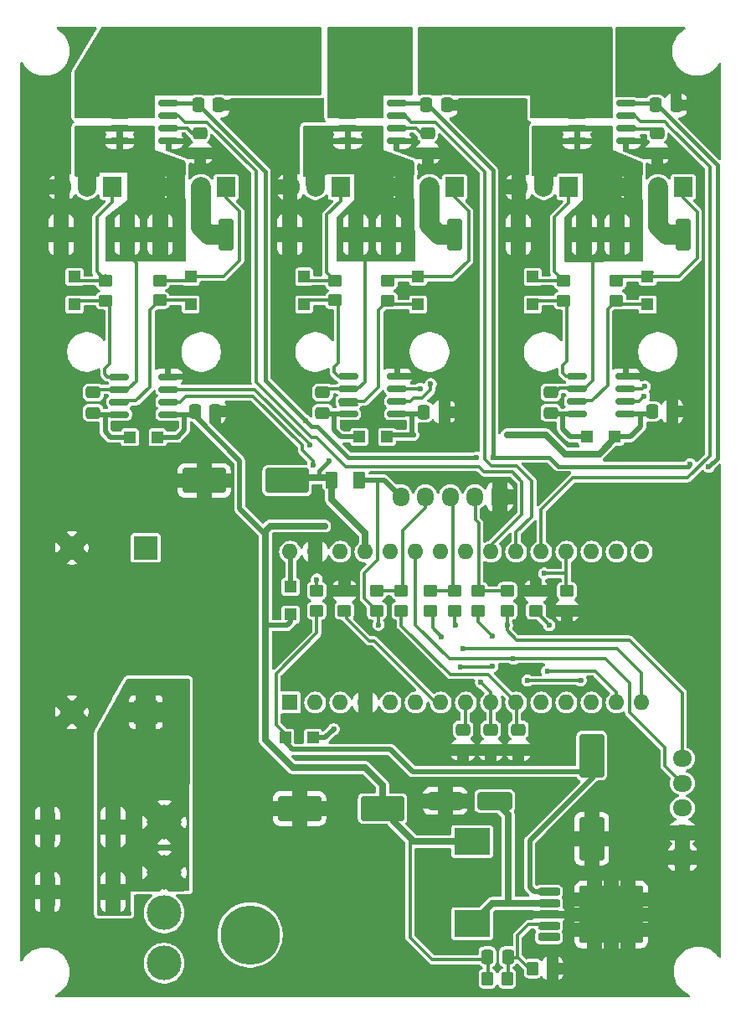
<source format=gbr>
%TF.GenerationSoftware,KiCad,Pcbnew,9.0.0*%
%TF.CreationDate,2025-05-24T01:38:51+03:00*%
%TF.ProjectId,Inverter,496e7665-7274-4657-922e-6b696361645f,rev?*%
%TF.SameCoordinates,Original*%
%TF.FileFunction,Copper,L1,Top*%
%TF.FilePolarity,Positive*%
%FSLAX46Y46*%
G04 Gerber Fmt 4.6, Leading zero omitted, Abs format (unit mm)*
G04 Created by KiCad (PCBNEW 9.0.0) date 2025-05-24 01:38:51*
%MOMM*%
%LPD*%
G01*
G04 APERTURE LIST*
G04 Aperture macros list*
%AMRoundRect*
0 Rectangle with rounded corners*
0 $1 Rounding radius*
0 $2 $3 $4 $5 $6 $7 $8 $9 X,Y pos of 4 corners*
0 Add a 4 corners polygon primitive as box body*
4,1,4,$2,$3,$4,$5,$6,$7,$8,$9,$2,$3,0*
0 Add four circle primitives for the rounded corners*
1,1,$1+$1,$2,$3*
1,1,$1+$1,$4,$5*
1,1,$1+$1,$6,$7*
1,1,$1+$1,$8,$9*
0 Add four rect primitives between the rounded corners*
20,1,$1+$1,$2,$3,$4,$5,0*
20,1,$1+$1,$4,$5,$6,$7,0*
20,1,$1+$1,$6,$7,$8,$9,0*
20,1,$1+$1,$8,$9,$2,$3,0*%
G04 Aperture macros list end*
%TA.AperFunction,ComponentPad*%
%ADD10RoundRect,0.250000X0.600000X0.725000X-0.600000X0.725000X-0.600000X-0.725000X0.600000X-0.725000X0*%
%TD*%
%TA.AperFunction,ComponentPad*%
%ADD11O,1.700000X1.950000*%
%TD*%
%TA.AperFunction,SMDPad,CuDef*%
%ADD12RoundRect,0.154000X-0.616000X1.416000X-0.616000X-1.416000X0.616000X-1.416000X0.616000X1.416000X0*%
%TD*%
%TA.AperFunction,SMDPad,CuDef*%
%ADD13RoundRect,0.250000X-0.475000X0.337500X-0.475000X-0.337500X0.475000X-0.337500X0.475000X0.337500X0*%
%TD*%
%TA.AperFunction,SMDPad,CuDef*%
%ADD14R,1.200000X1.200000*%
%TD*%
%TA.AperFunction,SMDPad,CuDef*%
%ADD15RoundRect,0.250000X0.337500X0.475000X-0.337500X0.475000X-0.337500X-0.475000X0.337500X-0.475000X0*%
%TD*%
%TA.AperFunction,SMDPad,CuDef*%
%ADD16RoundRect,0.250000X0.450000X-0.350000X0.450000X0.350000X-0.450000X0.350000X-0.450000X-0.350000X0*%
%TD*%
%TA.AperFunction,SMDPad,CuDef*%
%ADD17RoundRect,0.150000X0.825000X0.150000X-0.825000X0.150000X-0.825000X-0.150000X0.825000X-0.150000X0*%
%TD*%
%TA.AperFunction,ComponentPad*%
%ADD18R,2.400000X2.400000*%
%TD*%
%TA.AperFunction,ComponentPad*%
%ADD19C,2.400000*%
%TD*%
%TA.AperFunction,SMDPad,CuDef*%
%ADD20RoundRect,0.250000X-0.450000X0.350000X-0.450000X-0.350000X0.450000X-0.350000X0.450000X0.350000X0*%
%TD*%
%TA.AperFunction,SMDPad,CuDef*%
%ADD21R,3.600000X2.700000*%
%TD*%
%TA.AperFunction,SMDPad,CuDef*%
%ADD22RoundRect,0.250000X1.950000X1.000000X-1.950000X1.000000X-1.950000X-1.000000X1.950000X-1.000000X0*%
%TD*%
%TA.AperFunction,ComponentPad*%
%ADD23C,3.500000*%
%TD*%
%TA.AperFunction,ComponentPad*%
%ADD24R,1.600000X1.600000*%
%TD*%
%TA.AperFunction,ComponentPad*%
%ADD25O,1.600000X1.600000*%
%TD*%
%TA.AperFunction,ComponentPad*%
%ADD26C,4.400000*%
%TD*%
%TA.AperFunction,SMDPad,CuDef*%
%ADD27RoundRect,0.250000X-0.337500X-0.475000X0.337500X-0.475000X0.337500X0.475000X-0.337500X0.475000X0*%
%TD*%
%TA.AperFunction,SMDPad,CuDef*%
%ADD28RoundRect,0.250000X-0.350000X-0.450000X0.350000X-0.450000X0.350000X0.450000X-0.350000X0.450000X0*%
%TD*%
%TA.AperFunction,SMDPad,CuDef*%
%ADD29RoundRect,0.200000X-0.900000X-0.200000X0.900000X-0.200000X0.900000X0.200000X-0.900000X0.200000X0*%
%TD*%
%TA.AperFunction,SMDPad,CuDef*%
%ADD30RoundRect,0.250000X-1.275000X-1.125000X1.275000X-1.125000X1.275000X1.125000X-1.275000X1.125000X0*%
%TD*%
%TA.AperFunction,SMDPad,CuDef*%
%ADD31RoundRect,0.249997X-2.950003X-2.650003X2.950003X-2.650003X2.950003X2.650003X-2.950003X2.650003X0*%
%TD*%
%TA.AperFunction,SMDPad,CuDef*%
%ADD32RoundRect,0.150000X-0.825000X-0.150000X0.825000X-0.150000X0.825000X0.150000X-0.825000X0.150000X0*%
%TD*%
%TA.AperFunction,SMDPad,CuDef*%
%ADD33RoundRect,0.250000X1.500000X0.650000X-1.500000X0.650000X-1.500000X-0.650000X1.500000X-0.650000X0*%
%TD*%
%TA.AperFunction,SMDPad,CuDef*%
%ADD34RoundRect,0.250000X-1.000000X1.950000X-1.000000X-1.950000X1.000000X-1.950000X1.000000X1.950000X0*%
%TD*%
%TA.AperFunction,ComponentPad*%
%ADD35RoundRect,1.500000X1.500000X1.500000X-1.500000X1.500000X-1.500000X-1.500000X1.500000X-1.500000X0*%
%TD*%
%TA.AperFunction,ComponentPad*%
%ADD36C,6.000000*%
%TD*%
%TA.AperFunction,SMDPad,CuDef*%
%ADD37RoundRect,0.250000X0.350000X0.450000X-0.350000X0.450000X-0.350000X-0.450000X0.350000X-0.450000X0*%
%TD*%
%TA.AperFunction,SMDPad,CuDef*%
%ADD38RoundRect,0.250000X0.375000X0.625000X-0.375000X0.625000X-0.375000X-0.625000X0.375000X-0.625000X0*%
%TD*%
%TA.AperFunction,ComponentPad*%
%ADD39RoundRect,0.250000X0.725000X-0.600000X0.725000X0.600000X-0.725000X0.600000X-0.725000X-0.600000X0*%
%TD*%
%TA.AperFunction,ComponentPad*%
%ADD40O,1.950000X1.700000*%
%TD*%
%TA.AperFunction,ComponentPad*%
%ADD41R,1.905000X2.000000*%
%TD*%
%TA.AperFunction,ComponentPad*%
%ADD42O,1.905000X2.000000*%
%TD*%
%TA.AperFunction,ViaPad*%
%ADD43C,0.600000*%
%TD*%
%TA.AperFunction,Conductor*%
%ADD44C,0.300000*%
%TD*%
%TA.AperFunction,Conductor*%
%ADD45C,0.400000*%
%TD*%
%TA.AperFunction,Conductor*%
%ADD46C,0.700000*%
%TD*%
%TA.AperFunction,Conductor*%
%ADD47C,0.500000*%
%TD*%
%TA.AperFunction,Conductor*%
%ADD48C,2.000000*%
%TD*%
G04 APERTURE END LIST*
D10*
%TO.P,J3,1,Pin_1*%
%TO.N,GND*%
X152800000Y-91375000D03*
D11*
%TO.P,J3,2,Pin_2*%
%TO.N,Net-(J3-Pin_2)*%
X150300000Y-91375000D03*
%TO.P,J3,3,Pin_3*%
%TO.N,Net-(J3-Pin_3)*%
X147800000Y-91375000D03*
%TO.P,J3,4,Pin_4*%
%TO.N,Net-(J3-Pin_4)*%
X145300000Y-91375000D03*
%TO.P,J3,5,Pin_5*%
%TO.N,+5V_Fuse*%
X142800000Y-91375000D03*
%TD*%
D12*
%TO.P,D5,1,K*%
%TO.N,+33V*%
X113700000Y-131300000D03*
%TO.P,D5,2,A*%
%TO.N,GND*%
X107050000Y-131300000D03*
%TD*%
D13*
%TO.P,C21,1*%
%TO.N,/HAL_U*%
X149100000Y-114892500D03*
%TO.P,C21,2*%
%TO.N,GND*%
X149100000Y-116967500D03*
%TD*%
D12*
%TO.P,D4,1,K*%
%TO.N,+33V*%
X113700000Y-124725000D03*
%TO.P,D4,2,A*%
%TO.N,GND*%
X107050000Y-124725000D03*
%TD*%
D14*
%TO.P,D7,1,K*%
%TO.N,Net-(D7-K)*%
X138600000Y-85300000D03*
%TO.P,D7,2,A*%
%TO.N,+10V*%
X141400000Y-85300000D03*
%TD*%
D15*
%TO.P,C15,1*%
%TO.N,GND*%
X147187500Y-82800000D03*
%TO.P,C15,2*%
%TO.N,+10V*%
X145112500Y-82800000D03*
%TD*%
D12*
%TO.P,D17,1,K*%
%TO.N,+33V*%
X148225000Y-64900000D03*
%TO.P,D17,2,A*%
%TO.N,/V_IN*%
X141575000Y-64900000D03*
%TD*%
D16*
%TO.P,R1,1*%
%TO.N,Net-(D1-K)*%
X134300000Y-102875000D03*
%TO.P,R1,2*%
%TO.N,/Vbatt*%
X134300000Y-100875000D03*
%TD*%
D17*
%TO.P,U7,1,VCC*%
%TO.N,+10V*%
X142425000Y-83005000D03*
%TO.P,U7,2,IN*%
%TO.N,/IN_V*%
X142425000Y-81735000D03*
%TO.P,U7,3,~{SD}*%
%TO.N,/PWM_V*%
X142425000Y-80465000D03*
%TO.P,U7,4,COM*%
%TO.N,GND*%
X142425000Y-79195000D03*
%TO.P,U7,5,LO*%
%TO.N,Net-(D12-K)*%
X137475000Y-79195000D03*
%TO.P,U7,6,VS*%
%TO.N,/V_IN*%
X137475000Y-80465000D03*
%TO.P,U7,7,HO*%
%TO.N,Net-(D11-K)*%
X137475000Y-81735000D03*
%TO.P,U7,8,VB*%
%TO.N,Net-(D7-K)*%
X137475000Y-83005000D03*
%TD*%
D16*
%TO.P,R9,1*%
%TO.N,/HAL_V*%
X145775000Y-102875000D03*
%TO.P,R9,2*%
%TO.N,Net-(J3-Pin_3)*%
X145775000Y-100875000D03*
%TD*%
D18*
%TO.P,C6,1*%
%TO.N,+33V*%
X117012755Y-113125000D03*
D19*
%TO.P,C6,2*%
%TO.N,GND*%
X109512755Y-113125000D03*
%TD*%
D20*
%TO.P,R12,1*%
%TO.N,GND*%
X156450000Y-100875000D03*
%TO.P,R12,2*%
%TO.N,/POT*%
X156450000Y-102875000D03*
%TD*%
D21*
%TO.P,L1,1,1*%
%TO.N,Net-(D3-K)*%
X149995000Y-134505000D03*
%TO.P,L1,2,2*%
%TO.N,+10V*%
X149995000Y-126205000D03*
%TD*%
D22*
%TO.P,C2,1*%
%TO.N,+5V*%
X131300000Y-89725000D03*
%TO.P,C2,2*%
%TO.N,GND*%
X122900000Y-89725000D03*
%TD*%
D20*
%TO.P,R11,1*%
%TO.N,GND*%
X137100000Y-100875000D03*
%TO.P,R11,2*%
%TO.N,/CWR*%
X137100000Y-102875000D03*
%TD*%
D23*
%TO.P,F2,1*%
%TO.N,+33V*%
X118875000Y-124275000D03*
X118875000Y-129355000D03*
%TO.P,F2,2*%
%TO.N,/Vin*%
X118875000Y-133415000D03*
X118875000Y-138495000D03*
%TD*%
D12*
%TO.P,D18,1,K*%
%TO.N,/V_IN*%
X138225000Y-64900000D03*
%TO.P,D18,2,A*%
%TO.N,GND*%
X131575000Y-64900000D03*
%TD*%
D20*
%TO.P,R17,1*%
%TO.N,Net-(D13-A)*%
X118400000Y-69525000D03*
%TO.P,R17,2*%
%TO.N,Net-(D13-K)*%
X118400000Y-71525000D03*
%TD*%
D14*
%TO.P,D13,1,K*%
%TO.N,Net-(D13-K)*%
X121550000Y-71925000D03*
%TO.P,D13,2,A*%
%TO.N,Net-(D13-A)*%
X121550000Y-69125000D03*
%TD*%
D12*
%TO.P,D15,1,K*%
%TO.N,+33V*%
X171325000Y-64900000D03*
%TO.P,D15,2,A*%
%TO.N,/U_IN*%
X164675000Y-64900000D03*
%TD*%
D24*
%TO.P,A1,1,D1/TX*%
%TO.N,unconnected-(A1-D1{slash}TX-Pad1)*%
X131600000Y-112165000D03*
D25*
%TO.P,A1,2,D0/RX*%
%TO.N,unconnected-(A1-D0{slash}RX-Pad2)*%
X134140000Y-112165000D03*
%TO.P,A1,3,~{RESET}*%
%TO.N,unconnected-(A1-~{RESET}-Pad3)*%
X136680000Y-112165000D03*
%TO.P,A1,4,GND*%
%TO.N,GND*%
X139220000Y-112165000D03*
%TO.P,A1,5,D2*%
%TO.N,unconnected-(A1-D2-Pad5)*%
X141760000Y-112165000D03*
%TO.P,A1,6,D3*%
%TO.N,/PWM_W*%
X144300000Y-112165000D03*
%TO.P,A1,7,D4*%
%TO.N,/CWR*%
X146840000Y-112165000D03*
%TO.P,A1,8,D5*%
%TO.N,/HAL_U*%
X149380000Y-112165000D03*
%TO.P,A1,9,D6*%
%TO.N,/HAL_V*%
X151920000Y-112165000D03*
%TO.P,A1,10,D7*%
%TO.N,/HAL_W*%
X154460000Y-112165000D03*
%TO.P,A1,11,D8*%
%TO.N,/IN_U*%
X157000000Y-112165000D03*
%TO.P,A1,12,D9*%
%TO.N,/PWM_V*%
X159540000Y-112165000D03*
%TO.P,A1,13,D10*%
%TO.N,/PWM_U*%
X162080000Y-112165000D03*
%TO.P,A1,14,D11*%
%TO.N,/IN_V*%
X164620000Y-112165000D03*
%TO.P,A1,15,D12*%
%TO.N,/IN_W*%
X167160000Y-112165000D03*
%TO.P,A1,16,D13*%
%TO.N,unconnected-(A1-D13-Pad16)*%
X167160000Y-96925000D03*
%TO.P,A1,17,3V3*%
%TO.N,unconnected-(A1-3V3-Pad17)*%
X164620000Y-96925000D03*
%TO.P,A1,18,AREF*%
%TO.N,unconnected-(A1-AREF-Pad18)*%
X162080000Y-96925000D03*
%TO.P,A1,19,A0*%
%TO.N,/Vbatt*%
X159540000Y-96925000D03*
%TO.P,A1,20,A1*%
%TO.N,/Cur_U*%
X157000000Y-96925000D03*
%TO.P,A1,21,A2*%
%TO.N,/Cur_V*%
X154460000Y-96925000D03*
%TO.P,A1,22,A3*%
%TO.N,/Cur_W*%
X151920000Y-96925000D03*
%TO.P,A1,23,A4*%
%TO.N,unconnected-(A1-A4-Pad23)*%
X149380000Y-96925000D03*
%TO.P,A1,24,A5*%
%TO.N,unconnected-(A1-A5-Pad24)*%
X146840000Y-96925000D03*
%TO.P,A1,25,A6*%
%TO.N,/POT*%
X144300000Y-96925000D03*
%TO.P,A1,26,A7*%
%TO.N,unconnected-(A1-A7-Pad26)*%
X141760000Y-96925000D03*
%TO.P,A1,27,+5V*%
%TO.N,+5V*%
X139220000Y-96925000D03*
%TO.P,A1,28,~{RESET}*%
%TO.N,unconnected-(A1-~{RESET}-Pad28)*%
X136680000Y-96925000D03*
%TO.P,A1,29,GND*%
%TO.N,GND*%
X134140000Y-96925000D03*
%TO.P,A1,30,VIN*%
%TO.N,Net-(A1-VIN)*%
X131600000Y-96925000D03*
%TD*%
D20*
%TO.P,R7,1*%
%TO.N,Net-(J3-Pin_4)*%
X140350000Y-100875000D03*
%TO.P,R7,2*%
%TO.N,+5V_Fuse*%
X140350000Y-102875000D03*
%TD*%
D14*
%TO.P,D8,1,K*%
%TO.N,Net-(D8-K)*%
X115400000Y-85350000D03*
%TO.P,D8,2,A*%
%TO.N,+10V*%
X118200000Y-85350000D03*
%TD*%
D16*
%TO.P,R2,1*%
%TO.N,GND*%
X159600000Y-102875000D03*
%TO.P,R2,2*%
%TO.N,/Vbatt*%
X159600000Y-100875000D03*
%TD*%
D14*
%TO.P,D2,1,K*%
%TO.N,Net-(A1-VIN)*%
X131650000Y-100475000D03*
%TO.P,D2,2,A*%
%TO.N,+10V*%
X131650000Y-103275000D03*
%TD*%
D26*
%TO.P,V1,1,1*%
%TO.N,/V_OUT*%
X139800000Y-47875000D03*
%TD*%
D27*
%TO.P,C10,1*%
%TO.N,+5V*%
X168562500Y-51800000D03*
%TO.P,C10,2*%
%TO.N,GND*%
X170637500Y-51800000D03*
%TD*%
D14*
%TO.P,D11,1,K*%
%TO.N,Net-(D11-K)*%
X144550000Y-71950000D03*
%TO.P,D11,2,A*%
%TO.N,Net-(D11-A)*%
X144550000Y-69150000D03*
%TD*%
D13*
%TO.P,C18,1*%
%TO.N,/W_IN*%
X111700000Y-80812500D03*
%TO.P,C18,2*%
%TO.N,Net-(D8-K)*%
X111700000Y-82887500D03*
%TD*%
D17*
%TO.P,U8,1,VCC*%
%TO.N,+10V*%
X119275000Y-83055000D03*
%TO.P,U8,2,IN*%
%TO.N,/IN_W*%
X119275000Y-81785000D03*
%TO.P,U8,3,~{SD}*%
%TO.N,/PWM_W*%
X119275000Y-80515000D03*
%TO.P,U8,4,COM*%
%TO.N,GND*%
X119275000Y-79245000D03*
%TO.P,U8,5,LO*%
%TO.N,Net-(D14-K)*%
X114325000Y-79245000D03*
%TO.P,U8,6,VS*%
%TO.N,/W_IN*%
X114325000Y-80515000D03*
%TO.P,U8,7,HO*%
%TO.N,Net-(D13-K)*%
X114325000Y-81785000D03*
%TO.P,U8,8,VB*%
%TO.N,Net-(D8-K)*%
X114325000Y-83055000D03*
%TD*%
D12*
%TO.P,D20,1,K*%
%TO.N,/W_IN*%
X115125000Y-64900000D03*
%TO.P,D20,2,A*%
%TO.N,GND*%
X108475000Y-64900000D03*
%TD*%
D28*
%TO.P,R4,1*%
%TO.N,+10V*%
X151560000Y-140055000D03*
%TO.P,R4,2*%
%TO.N,Net-(U1-FB)*%
X153560000Y-140055000D03*
%TD*%
D13*
%TO.P,C7,1*%
%TO.N,Net-(U3-FILTER)*%
X168700000Y-54612500D03*
%TO.P,C7,2*%
%TO.N,GND*%
X168700000Y-56687500D03*
%TD*%
D15*
%TO.P,C14,1*%
%TO.N,GND*%
X124037500Y-82750000D03*
%TO.P,C14,2*%
%TO.N,+10V*%
X121962500Y-82750000D03*
%TD*%
D13*
%TO.P,C17,1*%
%TO.N,/V_IN*%
X134900000Y-80812500D03*
%TO.P,C17,2*%
%TO.N,Net-(D7-K)*%
X134900000Y-82887500D03*
%TD*%
%TO.P,C20,1*%
%TO.N,/HAL_V*%
X151900000Y-114892500D03*
%TO.P,C20,2*%
%TO.N,GND*%
X151900000Y-116967500D03*
%TD*%
D29*
%TO.P,U1,1,Vin*%
%TO.N,Net-(D1-K)*%
X157770000Y-131300000D03*
%TO.P,U1,2,SW*%
%TO.N,Net-(D3-K)*%
X157770000Y-132440000D03*
%TO.P,U1,3,GND*%
%TO.N,GND*%
X157770000Y-133580000D03*
D30*
X162395000Y-132055000D03*
X162395000Y-135105000D03*
D31*
X164070000Y-133580000D03*
D30*
X165745000Y-132055000D03*
X165745000Y-135105000D03*
D29*
%TO.P,U1,4,FB*%
%TO.N,Net-(U1-FB)*%
X157770000Y-134720000D03*
%TO.P,U1,5,EN*%
%TO.N,unconnected-(U1-EN-Pad5)*%
X157770000Y-135860000D03*
%TD*%
D32*
%TO.P,U3,1,IP+*%
%TO.N,/U_OUT*%
X160625000Y-51595000D03*
%TO.P,U3,2,IP+*%
X160625000Y-52865000D03*
%TO.P,U3,3,IP-*%
%TO.N,/U_IN*%
X160625000Y-54135000D03*
%TO.P,U3,4,IP-*%
X160625000Y-55405000D03*
%TO.P,U3,5,GND*%
%TO.N,GND*%
X165575000Y-55405000D03*
%TO.P,U3,6,FILTER*%
%TO.N,Net-(U3-FILTER)*%
X165575000Y-54135000D03*
%TO.P,U3,7,VIOUT*%
%TO.N,/Cur_U*%
X165575000Y-52865000D03*
%TO.P,U3,8,VCC*%
%TO.N,+5V*%
X165575000Y-51595000D03*
%TD*%
D13*
%TO.P,C9,1*%
%TO.N,Net-(U5-FILTER)*%
X122500000Y-54612500D03*
%TO.P,C9,2*%
%TO.N,GND*%
X122500000Y-56687500D03*
%TD*%
D27*
%TO.P,C12,1*%
%TO.N,+5V*%
X122312500Y-51800000D03*
%TO.P,C12,2*%
%TO.N,GND*%
X124387500Y-51800000D03*
%TD*%
D12*
%TO.P,D16,1,K*%
%TO.N,/U_IN*%
X161325000Y-64900000D03*
%TO.P,D16,2,A*%
%TO.N,GND*%
X154675000Y-64900000D03*
%TD*%
D27*
%TO.P,C11,1*%
%TO.N,+5V*%
X145362500Y-51800000D03*
%TO.P,C11,2*%
%TO.N,GND*%
X147437500Y-51800000D03*
%TD*%
D14*
%TO.P,D1,1,K*%
%TO.N,Net-(D1-K)*%
X131100000Y-115725000D03*
%TO.P,D1,2,A*%
%TO.N,+33V*%
X133900000Y-115725000D03*
%TD*%
D13*
%TO.P,C16,1*%
%TO.N,/U_IN*%
X157950000Y-80812500D03*
%TO.P,C16,2*%
%TO.N,Net-(D6-K)*%
X157950000Y-82887500D03*
%TD*%
D16*
%TO.P,R10,1*%
%TO.N,/HAL_U*%
X150625000Y-102875000D03*
%TO.P,R10,2*%
%TO.N,Net-(J3-Pin_2)*%
X150625000Y-100875000D03*
%TD*%
%TO.P,R8,1*%
%TO.N,/HAL_W*%
X142850000Y-102875000D03*
%TO.P,R8,2*%
%TO.N,Net-(J3-Pin_4)*%
X142850000Y-100875000D03*
%TD*%
D14*
%TO.P,D6,1,K*%
%TO.N,Net-(D6-K)*%
X161650000Y-85300000D03*
%TO.P,D6,2,A*%
%TO.N,+10V*%
X164450000Y-85300000D03*
%TD*%
D15*
%TO.P,C13,1*%
%TO.N,GND*%
X170287500Y-82750000D03*
%TO.P,C13,2*%
%TO.N,+10V*%
X168212500Y-82750000D03*
%TD*%
D20*
%TO.P,R15,1*%
%TO.N,Net-(D11-A)*%
X141500000Y-69550000D03*
%TO.P,R15,2*%
%TO.N,Net-(D11-K)*%
X141500000Y-71550000D03*
%TD*%
D17*
%TO.P,U6,1,VCC*%
%TO.N,+10V*%
X165525000Y-83005000D03*
%TO.P,U6,2,IN*%
%TO.N,/IN_U*%
X165525000Y-81735000D03*
%TO.P,U6,3,~{SD}*%
%TO.N,/PWM_U*%
X165525000Y-80465000D03*
%TO.P,U6,4,COM*%
%TO.N,GND*%
X165525000Y-79195000D03*
%TO.P,U6,5,LO*%
%TO.N,Net-(D10-K)*%
X160575000Y-79195000D03*
%TO.P,U6,6,VS*%
%TO.N,/U_IN*%
X160575000Y-80465000D03*
%TO.P,U6,7,HO*%
%TO.N,Net-(D9-K)*%
X160575000Y-81735000D03*
%TO.P,U6,8,VB*%
%TO.N,Net-(D6-K)*%
X160575000Y-83005000D03*
%TD*%
D20*
%TO.P,R13,1*%
%TO.N,Net-(D9-A)*%
X164600000Y-69550000D03*
%TO.P,R13,2*%
%TO.N,Net-(D9-K)*%
X164600000Y-71550000D03*
%TD*%
D32*
%TO.P,U5,1,IP+*%
%TO.N,/W_OUT*%
X114375000Y-51595000D03*
%TO.P,U5,2,IP+*%
X114375000Y-52865000D03*
%TO.P,U5,3,IP-*%
%TO.N,/W_IN*%
X114375000Y-54135000D03*
%TO.P,U5,4,IP-*%
X114375000Y-55405000D03*
%TO.P,U5,5,GND*%
%TO.N,GND*%
X119325000Y-55405000D03*
%TO.P,U5,6,FILTER*%
%TO.N,Net-(U5-FILTER)*%
X119325000Y-54135000D03*
%TO.P,U5,7,VIOUT*%
%TO.N,/Cur_W*%
X119325000Y-52865000D03*
%TO.P,U5,8,VCC*%
%TO.N,+5V*%
X119325000Y-51595000D03*
%TD*%
D20*
%TO.P,R16,1*%
%TO.N,Net-(D12-A)*%
X136125000Y-69525000D03*
%TO.P,R16,2*%
%TO.N,Net-(D12-K)*%
X136125000Y-71525000D03*
%TD*%
D14*
%TO.P,D14,1,K*%
%TO.N,Net-(D14-K)*%
X109800000Y-71950000D03*
%TO.P,D14,2,A*%
%TO.N,Net-(D14-A)*%
X109800000Y-69150000D03*
%TD*%
D12*
%TO.P,D19,1,K*%
%TO.N,+33V*%
X125125000Y-64900000D03*
%TO.P,D19,2,A*%
%TO.N,/W_IN*%
X118475000Y-64900000D03*
%TD*%
D33*
%TO.P,D3,1,K*%
%TO.N,Net-(D3-K)*%
X152287500Y-122110000D03*
%TO.P,D3,2,A*%
%TO.N,GND*%
X147287500Y-122110000D03*
%TD*%
D20*
%TO.P,R14,1*%
%TO.N,Net-(D10-A)*%
X159275000Y-69550000D03*
%TO.P,R14,2*%
%TO.N,Net-(D10-K)*%
X159275000Y-71550000D03*
%TD*%
D34*
%TO.P,C1,1*%
%TO.N,Net-(D1-K)*%
X162100000Y-117525000D03*
%TO.P,C1,2*%
%TO.N,GND*%
X162100000Y-125925000D03*
%TD*%
D20*
%TO.P,R6,1*%
%TO.N,Net-(J3-Pin_3)*%
X148200000Y-100875000D03*
%TO.P,R6,2*%
%TO.N,+5V_Fuse*%
X148200000Y-102875000D03*
%TD*%
D15*
%TO.P,C3,1*%
%TO.N,Net-(U1-FB)*%
X153622500Y-137830000D03*
%TO.P,C3,2*%
%TO.N,+10V*%
X151547500Y-137830000D03*
%TD*%
D13*
%TO.P,C8,1*%
%TO.N,Net-(U4-FILTER)*%
X145500000Y-54612500D03*
%TO.P,C8,2*%
%TO.N,GND*%
X145500000Y-56687500D03*
%TD*%
D20*
%TO.P,R5,1*%
%TO.N,Net-(J3-Pin_2)*%
X153600000Y-100875000D03*
%TO.P,R5,2*%
%TO.N,+5V_Fuse*%
X153600000Y-102875000D03*
%TD*%
D32*
%TO.P,U4,1,IP+*%
%TO.N,/V_OUT*%
X137425000Y-51595000D03*
%TO.P,U4,2,IP+*%
X137425000Y-52865000D03*
%TO.P,U4,3,IP-*%
%TO.N,/V_IN*%
X137425000Y-54135000D03*
%TO.P,U4,4,IP-*%
X137425000Y-55405000D03*
%TO.P,U4,5,GND*%
%TO.N,GND*%
X142375000Y-55405000D03*
%TO.P,U4,6,FILTER*%
%TO.N,Net-(U4-FILTER)*%
X142375000Y-54135000D03*
%TO.P,U4,7,VIOUT*%
%TO.N,/Cur_V*%
X142375000Y-52865000D03*
%TO.P,U4,8,VCC*%
%TO.N,+5V*%
X142375000Y-51595000D03*
%TD*%
D14*
%TO.P,D9,1,K*%
%TO.N,Net-(D9-K)*%
X167750000Y-71950000D03*
%TO.P,D9,2,A*%
%TO.N,Net-(D9-A)*%
X167750000Y-69150000D03*
%TD*%
D22*
%TO.P,C4,1*%
%TO.N,+10V*%
X140950000Y-122875000D03*
%TO.P,C4,2*%
%TO.N,GND*%
X132550000Y-122875000D03*
%TD*%
D26*
%TO.P,W1,1,1*%
%TO.N,/W_OUT*%
X131800000Y-47875000D03*
%TD*%
D14*
%TO.P,D10,1,K*%
%TO.N,Net-(D10-K)*%
X156125000Y-71950000D03*
%TO.P,D10,2,A*%
%TO.N,Net-(D10-A)*%
X156125000Y-69150000D03*
%TD*%
D35*
%TO.P,J1,1,Pin_1*%
%TO.N,GND*%
X134750000Y-135625000D03*
D36*
%TO.P,J1,2,Pin_2*%
%TO.N,/Vin*%
X127550000Y-135625000D03*
%TD*%
D14*
%TO.P,D12,1,K*%
%TO.N,Net-(D12-K)*%
X133025000Y-71925000D03*
%TO.P,D12,2,A*%
%TO.N,Net-(D12-A)*%
X133025000Y-69125000D03*
%TD*%
D37*
%TO.P,R3,1*%
%TO.N,GND*%
X158135000Y-139030000D03*
%TO.P,R3,2*%
%TO.N,Net-(U1-FB)*%
X156135000Y-139030000D03*
%TD*%
D18*
%TO.P,C5,1*%
%TO.N,+33V*%
X117012755Y-96525000D03*
D19*
%TO.P,C5,2*%
%TO.N,GND*%
X109512755Y-96525000D03*
%TD*%
D20*
%TO.P,R18,1*%
%TO.N,Net-(D14-A)*%
X112950000Y-69550000D03*
%TO.P,R18,2*%
%TO.N,Net-(D14-K)*%
X112950000Y-71550000D03*
%TD*%
D38*
%TO.P,F1,1*%
%TO.N,+5V_Fuse*%
X138600000Y-89675000D03*
%TO.P,F1,2*%
%TO.N,+5V*%
X135800000Y-89675000D03*
%TD*%
D13*
%TO.P,C19,1*%
%TO.N,/HAL_W*%
X154700000Y-114892500D03*
%TO.P,C19,2*%
%TO.N,GND*%
X154700000Y-116967500D03*
%TD*%
D39*
%TO.P,J2,1,Pin_1*%
%TO.N,GND*%
X171275000Y-127825000D03*
D40*
%TO.P,J2,2,Pin_2*%
X171275000Y-125325000D03*
%TO.P,J2,3,Pin_3*%
%TO.N,/CWR*%
X171275000Y-122825000D03*
%TO.P,J2,4,Pin_4*%
%TO.N,/POT*%
X171275000Y-120325000D03*
%TO.P,J2,5,Pin_5*%
%TO.N,+5V_Fuse*%
X171275000Y-117825000D03*
%TD*%
D26*
%TO.P,U2,1,1*%
%TO.N,/U_OUT*%
X147800000Y-47875000D03*
%TD*%
D41*
%TO.P,Q1,1,G*%
%TO.N,Net-(D9-A)*%
X171340000Y-60070000D03*
D42*
%TO.P,Q1,2,D*%
%TO.N,+33V*%
X168800000Y-60070000D03*
%TO.P,Q1,3,S*%
%TO.N,/U_IN*%
X166260000Y-60070000D03*
%TD*%
D41*
%TO.P,Q5,1,G*%
%TO.N,Net-(D13-A)*%
X125140000Y-60070000D03*
D42*
%TO.P,Q5,2,D*%
%TO.N,+33V*%
X122600000Y-60070000D03*
%TO.P,Q5,3,S*%
%TO.N,/W_IN*%
X120060000Y-60070000D03*
%TD*%
D41*
%TO.P,Q3,1,G*%
%TO.N,Net-(D11-A)*%
X148240000Y-60070000D03*
D42*
%TO.P,Q3,2,D*%
%TO.N,+33V*%
X145700000Y-60070000D03*
%TO.P,Q3,3,S*%
%TO.N,/V_IN*%
X143160000Y-60070000D03*
%TD*%
D41*
%TO.P,Q4,1,G*%
%TO.N,Net-(D12-A)*%
X136690000Y-60070000D03*
D42*
%TO.P,Q4,2,D*%
%TO.N,/V_IN*%
X134150000Y-60070000D03*
%TO.P,Q4,3,S*%
%TO.N,GND*%
X131610000Y-60070000D03*
%TD*%
D41*
%TO.P,Q2,1,G*%
%TO.N,Net-(D10-A)*%
X159790000Y-60070000D03*
D42*
%TO.P,Q2,2,D*%
%TO.N,/U_IN*%
X157250000Y-60070000D03*
%TO.P,Q2,3,S*%
%TO.N,GND*%
X154710000Y-60070000D03*
%TD*%
D41*
%TO.P,Q6,1,G*%
%TO.N,Net-(D14-A)*%
X113590000Y-60070000D03*
D42*
%TO.P,Q6,2,D*%
%TO.N,/W_IN*%
X111050000Y-60070000D03*
%TO.P,Q6,3,S*%
%TO.N,GND*%
X108510000Y-60070000D03*
%TD*%
D43*
%TO.N,/IN_U*%
X167400000Y-81210000D03*
%TO.N,/IN_W*%
X133934314Y-88159314D03*
X149100000Y-106730000D03*
%TO.N,/PWM_U*%
X167480000Y-80230000D03*
%TO.N,/IN_V*%
X145825000Y-79975000D03*
X157600000Y-108980000D03*
%TO.N,/PWM_V*%
X161000000Y-109930000D03*
X144762500Y-80462500D03*
X155600000Y-109930000D03*
%TO.N,+5V*%
X152125000Y-87375000D03*
X172052188Y-88082188D03*
X135500000Y-87725000D03*
X133137500Y-83662500D03*
X150475000Y-87375000D03*
X173930331Y-88360331D03*
%TO.N,GND*%
X110000000Y-129425000D03*
X127525000Y-55000000D03*
X137450000Y-105025000D03*
X129850000Y-127750000D03*
X157425000Y-90000000D03*
X169950000Y-105050000D03*
X124950000Y-109925000D03*
X167500000Y-87475000D03*
X155000000Y-120050000D03*
X170100000Y-57550000D03*
X162550000Y-140800000D03*
X107475000Y-87500000D03*
X155000000Y-77500000D03*
X147525000Y-137275000D03*
X110025000Y-82525000D03*
X142475000Y-132525000D03*
X115025000Y-135000000D03*
X153400000Y-75950000D03*
X144100000Y-89530000D03*
X172050000Y-80300000D03*
X171550000Y-56775000D03*
X106025000Y-103075000D03*
X162525000Y-137475000D03*
X159900000Y-114830000D03*
X137500000Y-108325000D03*
X132100000Y-57500000D03*
X106050000Y-106875000D03*
X134925000Y-127700000D03*
X106050000Y-101950000D03*
X169925000Y-73825000D03*
X167100000Y-56300000D03*
X172650000Y-107725000D03*
X140900000Y-118530000D03*
X142500000Y-110330000D03*
X147550000Y-70625000D03*
X160000000Y-119975000D03*
X143950000Y-56250000D03*
X127450000Y-129950000D03*
X147500000Y-72475000D03*
X137500000Y-127725000D03*
X149975000Y-72500000D03*
X135150000Y-79325000D03*
X110000000Y-84975000D03*
X136500000Y-94525000D03*
X172525000Y-110050000D03*
X168850000Y-95000000D03*
X130000000Y-57500000D03*
X140000000Y-139975000D03*
X150100000Y-79150000D03*
X124975000Y-112375000D03*
X147600000Y-110330000D03*
X147500000Y-132525000D03*
X107500000Y-70075000D03*
X167600000Y-85025000D03*
X154950000Y-57525000D03*
X172525000Y-105025000D03*
X170025000Y-135000000D03*
X110025000Y-80000000D03*
X106025000Y-104275000D03*
X172500000Y-97500000D03*
X147500000Y-79125000D03*
X132325000Y-105050000D03*
X147500000Y-74950000D03*
X166300000Y-140775000D03*
X127075000Y-60000000D03*
X139900000Y-129925000D03*
X164925000Y-87500000D03*
X124975000Y-122450000D03*
X165025000Y-127450000D03*
X109975000Y-132525000D03*
X172450000Y-100000000D03*
X153400000Y-71000000D03*
X172200000Y-82500000D03*
X110025000Y-87500000D03*
X124925000Y-102475000D03*
X124975000Y-129950000D03*
X112350000Y-137625000D03*
X155050000Y-103625000D03*
X110000000Y-137600000D03*
X150050000Y-70625000D03*
X125000000Y-57500000D03*
X132350000Y-120050000D03*
X146500000Y-86325000D03*
X172025000Y-72425000D03*
X139900000Y-108325000D03*
X167525000Y-127450000D03*
X106075000Y-107975000D03*
X153591384Y-134930342D03*
X137450000Y-139975000D03*
X169975000Y-79275000D03*
X126100000Y-94125000D03*
X172500000Y-52500000D03*
X112550000Y-135050000D03*
X112500000Y-87500000D03*
X107475000Y-57500000D03*
X160000000Y-137475000D03*
X162375000Y-100075000D03*
X166950000Y-105025000D03*
X150000000Y-54925000D03*
X132400000Y-129900000D03*
X148900000Y-86325000D03*
X107500000Y-72450000D03*
X155900000Y-94930000D03*
X172450000Y-92500000D03*
X106025000Y-105575000D03*
X153125000Y-83950000D03*
X124950000Y-107500000D03*
X160000000Y-127500000D03*
X169975000Y-107725000D03*
X107475000Y-52500000D03*
X159975000Y-92500000D03*
X157500000Y-79250000D03*
X152500000Y-127500000D03*
X142400000Y-74950000D03*
X107475000Y-55000000D03*
X129850000Y-129950000D03*
X169300000Y-140775000D03*
X147450000Y-139975000D03*
X172575000Y-132500000D03*
X152500000Y-52525000D03*
X137525000Y-114950000D03*
X154200000Y-110330000D03*
X112400000Y-139975000D03*
X137525000Y-120000000D03*
X139975000Y-114950000D03*
X172075000Y-77100000D03*
X133050000Y-79325000D03*
X172050000Y-74950000D03*
X107475000Y-80025000D03*
X165000000Y-119975000D03*
X168750000Y-99975000D03*
X134300000Y-52475000D03*
X124975000Y-120025000D03*
X142600000Y-135025000D03*
X139900000Y-110325000D03*
X172500000Y-95000000D03*
X167450000Y-92550000D03*
X165000000Y-74975000D03*
X127500000Y-122500000D03*
X152475000Y-54925000D03*
X107475000Y-135050000D03*
X150000000Y-52500000D03*
X127525000Y-120050000D03*
X172450000Y-89975000D03*
X132400000Y-127700000D03*
X137475000Y-110350000D03*
X152500000Y-129950000D03*
X150100000Y-75000000D03*
X114975000Y-137600000D03*
X165000000Y-77900000D03*
X155000000Y-75025000D03*
X157500000Y-114830000D03*
X135000000Y-139950000D03*
X173475000Y-114450000D03*
X132400000Y-139925000D03*
X163800000Y-114875000D03*
X142500000Y-129925000D03*
X120000000Y-72500000D03*
X124975000Y-100100000D03*
X134950000Y-125000000D03*
X143900000Y-86325000D03*
X174500000Y-51325000D03*
X147500000Y-135000000D03*
X142525000Y-114950000D03*
X117475000Y-82500000D03*
X172050000Y-70000000D03*
X158150000Y-84350000D03*
X169375000Y-102600000D03*
X141550000Y-101875000D03*
X142500000Y-140000000D03*
X153425000Y-79000000D03*
X131700000Y-92925000D03*
X148925000Y-83950000D03*
X124975000Y-127750000D03*
X144925000Y-120000000D03*
X108750000Y-105000000D03*
X135100000Y-120125000D03*
X164975000Y-92525000D03*
X168450000Y-86175000D03*
X130025000Y-60025000D03*
X143900000Y-108330000D03*
X120950000Y-56250000D03*
X174500000Y-55000000D03*
X149000000Y-89530000D03*
X132100000Y-54975000D03*
X137475000Y-125000000D03*
X107500000Y-82500000D03*
X170000000Y-132475000D03*
X107475000Y-62500000D03*
X127525000Y-117500000D03*
X157160000Y-140805000D03*
X154975000Y-54925000D03*
X130000000Y-125050000D03*
X128300000Y-90525000D03*
X139975000Y-137425000D03*
X124925000Y-105025000D03*
X147475000Y-129950000D03*
X157850000Y-102975000D03*
X107300000Y-106875000D03*
X145450000Y-127500000D03*
X132100000Y-52475000D03*
X107475000Y-75000000D03*
X131700000Y-86525000D03*
X151800000Y-94730000D03*
X123650000Y-72500000D03*
X142475000Y-127525000D03*
X172225000Y-84950000D03*
X107500000Y-77475000D03*
X114900000Y-87500000D03*
X107450000Y-85025000D03*
X154825000Y-128875000D03*
X130000000Y-52500000D03*
X152475000Y-57525000D03*
X142500000Y-77500000D03*
X172050000Y-78525000D03*
X107300000Y-103100000D03*
X167500000Y-137500000D03*
X129975000Y-54975000D03*
X155000000Y-122500000D03*
X135625000Y-74550000D03*
X124950000Y-97525000D03*
X132400000Y-125050000D03*
X162000000Y-109930000D03*
X134925000Y-129900000D03*
X133250000Y-73675000D03*
X107475000Y-120000000D03*
X107300000Y-104275000D03*
X140000000Y-132550000D03*
X134450000Y-110350000D03*
X173475000Y-126800000D03*
X107300000Y-105575000D03*
X157650000Y-72525000D03*
X137500000Y-129925000D03*
X144925000Y-122500000D03*
X167350000Y-73825000D03*
X124950000Y-125025000D03*
X172550000Y-135000000D03*
X140050000Y-125025000D03*
X127450000Y-127750000D03*
X120000000Y-75025000D03*
X110000000Y-122500000D03*
X150100000Y-77575000D03*
X107450000Y-90000000D03*
X142500000Y-137450000D03*
X110100000Y-140000000D03*
X129800000Y-120050000D03*
X158450000Y-74000000D03*
X130325000Y-107550000D03*
X144950000Y-139950000D03*
X134300000Y-92925000D03*
X150075000Y-59975000D03*
X140000000Y-105025000D03*
X127500000Y-52500000D03*
X127525000Y-125050000D03*
X153600000Y-133775000D03*
X165000000Y-100050000D03*
X147500000Y-57550000D03*
X162475000Y-122450000D03*
X172500000Y-49975000D03*
X124975000Y-117450000D03*
X145025000Y-114950000D03*
X153375000Y-73225000D03*
X128300000Y-92925000D03*
X140000000Y-134950000D03*
X169600000Y-92550000D03*
X165000000Y-137475000D03*
X145000000Y-117030000D03*
X120000000Y-77500000D03*
X115000000Y-139975000D03*
X157475000Y-117525000D03*
X154750000Y-80900000D03*
X123725000Y-79300000D03*
X133800000Y-98625000D03*
X173475000Y-119975000D03*
X152500000Y-120000000D03*
X150000000Y-82475000D03*
X110050000Y-135050000D03*
X169975000Y-70000000D03*
%TO.N,/PWM_W*%
X133597123Y-86109253D03*
%TO.N,+10V*%
X135100000Y-94325000D03*
X144050000Y-85125000D03*
X153550000Y-85125000D03*
%TO.N,+33V*%
X119941384Y-112155342D03*
X120591384Y-114555342D03*
X118900000Y-110225000D03*
X120441384Y-110330342D03*
X118200000Y-110225000D03*
X119941384Y-111455342D03*
X115750000Y-110875000D03*
X117500000Y-110225000D03*
X119941384Y-112780342D03*
X119941384Y-113530342D03*
X117150000Y-110875000D03*
X119250000Y-110875000D03*
X119941384Y-110780342D03*
X120591384Y-111805342D03*
X136020000Y-114850000D03*
X116450000Y-110875000D03*
X120591384Y-111105342D03*
X116800000Y-110225000D03*
X118550000Y-110875000D03*
X120566384Y-113080342D03*
X116100000Y-110225000D03*
X120591384Y-112430342D03*
X119600000Y-110225000D03*
X119941384Y-114205342D03*
X117850000Y-110875000D03*
X120591384Y-113855342D03*
%TO.N,/HAL_U*%
X148800000Y-108530000D03*
X152050000Y-105430000D03*
X152050000Y-108480000D03*
%TO.N,/Vbatt*%
X134300000Y-99725000D03*
X157300000Y-99125000D03*
%TO.N,/POT*%
X154200000Y-107730000D03*
X157800000Y-104330000D03*
%TO.N,/HAL_V*%
X150900000Y-110130000D03*
X146900000Y-105530000D03*
%TO.N,+5V_Fuse*%
X140540002Y-104304998D03*
X153550000Y-104375000D03*
X148300000Y-104375000D03*
%TD*%
D44*
%TO.N,/Cur_W*%
X123200000Y-53500000D02*
X128150000Y-58450000D01*
X155050000Y-89875000D02*
X155050000Y-93125000D01*
X120950000Y-53500000D02*
X123200000Y-53500000D01*
X155050000Y-93125000D02*
X151920000Y-96255000D01*
X128150000Y-58450000D02*
X128150000Y-79775000D01*
X120325000Y-52875000D02*
X120950000Y-53500000D01*
X119335000Y-52875000D02*
X120325000Y-52875000D01*
X128150000Y-79775000D02*
X133750000Y-85375000D01*
X137250000Y-88350000D02*
X150712500Y-88350000D01*
X150712500Y-88350000D02*
X151237500Y-88875000D01*
X134275000Y-85375000D02*
X137250000Y-88350000D01*
X151237500Y-88875000D02*
X154050000Y-88875000D01*
X154050000Y-88875000D02*
X155050000Y-89875000D01*
X133750000Y-85375000D02*
X134275000Y-85375000D01*
X151920000Y-96255000D02*
X151920000Y-96925000D01*
X119325000Y-52865000D02*
X119335000Y-52875000D01*
%TO.N,/Cur_V*%
X151250000Y-58500000D02*
X151250000Y-87575000D01*
X146250000Y-53500000D02*
X151250000Y-58500000D01*
X156050000Y-93375000D02*
X154460000Y-94965000D01*
X154460000Y-94965000D02*
X154460000Y-96925000D01*
X151925000Y-88250000D02*
X154500000Y-88250000D01*
X156050000Y-89800000D02*
X156050000Y-93375000D01*
X154500000Y-88250000D02*
X156050000Y-89800000D01*
X151250000Y-87575000D02*
X151925000Y-88250000D01*
X142375000Y-52865000D02*
X143240000Y-52865000D01*
X143240000Y-52865000D02*
X143875000Y-53500000D01*
X143875000Y-53500000D02*
X146250000Y-53500000D01*
%TO.N,/IN_U*%
X165525000Y-81735000D02*
X166875000Y-81735000D01*
X166875000Y-81735000D02*
X167400000Y-81210000D01*
%TO.N,/IN_W*%
X132839965Y-86184919D02*
X132850000Y-86174884D01*
X127875116Y-81200000D02*
X121075000Y-81200000D01*
X132850000Y-86174884D02*
X127875116Y-81200000D01*
X164700000Y-106730000D02*
X167160000Y-109190000D01*
X133934314Y-88159314D02*
X133934314Y-87759314D01*
X133934314Y-87759314D02*
X132839965Y-86664965D01*
X149100000Y-106730000D02*
X164700000Y-106730000D01*
X167160000Y-109190000D02*
X167160000Y-112165000D01*
X132839965Y-86664965D02*
X132839965Y-86184919D01*
X120450000Y-81825000D02*
X119315000Y-81825000D01*
X119315000Y-81825000D02*
X119275000Y-81785000D01*
X121075000Y-81200000D02*
X120450000Y-81825000D01*
%TO.N,/Cur_U*%
X169856348Y-53856348D02*
X174034857Y-58034857D01*
X169454347Y-53475000D02*
X169474998Y-53475000D01*
X165585000Y-52875000D02*
X166450000Y-52875000D01*
X160175000Y-89475000D02*
X157000000Y-92650000D01*
X174034858Y-87195142D02*
X171755000Y-89475000D01*
X169475001Y-53475001D02*
X169475000Y-53475000D01*
X169474999Y-53475001D02*
X169475001Y-53475001D01*
X169626000Y-53626000D02*
X169625999Y-53626000D01*
X169626000Y-53626000D02*
X169856346Y-53856348D01*
X157000000Y-92650000D02*
X157000000Y-96925000D01*
X166450000Y-52875000D02*
X167050000Y-53475000D01*
X174034858Y-87161594D02*
X174034858Y-87195142D01*
X165575000Y-52865000D02*
X165585000Y-52875000D01*
X171755000Y-89475000D02*
X160175000Y-89475000D01*
X174034857Y-58034857D02*
X174034858Y-58034857D01*
X169475000Y-53475000D02*
X169626000Y-53626000D01*
X174034858Y-58034857D02*
X174034858Y-87161594D01*
X169856346Y-53856348D02*
X169856348Y-53856348D01*
X167050000Y-53475000D02*
X169454347Y-53475000D01*
X169474998Y-53475000D02*
X169474999Y-53475001D01*
%TO.N,/PWM_U*%
X165525000Y-80465000D02*
X167245000Y-80465000D01*
X167245000Y-80465000D02*
X167480000Y-80230000D01*
%TO.N,/IN_V*%
X143765000Y-81735000D02*
X142425000Y-81735000D01*
X144075000Y-81425000D02*
X143765000Y-81735000D01*
X161400000Y-108980000D02*
X157600000Y-108980000D01*
X162450000Y-108980000D02*
X164620000Y-111150000D01*
X144975000Y-81425000D02*
X144075000Y-81425000D01*
X164620000Y-111150000D02*
X164620000Y-112165000D01*
X145825000Y-80575000D02*
X144975000Y-81425000D01*
X145825000Y-79975000D02*
X145825000Y-80575000D01*
X161200000Y-108980000D02*
X162450000Y-108980000D01*
%TO.N,/PWM_V*%
X144185000Y-80465000D02*
X142425000Y-80465000D01*
X144762500Y-80462500D02*
X144187500Y-80462500D01*
X155600000Y-109930000D02*
X161000000Y-109930000D01*
X144187500Y-80462500D02*
X144185000Y-80465000D01*
D45*
%TO.N,+5V*%
X129126000Y-58526000D02*
X129126000Y-58505346D01*
D46*
X130225000Y-89425000D02*
X135550000Y-89425000D01*
D45*
X170126001Y-53205347D02*
X170126001Y-53205348D01*
X122337500Y-51600000D02*
X122337500Y-51712500D01*
X169895654Y-52974999D02*
X169895652Y-52974999D01*
D46*
X130200000Y-89400000D02*
X130225000Y-89425000D01*
D45*
X168720653Y-51800000D02*
X168562500Y-51800000D01*
X129126000Y-58505346D02*
X123469654Y-52849000D01*
X152125000Y-87375000D02*
X152125000Y-85400000D01*
X168562500Y-51662500D02*
X168562500Y-51600000D01*
X122537500Y-51600000D02*
X119330000Y-51600000D01*
X133137500Y-83662500D02*
X129126000Y-79651000D01*
X158725000Y-88300000D02*
X157800000Y-87375000D01*
D46*
X135800000Y-91625000D02*
X135800000Y-89675000D01*
D45*
X174800000Y-57879346D02*
X170126001Y-53205347D01*
X169895652Y-52974999D02*
X169895653Y-52975000D01*
X145537500Y-51600000D02*
X142380000Y-51600000D01*
X123449000Y-52849000D02*
X122337500Y-51737500D01*
X172052188Y-88082188D02*
X171834377Y-88300000D01*
X135500000Y-87725000D02*
X134500000Y-88725000D01*
X170126001Y-53205348D02*
X169895654Y-52975000D01*
X157800000Y-87375000D02*
X152125000Y-87375000D01*
X137500000Y-87375000D02*
X150475000Y-87375000D01*
D46*
X135550000Y-89425000D02*
X135800000Y-89675000D01*
D45*
X133137500Y-83662500D02*
X133725000Y-84250000D01*
X134375000Y-84250000D02*
X137500000Y-87375000D01*
X174800000Y-87490662D02*
X174800000Y-57879346D01*
X145362500Y-51616847D02*
X145362500Y-51600000D01*
X173930331Y-88360331D02*
X174800000Y-87490662D01*
X123469654Y-52849000D02*
X123449000Y-52849000D01*
D46*
X139220000Y-95045000D02*
X135800000Y-91625000D01*
X139220000Y-96925000D02*
X139220000Y-95045000D01*
D45*
X152125000Y-85400000D02*
X152125000Y-58379347D01*
X129126000Y-79651000D02*
X129126000Y-58526000D01*
X169895653Y-52975000D02*
X168720653Y-51800000D01*
X134500000Y-88725000D02*
X134500000Y-89250000D01*
X168737500Y-51600000D02*
X165580000Y-51600000D01*
X133725000Y-84250000D02*
X134375000Y-84250000D01*
X152125000Y-58379347D02*
X145362500Y-51616847D01*
X171834377Y-88300000D02*
X158725000Y-88300000D01*
X122337500Y-51737500D02*
X122337500Y-51600000D01*
X169895654Y-52975000D02*
X169895654Y-52974999D01*
D44*
%TO.N,GND*%
X168437500Y-56687500D02*
X168700000Y-56687500D01*
%TO.N,/PWM_W*%
X128040058Y-80515000D02*
X119275000Y-80515000D01*
X133597123Y-86072065D02*
X128040058Y-80515000D01*
X133597123Y-86109253D02*
X133597123Y-86072065D01*
D46*
%TO.N,+10V*%
X142025000Y-123200000D02*
X142025000Y-124125000D01*
X140950000Y-120475000D02*
X140950000Y-122125000D01*
D47*
X167050000Y-84300000D02*
X166050000Y-85300000D01*
D44*
X121757500Y-82955000D02*
X121962500Y-82750000D01*
D46*
X162850000Y-87025000D02*
X164450000Y-85425000D01*
D47*
X143950000Y-85025000D02*
X143950000Y-83005000D01*
X121962500Y-83212500D02*
X126500000Y-87750000D01*
D46*
X144105000Y-126205000D02*
X149995000Y-126205000D01*
X159375000Y-87025000D02*
X162850000Y-87025000D01*
D47*
X126500000Y-92575000D02*
X129090000Y-95165000D01*
X120200000Y-85350000D02*
X118200000Y-85350000D01*
D46*
X153550000Y-85125000D02*
X157475000Y-85125000D01*
D44*
X151635000Y-140042500D02*
X151597500Y-140080000D01*
D46*
X129600000Y-94325000D02*
X129090000Y-94835000D01*
D47*
X167937500Y-83025000D02*
X168212500Y-82750000D01*
X131650000Y-104025000D02*
X131650000Y-103075000D01*
X143850000Y-85125000D02*
X141575000Y-85125000D01*
X165595000Y-83025000D02*
X167937500Y-83025000D01*
X120900000Y-84650000D02*
X120200000Y-85350000D01*
D46*
X135100000Y-94325000D02*
X129600000Y-94325000D01*
X139205000Y-118730000D02*
X140950000Y-120475000D01*
D47*
X121962500Y-82750000D02*
X121962500Y-83212500D01*
X129090000Y-104375000D02*
X131300000Y-104375000D01*
D46*
X129090000Y-115915000D02*
X131905000Y-118730000D01*
D47*
X126500000Y-87750000D02*
X126500000Y-92575000D01*
X143950000Y-83005000D02*
X144907500Y-83005000D01*
X166050000Y-85300000D02*
X164450000Y-85300000D01*
X121612500Y-83100000D02*
X121757500Y-82955000D01*
X119420000Y-83100000D02*
X121612500Y-83100000D01*
X121587500Y-83125000D02*
X121757500Y-82955000D01*
D44*
X151635000Y-139005000D02*
X151635000Y-140042500D01*
X143735000Y-125835000D02*
X143735000Y-135930000D01*
D46*
X164450000Y-85425000D02*
X164450000Y-85300000D01*
D44*
X145960000Y-138155000D02*
X151645000Y-138155000D01*
X151635000Y-137955000D02*
X151635000Y-139005000D01*
D47*
X120900000Y-83125000D02*
X120900000Y-84650000D01*
D46*
X129090000Y-94835000D02*
X129090000Y-95165000D01*
D47*
X142425000Y-83005000D02*
X143950000Y-83005000D01*
D46*
X142025000Y-124125000D02*
X144105000Y-126205000D01*
D47*
X167050000Y-83050000D02*
X167050000Y-84300000D01*
D46*
X129090000Y-95165000D02*
X129090000Y-115915000D01*
X131905000Y-118730000D02*
X139205000Y-118730000D01*
X157475000Y-85125000D02*
X159375000Y-87025000D01*
D44*
X144907500Y-83005000D02*
X145112500Y-82800000D01*
D47*
X131300000Y-104375000D02*
X131650000Y-104025000D01*
D44*
X143735000Y-135930000D02*
X145960000Y-138155000D01*
%TO.N,Net-(U5-FILTER)*%
X121687500Y-54612500D02*
X122500000Y-54612500D01*
X121200000Y-54125000D02*
X121687500Y-54612500D01*
X119335000Y-54125000D02*
X121200000Y-54125000D01*
%TO.N,Net-(U3-FILTER)*%
X165690000Y-54250000D02*
X168337500Y-54250000D01*
%TO.N,Net-(U4-FILTER)*%
X144337500Y-54137500D02*
X142377500Y-54137500D01*
X144812500Y-54612500D02*
X144337500Y-54137500D01*
X145500000Y-54612500D02*
X144812500Y-54612500D01*
%TO.N,/U_IN*%
X161325000Y-66705000D02*
X161325000Y-64900000D01*
X162250000Y-67630000D02*
X161325000Y-66705000D01*
X158450000Y-80812500D02*
X158847500Y-80415000D01*
X161485000Y-80415000D02*
X162250000Y-79650000D01*
X158847500Y-80415000D02*
X161485000Y-80415000D01*
X162250000Y-79650000D02*
X162250000Y-67630000D01*
D47*
%TO.N,Net-(D6-K)*%
X160525000Y-83005000D02*
X158067500Y-83005000D01*
X158085000Y-82887500D02*
X158017500Y-82955000D01*
D44*
X158017500Y-82955000D02*
X157950000Y-82887500D01*
D47*
X160575000Y-82955000D02*
X160525000Y-83005000D01*
X158067500Y-83005000D02*
X157950000Y-82887500D01*
X159150000Y-83100000D02*
X159150000Y-84500000D01*
X159150000Y-84500000D02*
X159950000Y-85300000D01*
X159950000Y-85300000D02*
X161650000Y-85300000D01*
D44*
%TO.N,/V_IN*%
X138225000Y-66700000D02*
X138225000Y-64900000D01*
X135247500Y-80465000D02*
X134900000Y-80812500D01*
X138435000Y-80465000D02*
X139150000Y-79750000D01*
X137475000Y-80465000D02*
X138435000Y-80465000D01*
X139150000Y-67625000D02*
X138225000Y-66700000D01*
X137475000Y-80465000D02*
X135247500Y-80465000D01*
X139150000Y-79750000D02*
X139150000Y-67625000D01*
D47*
%TO.N,Net-(D7-K)*%
X136050000Y-83122500D02*
X136050000Y-84600000D01*
X135012500Y-83000000D02*
X136162500Y-83000000D01*
X136162500Y-83000000D02*
X136167500Y-83005000D01*
X136050000Y-84600000D02*
X136750000Y-85300000D01*
X136750000Y-85300000D02*
X138600000Y-85300000D01*
X136167500Y-83005000D02*
X136050000Y-83122500D01*
X137240000Y-83005000D02*
X136167500Y-83005000D01*
%TO.N,Net-(D8-K)*%
X111862500Y-83050000D02*
X114320000Y-83050000D01*
X113450000Y-85350000D02*
X112900000Y-84800000D01*
X112900000Y-84800000D02*
X112900000Y-83300000D01*
X114320000Y-83050000D02*
X114325000Y-83055000D01*
X115400000Y-85350000D02*
X113450000Y-85350000D01*
D44*
X114325000Y-83055000D02*
X114325000Y-82955000D01*
D47*
X111700000Y-82887500D02*
X111862500Y-83050000D01*
D44*
%TO.N,/W_IN*%
X114325000Y-80415000D02*
X115335000Y-80415000D01*
X114325000Y-80515000D02*
X111997500Y-80515000D01*
X116050000Y-67765000D02*
X115125000Y-66840000D01*
X115335000Y-80415000D02*
X116050000Y-79700000D01*
X115125000Y-66840000D02*
X115125000Y-64900000D01*
X116050000Y-79700000D02*
X116050000Y-67765000D01*
X111997500Y-80515000D02*
X111700000Y-80812500D01*
D48*
%TO.N,+33V*%
X122600000Y-60070000D02*
X122600000Y-64150000D01*
X168800000Y-60070000D02*
X168800000Y-64000000D01*
X169700000Y-64900000D02*
X170500000Y-64900000D01*
X122600000Y-64150000D02*
X123350000Y-64900000D01*
X123350000Y-64900000D02*
X124250000Y-64900000D01*
D47*
X136020000Y-114850000D02*
X136020000Y-114800000D01*
D48*
X145700000Y-63950000D02*
X146650000Y-64900000D01*
D47*
X135095000Y-115725000D02*
X133900000Y-115725000D01*
D48*
X146650000Y-64900000D02*
X147400000Y-64900000D01*
D47*
X136020000Y-114800000D02*
X135095000Y-115725000D01*
D48*
X168800000Y-64000000D02*
X169700000Y-64900000D01*
X145700000Y-60070000D02*
X145700000Y-63950000D01*
D44*
%TO.N,Net-(D9-K)*%
X167750000Y-71950000D02*
X165000000Y-71950000D01*
X163700000Y-80150000D02*
X163700000Y-72450000D01*
X165000000Y-71950000D02*
X164600000Y-71550000D01*
X163700000Y-72450000D02*
X164600000Y-71550000D01*
X160575000Y-81685000D02*
X162165000Y-81685000D01*
X162165000Y-81685000D02*
X163700000Y-80150000D01*
%TO.N,Net-(D9-A)*%
X171340000Y-60070000D02*
X171340000Y-61140000D01*
X168200000Y-68700000D02*
X167750000Y-69150000D01*
X172800000Y-67250000D02*
X170900000Y-69150000D01*
X167750000Y-69150000D02*
X165000000Y-69150000D01*
X167750000Y-69150000D02*
X168150000Y-68750000D01*
X171340000Y-61140000D02*
X172800000Y-62600000D01*
X165000000Y-69150000D02*
X164600000Y-69550000D01*
X170900000Y-69150000D02*
X167400000Y-69150000D01*
X172800000Y-62600000D02*
X172800000Y-67250000D01*
%TO.N,Net-(D10-K)*%
X159600000Y-77650000D02*
X159150000Y-78100000D01*
X159150000Y-78850000D02*
X159495000Y-79195000D01*
X159150000Y-78100000D02*
X159150000Y-78850000D01*
X159275000Y-71550000D02*
X157750000Y-71550000D01*
X159275000Y-71550000D02*
X159600000Y-71875000D01*
X157750000Y-71550000D02*
X156525000Y-71550000D01*
X159495000Y-79195000D02*
X160575000Y-79195000D01*
X159600000Y-71875000D02*
X159600000Y-77650000D01*
X156130000Y-71955000D02*
X156125000Y-71950000D01*
X156525000Y-71550000D02*
X156125000Y-71950000D01*
%TO.N,Net-(D10-A)*%
X156525000Y-69550000D02*
X156125000Y-69150000D01*
X159790000Y-60070000D02*
X159790000Y-61635000D01*
X158300000Y-63125000D02*
X158300000Y-68575000D01*
X159275000Y-69550000D02*
X156525000Y-69550000D01*
X158300000Y-68575000D02*
X159275000Y-69550000D01*
X159400000Y-60460000D02*
X159790000Y-60070000D01*
X159790000Y-61635000D02*
X158300000Y-63125000D01*
%TO.N,Net-(D11-A)*%
X148240000Y-60070000D02*
X148240000Y-60390000D01*
X141950000Y-69150000D02*
X141550000Y-69550000D01*
X148025000Y-69150000D02*
X144550000Y-69150000D01*
X149650000Y-62500000D02*
X149650000Y-67525000D01*
X144950000Y-68750000D02*
X144550000Y-69150000D01*
X148240000Y-61090000D02*
X149650000Y-62500000D01*
X144600000Y-69150000D02*
X141950000Y-69150000D01*
X149650000Y-67525000D02*
X148025000Y-69150000D01*
X148240000Y-60070000D02*
X148240000Y-61090000D01*
%TO.N,Net-(D11-K)*%
X144600000Y-71950000D02*
X141950000Y-71950000D01*
X140550000Y-80300000D02*
X140550000Y-72500000D01*
X141100000Y-71950000D02*
X141500000Y-71550000D01*
X141950000Y-71950000D02*
X141550000Y-71550000D01*
X139115000Y-81735000D02*
X140550000Y-80300000D01*
X136737500Y-82062500D02*
X138300000Y-82062500D01*
X137475000Y-81735000D02*
X139115000Y-81735000D01*
X140550000Y-72500000D02*
X141500000Y-71550000D01*
X138095000Y-81857500D02*
X138300000Y-82062500D01*
%TO.N,Net-(D12-K)*%
X136125000Y-71525000D02*
X133425000Y-71525000D01*
X136050000Y-78250000D02*
X136050000Y-78800000D01*
X136050000Y-78800000D02*
X136445000Y-79195000D01*
X136500000Y-71900000D02*
X136500000Y-77800000D01*
X136125000Y-71525000D02*
X136500000Y-71900000D01*
X136445000Y-79195000D02*
X137475000Y-79195000D01*
X133425000Y-71525000D02*
X133025000Y-71925000D01*
X136500000Y-77800000D02*
X136050000Y-78250000D01*
%TO.N,Net-(D12-A)*%
X136690000Y-61485000D02*
X135300000Y-62875000D01*
X136125000Y-69525000D02*
X133425000Y-69525000D01*
X135300000Y-62875000D02*
X135300000Y-68700000D01*
X133425000Y-69525000D02*
X133025000Y-69125000D01*
X136690000Y-60070000D02*
X136690000Y-61485000D01*
X135300000Y-68700000D02*
X136125000Y-69525000D01*
%TO.N,Net-(D13-K)*%
X118400000Y-71525000D02*
X121150000Y-71525000D01*
X117450000Y-72475000D02*
X118400000Y-71525000D01*
X121150000Y-71525000D02*
X121550000Y-71925000D01*
X114325000Y-81685000D02*
X116015000Y-81685000D01*
X118000000Y-71925000D02*
X118400000Y-71525000D01*
X116015000Y-81685000D02*
X117450000Y-80250000D01*
X117450000Y-80250000D02*
X117450000Y-72475000D01*
%TO.N,Net-(D13-A)*%
X126500000Y-67500000D02*
X126500000Y-62550000D01*
X118400000Y-69525000D02*
X121150000Y-69525000D01*
X121550000Y-69125000D02*
X124875000Y-69125000D01*
X126500000Y-62550000D02*
X125140000Y-61190000D01*
X125140000Y-61190000D02*
X125140000Y-60070000D01*
X121150000Y-69525000D02*
X121550000Y-69125000D01*
X124875000Y-69125000D02*
X126500000Y-67500000D01*
X121950000Y-68725000D02*
X121550000Y-69125000D01*
%TO.N,Net-(D14-A)*%
X110200000Y-69550000D02*
X109800000Y-69150000D01*
X112950000Y-69050000D02*
X112950000Y-69550000D01*
X112050000Y-63125000D02*
X112050000Y-68650000D01*
X112050000Y-68650000D02*
X112950000Y-69550000D01*
X113590000Y-61585000D02*
X112050000Y-63125000D01*
X112950000Y-69550000D02*
X110200000Y-69550000D01*
X113590000Y-60070000D02*
X113590000Y-61585000D01*
%TO.N,Net-(D14-K)*%
X113120000Y-79245000D02*
X114325000Y-79245000D01*
X112950000Y-71550000D02*
X113375000Y-71975000D01*
X113375000Y-77900000D02*
X112850000Y-78425000D01*
X114270000Y-79200000D02*
X114325000Y-79145000D01*
X112850000Y-78975000D02*
X113120000Y-79245000D01*
X113375000Y-71975000D02*
X113375000Y-77900000D01*
X112850000Y-78425000D02*
X112850000Y-78975000D01*
X112950000Y-71550000D02*
X110200000Y-71550000D01*
X110200000Y-71550000D02*
X109800000Y-71950000D01*
%TO.N,/HAL_U*%
X149300000Y-112245000D02*
X149380000Y-112165000D01*
X150625000Y-102875000D02*
X150625000Y-104005000D01*
X149300000Y-114892500D02*
X149300000Y-112245000D01*
X148800000Y-108530000D02*
X152000000Y-108530000D01*
X150625000Y-104005000D02*
X152050000Y-105430000D01*
X152000000Y-108530000D02*
X152050000Y-108480000D01*
%TO.N,/CWR*%
X137300000Y-103656037D02*
X139568963Y-105925000D01*
X137300000Y-103075000D02*
X137300000Y-103656037D01*
X170600000Y-122825000D02*
X171275000Y-122825000D01*
X140095000Y-105925000D02*
X146045000Y-111875000D01*
X146045000Y-111875000D02*
X146550000Y-111875000D01*
X139568963Y-105925000D02*
X140095000Y-105925000D01*
D47*
%TO.N,Net-(A1-VIN)*%
X131650000Y-96975000D02*
X131600000Y-96925000D01*
X131650000Y-100475000D02*
X131650000Y-96975000D01*
D44*
%TO.N,/Vbatt*%
X159540000Y-100735000D02*
X159540000Y-96925000D01*
X157305000Y-99130000D02*
X159540000Y-99130000D01*
X159400000Y-100875000D02*
X159540000Y-100735000D01*
X157300000Y-99125000D02*
X157305000Y-99130000D01*
X134300000Y-99725000D02*
X134300000Y-100875000D01*
%TO.N,/HAL_W*%
X154500000Y-112205000D02*
X154460000Y-112165000D01*
X154500000Y-114892500D02*
X154500000Y-112205000D01*
X142850000Y-104380000D02*
X142850000Y-102875000D01*
X154460000Y-112165000D02*
X151625000Y-109330000D01*
X151625000Y-109330000D02*
X147800000Y-109330000D01*
X147800000Y-109330000D02*
X142850000Y-104380000D01*
%TO.N,/POT*%
X144300000Y-96925000D02*
X144300000Y-104330000D01*
X169500000Y-116725000D02*
X169500000Y-118550000D01*
X144300000Y-104330000D02*
X147700000Y-107730000D01*
X156495000Y-103025000D02*
X156300000Y-103025000D01*
X169500000Y-118550000D02*
X171275000Y-120325000D01*
X157800000Y-104330000D02*
X156495000Y-103025000D01*
X147700000Y-107730000D02*
X163490000Y-107730000D01*
X165909000Y-113134000D02*
X169500000Y-116725000D01*
X165909000Y-110149000D02*
X165909000Y-113134000D01*
X163490000Y-107730000D02*
X165909000Y-110149000D01*
%TO.N,/HAL_V*%
X146000000Y-103100000D02*
X145775000Y-102875000D01*
X151920000Y-111150000D02*
X151920000Y-112165000D01*
X146000000Y-104630000D02*
X146000000Y-103100000D01*
X150900000Y-110130000D02*
X151920000Y-111150000D01*
X146900000Y-105530000D02*
X146000000Y-104630000D01*
X151900000Y-114892500D02*
X151900000Y-112185000D01*
X151900000Y-112185000D02*
X151920000Y-112165000D01*
D47*
%TO.N,Net-(D1-K)*%
X162281000Y-119130000D02*
X162300000Y-119149000D01*
X162300000Y-117725000D02*
X162300000Y-119625000D01*
X131100000Y-116145794D02*
X131120794Y-116145794D01*
D44*
X131100000Y-115325000D02*
X130190000Y-114415000D01*
D47*
X155845000Y-126080000D02*
X155845000Y-130855000D01*
X144000000Y-119130000D02*
X159641504Y-119130000D01*
X160358496Y-119130000D02*
X162281000Y-119130000D01*
X160352496Y-119124000D02*
X160358496Y-119130000D01*
X156290000Y-131300000D02*
X157770000Y-131300000D01*
X155845000Y-130855000D02*
X156290000Y-131300000D01*
X141746000Y-116876000D02*
X144000000Y-119130000D01*
X131851000Y-116876000D02*
X141746000Y-116876000D01*
D44*
X134300000Y-105125000D02*
X134300000Y-102875000D01*
X131100000Y-115725000D02*
X131100000Y-115325000D01*
D47*
X131120794Y-116145794D02*
X131851000Y-116876000D01*
X159641504Y-119130000D02*
X159647504Y-119124000D01*
X159647504Y-119124000D02*
X160352496Y-119124000D01*
X162300000Y-119625000D02*
X155845000Y-126080000D01*
D44*
X130190000Y-109235000D02*
X134300000Y-105125000D01*
X130190000Y-114415000D02*
X130190000Y-109235000D01*
D47*
X162100000Y-117525000D02*
X162300000Y-117725000D01*
D44*
%TO.N,Net-(U1-FB)*%
X154685000Y-137955000D02*
X155760000Y-139030000D01*
X155760000Y-139030000D02*
X156135000Y-139030000D01*
X154591384Y-137911384D02*
X154635000Y-137955000D01*
X155706726Y-134565000D02*
X154591384Y-135680342D01*
X154591384Y-135680342D02*
X154591384Y-137911384D01*
X154635000Y-137955000D02*
X153635000Y-137955000D01*
X153635000Y-137955000D02*
X153635000Y-138955000D01*
X153635000Y-140042500D02*
X153672500Y-140080000D01*
X153635000Y-137955000D02*
X153635000Y-137777500D01*
X153635000Y-137955000D02*
X154685000Y-137955000D01*
X156670000Y-134565000D02*
X155706726Y-134565000D01*
X153635000Y-138955000D02*
X153635000Y-140042500D01*
%TO.N,Net-(J3-Pin_2)*%
X150325000Y-93662000D02*
X150669000Y-94006000D01*
X150669000Y-94006000D02*
X150669000Y-100831000D01*
X153600000Y-100875000D02*
X150625000Y-100875000D01*
X150325000Y-90975000D02*
X150325000Y-93662000D01*
%TO.N,Net-(J3-Pin_4)*%
X142850000Y-100875000D02*
X140350000Y-100875000D01*
X145300000Y-92525000D02*
X145300000Y-90950000D01*
X143025000Y-94800000D02*
X145300000Y-92525000D01*
X143025000Y-100700000D02*
X143025000Y-94800000D01*
%TO.N,Net-(J3-Pin_3)*%
X145775000Y-100875000D02*
X148200000Y-100875000D01*
X148091000Y-100650000D02*
X148091000Y-91666000D01*
D46*
%TO.N,Net-(D3-K)*%
X157770000Y-132440000D02*
X154145000Y-132440000D01*
D44*
X153645000Y-132440000D02*
X154145000Y-132440000D01*
D46*
X154145000Y-132440000D02*
X152060000Y-132440000D01*
X153645000Y-123467500D02*
X152287500Y-122110000D01*
X153645000Y-132440000D02*
X153645000Y-123467500D01*
X152060000Y-132440000D02*
X149995000Y-134505000D01*
D44*
%TO.N,+5V_Fuse*%
X148300000Y-104275000D02*
X148225000Y-104200000D01*
X171235000Y-111165000D02*
X171235000Y-117790000D01*
X138600000Y-89675000D02*
X140425000Y-89675000D01*
X148300000Y-104375000D02*
X148300000Y-104275000D01*
X153550000Y-104375000D02*
X153550000Y-104875000D01*
X140540002Y-104304998D02*
X140540002Y-103065002D01*
X139100000Y-99087500D02*
X140471000Y-97716500D01*
D47*
X141100000Y-89675000D02*
X142800000Y-91375000D01*
D44*
X154505000Y-105830000D02*
X165900000Y-105830000D01*
X171235000Y-117790000D02*
X171200000Y-117825000D01*
X140540002Y-104304998D02*
X140580331Y-104264669D01*
X165900000Y-105830000D02*
X171235000Y-111165000D01*
X140471000Y-97716500D02*
X140471000Y-89721000D01*
X153550000Y-104375000D02*
X153575000Y-104350000D01*
X148225000Y-104200000D02*
X148225000Y-102900000D01*
X139100000Y-101625000D02*
X139100000Y-99087500D01*
X153550000Y-104875000D02*
X154505000Y-105830000D01*
X153575000Y-104350000D02*
X153575000Y-102900000D01*
X140350000Y-102875000D02*
X139100000Y-101625000D01*
D47*
X138600000Y-89675000D02*
X141100000Y-89675000D01*
X138325000Y-89650000D02*
X138300000Y-89675000D01*
%TD*%
%TA.AperFunction,Conductor*%
%TO.N,/U_IN*%
G36*
X164125104Y-53870191D02*
G01*
X164179809Y-53924562D01*
X164199999Y-53999000D01*
X164200000Y-53999457D01*
X164200000Y-56350000D01*
X167157320Y-57513536D01*
X167219339Y-57559388D01*
X167250122Y-57630107D01*
X167251766Y-57651451D01*
X167257473Y-58801927D01*
X167237881Y-58876525D01*
X167212500Y-58902159D01*
X167212500Y-61231293D01*
X167239282Y-61251844D01*
X167268798Y-61323100D01*
X167270071Y-61341811D01*
X167300498Y-67475479D01*
X167280906Y-67550077D01*
X167226639Y-67604885D01*
X167152239Y-67625216D01*
X167151719Y-67625218D01*
X159449219Y-67636564D01*
X159374690Y-67616711D01*
X159320072Y-67562254D01*
X159300000Y-67487783D01*
X159300000Y-66382049D01*
X160055001Y-66382049D01*
X160057917Y-66419115D01*
X160057918Y-66419120D01*
X160104019Y-66577801D01*
X160188130Y-66720025D01*
X160188132Y-66720028D01*
X160304971Y-66836867D01*
X160304974Y-66836869D01*
X160447202Y-66920982D01*
X160447201Y-66920982D01*
X160554999Y-66952300D01*
X160555000Y-66952300D01*
X162095000Y-66952300D01*
X162202798Y-66920982D01*
X162345025Y-66836869D01*
X162345028Y-66836867D01*
X162461867Y-66720028D01*
X162461869Y-66720025D01*
X162545980Y-66577801D01*
X162592081Y-66419124D01*
X162594999Y-66382049D01*
X163405001Y-66382049D01*
X163407917Y-66419115D01*
X163407918Y-66419120D01*
X163454019Y-66577801D01*
X163538130Y-66720025D01*
X163538132Y-66720028D01*
X163654971Y-66836867D01*
X163654974Y-66836869D01*
X163797202Y-66920982D01*
X163797201Y-66920982D01*
X163904999Y-66952300D01*
X163905000Y-66952300D01*
X165445000Y-66952300D01*
X165552798Y-66920982D01*
X165695025Y-66836869D01*
X165695028Y-66836867D01*
X165811867Y-66720028D01*
X165811869Y-66720025D01*
X165895980Y-66577801D01*
X165942081Y-66419124D01*
X165945000Y-66382037D01*
X165945000Y-65670000D01*
X165445000Y-65670000D01*
X165445000Y-66952300D01*
X163905000Y-66952300D01*
X163905000Y-65670000D01*
X163405001Y-65670000D01*
X163405001Y-66382049D01*
X162594999Y-66382049D01*
X162595000Y-66382037D01*
X162595000Y-65670000D01*
X162095000Y-65670000D01*
X162095000Y-66952300D01*
X160555000Y-66952300D01*
X160555000Y-65670000D01*
X160055001Y-65670000D01*
X160055001Y-66382049D01*
X159300000Y-66382049D01*
X159300000Y-63417962D01*
X160055000Y-63417962D01*
X160055000Y-64130000D01*
X160555000Y-64130000D01*
X162095000Y-64130000D01*
X162594999Y-64130000D01*
X162594999Y-63417968D01*
X162594999Y-63417962D01*
X163405000Y-63417962D01*
X163405000Y-64130000D01*
X163905000Y-64130000D01*
X165445000Y-64130000D01*
X165944999Y-64130000D01*
X165944999Y-63417967D01*
X165944998Y-63417950D01*
X165942082Y-63380884D01*
X165942081Y-63380879D01*
X165895980Y-63222198D01*
X165811869Y-63079974D01*
X165811867Y-63079971D01*
X165695028Y-62963132D01*
X165695022Y-62963127D01*
X165552802Y-62879020D01*
X165552797Y-62879018D01*
X165445000Y-62847699D01*
X165445000Y-64130000D01*
X163905000Y-64130000D01*
X163905000Y-62847699D01*
X163797202Y-62879018D01*
X163797197Y-62879020D01*
X163654977Y-62963127D01*
X163654971Y-62963132D01*
X163538132Y-63079971D01*
X163538130Y-63079974D01*
X163454019Y-63222198D01*
X163407918Y-63380875D01*
X163405000Y-63417962D01*
X162594999Y-63417962D01*
X162594998Y-63417949D01*
X162592082Y-63380884D01*
X162592081Y-63380879D01*
X162545980Y-63222198D01*
X162461869Y-63079974D01*
X162461867Y-63079971D01*
X162345028Y-62963132D01*
X162345022Y-62963127D01*
X162202802Y-62879020D01*
X162202797Y-62879018D01*
X162095000Y-62847699D01*
X162095000Y-64130000D01*
X160555000Y-64130000D01*
X160555000Y-62847699D01*
X160447202Y-62879018D01*
X160447197Y-62879020D01*
X160304977Y-62963127D01*
X160304971Y-62963132D01*
X160188132Y-63079971D01*
X160188130Y-63079974D01*
X160104019Y-63222198D01*
X160057918Y-63380875D01*
X160055000Y-63417962D01*
X159300000Y-63417962D01*
X159300000Y-63192325D01*
X159319962Y-63117825D01*
X159350523Y-63080506D01*
X161200000Y-61451784D01*
X161200000Y-61022500D01*
X165122132Y-61022500D01*
X165152092Y-61063736D01*
X165152097Y-61063742D01*
X165307500Y-61219144D01*
X165307500Y-61022500D01*
X165122132Y-61022500D01*
X161200000Y-61022500D01*
X161200000Y-59997591D01*
X165710000Y-59997591D01*
X165710000Y-60142409D01*
X165747482Y-60282292D01*
X165819890Y-60407708D01*
X165922292Y-60510110D01*
X166047708Y-60582518D01*
X166187591Y-60620000D01*
X166332409Y-60620000D01*
X166472292Y-60582518D01*
X166597708Y-60510110D01*
X166700110Y-60407708D01*
X166772518Y-60282292D01*
X166810000Y-60142409D01*
X166810000Y-59997591D01*
X166772518Y-59857708D01*
X166700110Y-59732292D01*
X166597708Y-59629890D01*
X166472292Y-59557482D01*
X166332409Y-59520000D01*
X166187591Y-59520000D01*
X166047708Y-59557482D01*
X165922292Y-59629890D01*
X165819890Y-59732292D01*
X165747482Y-59857708D01*
X165710000Y-59997591D01*
X161200000Y-59997591D01*
X161200000Y-59117500D01*
X165122131Y-59117500D01*
X165307500Y-59117500D01*
X165307500Y-58920855D01*
X165152097Y-59076257D01*
X165152092Y-59076263D01*
X165122131Y-59117500D01*
X161200000Y-59117500D01*
X161200000Y-58700000D01*
X158640909Y-58700000D01*
X158641148Y-58779211D01*
X158621679Y-58853301D01*
X158611732Y-58870796D01*
X158585294Y-58897235D01*
X158545625Y-58987074D01*
X158541893Y-58993641D01*
X158519925Y-59015902D01*
X158500314Y-59040274D01*
X158493130Y-59043056D01*
X158487719Y-59048541D01*
X158457556Y-59056838D01*
X158428394Y-59068136D01*
X158420782Y-59066954D01*
X158413354Y-59068998D01*
X158383086Y-59061102D01*
X158352178Y-59056305D01*
X158344482Y-59051033D01*
X158338723Y-59049531D01*
X158330627Y-59041542D01*
X158307004Y-59025360D01*
X158202500Y-58920856D01*
X158202500Y-59921000D01*
X158182538Y-59995500D01*
X158128000Y-60050038D01*
X158053500Y-60070000D01*
X157800000Y-60070000D01*
X157800000Y-59997591D01*
X157762518Y-59857708D01*
X157690110Y-59732292D01*
X157587708Y-59629890D01*
X157462292Y-59557482D01*
X157322409Y-59520000D01*
X157177591Y-59520000D01*
X157037708Y-59557482D01*
X156912292Y-59629890D01*
X156809890Y-59732292D01*
X156737482Y-59857708D01*
X156700000Y-59997591D01*
X156700000Y-60070000D01*
X156446500Y-60070000D01*
X156372000Y-60050038D01*
X156317462Y-59995500D01*
X156297500Y-59921000D01*
X156297500Y-58920854D01*
X156294577Y-58919644D01*
X156237564Y-58952561D01*
X156160436Y-58952561D01*
X156093641Y-58913997D01*
X156055077Y-58847202D01*
X156050000Y-58808638D01*
X156050000Y-55705000D01*
X159166703Y-55705000D01*
X159198717Y-55815197D01*
X159282316Y-55956554D01*
X159282318Y-55956557D01*
X159398442Y-56072681D01*
X159398445Y-56072683D01*
X159539802Y-56156281D01*
X159697506Y-56202099D01*
X159697505Y-56202099D01*
X159734365Y-56204999D01*
X159734365Y-56205000D01*
X160325000Y-56205000D01*
X160925000Y-56205000D01*
X161515635Y-56205000D01*
X161515634Y-56204999D01*
X161552493Y-56202099D01*
X161710196Y-56156281D01*
X161710197Y-56156281D01*
X161851554Y-56072683D01*
X161851557Y-56072681D01*
X161967681Y-55956557D01*
X161967683Y-55956554D01*
X162051282Y-55815197D01*
X162083297Y-55705000D01*
X160925000Y-55705000D01*
X160925000Y-56205000D01*
X160325000Y-56205000D01*
X160325000Y-55705000D01*
X159166703Y-55705000D01*
X156050000Y-55705000D01*
X156050000Y-55104999D01*
X159166702Y-55104999D01*
X159166703Y-55105000D01*
X160325000Y-55105000D01*
X160925000Y-55105000D01*
X162083297Y-55105000D01*
X162083297Y-55104999D01*
X162051282Y-54994802D01*
X162051280Y-54994797D01*
X161963191Y-54845847D01*
X161942449Y-54771560D01*
X161961630Y-54696856D01*
X161963191Y-54694153D01*
X162051280Y-54545202D01*
X162051282Y-54545197D01*
X162083297Y-54435000D01*
X160925000Y-54435000D01*
X160925000Y-55105000D01*
X160325000Y-55105000D01*
X160325000Y-54435000D01*
X159166703Y-54435000D01*
X159198717Y-54545197D01*
X159286809Y-54694153D01*
X159307550Y-54768440D01*
X159288369Y-54843145D01*
X159286809Y-54845847D01*
X159198717Y-54994802D01*
X159166702Y-55104999D01*
X156050000Y-55104999D01*
X156050000Y-54023543D01*
X156069962Y-53949043D01*
X156124500Y-53894505D01*
X156198541Y-53874544D01*
X164050544Y-53850458D01*
X164125104Y-53870191D01*
G37*
%TD.AperFunction*%
%TD*%
%TA.AperFunction,Conductor*%
%TO.N,/V_OUT*%
G36*
X143925500Y-43895462D02*
G01*
X143980038Y-43950000D01*
X144000000Y-44024500D01*
X144000000Y-50651000D01*
X143980038Y-50725500D01*
X143925500Y-50780038D01*
X143851000Y-50800000D01*
X141000000Y-50800000D01*
X141000000Y-53001000D01*
X140980038Y-53075500D01*
X140925500Y-53130038D01*
X140851000Y-53150000D01*
X135499000Y-53150000D01*
X135424500Y-53130038D01*
X135369962Y-53075500D01*
X135350000Y-53001000D01*
X135350000Y-44024500D01*
X135369962Y-43950000D01*
X135424500Y-43895462D01*
X135499000Y-43875500D01*
X143851000Y-43875500D01*
X143925500Y-43895462D01*
G37*
%TD.AperFunction*%
%TD*%
%TA.AperFunction,Conductor*%
%TO.N,/W_OUT*%
G36*
X134725500Y-43895462D02*
G01*
X134780038Y-43950000D01*
X134800000Y-44024500D01*
X134800000Y-50651000D01*
X134780038Y-50725500D01*
X134725500Y-50780038D01*
X134651000Y-50800000D01*
X124922607Y-50800000D01*
X124867945Y-50789611D01*
X124863207Y-50787742D01*
X124856565Y-50785123D01*
X124856561Y-50785122D01*
X124768105Y-50774500D01*
X124768102Y-50774500D01*
X124006898Y-50774500D01*
X124006894Y-50774500D01*
X123918438Y-50785122D01*
X123918434Y-50785123D01*
X123910046Y-50788431D01*
X123907054Y-50789611D01*
X123852393Y-50800000D01*
X122847607Y-50800000D01*
X122792945Y-50789611D01*
X122788207Y-50787742D01*
X122781565Y-50785123D01*
X122781561Y-50785122D01*
X122693105Y-50774500D01*
X122693102Y-50774500D01*
X121931898Y-50774500D01*
X121931894Y-50774500D01*
X121843438Y-50785122D01*
X121843434Y-50785123D01*
X121835046Y-50788431D01*
X121832054Y-50789611D01*
X121777393Y-50800000D01*
X117950000Y-50800000D01*
X117950000Y-53001000D01*
X117930038Y-53075500D01*
X117875500Y-53130038D01*
X117801000Y-53150000D01*
X109949000Y-53150000D01*
X109874500Y-53130038D01*
X109819962Y-53075500D01*
X109800000Y-53001000D01*
X109800000Y-48491015D01*
X109819962Y-48416515D01*
X109821021Y-48414710D01*
X112484077Y-43948195D01*
X112539375Y-43894429D01*
X112612056Y-43875500D01*
X134651000Y-43875500D01*
X134725500Y-43895462D01*
G37*
%TD.AperFunction*%
%TD*%
%TA.AperFunction,Conductor*%
%TO.N,+33V*%
G36*
X121398172Y-109769685D02*
G01*
X121443927Y-109822489D01*
X121455133Y-109874139D01*
X121431363Y-131090510D01*
X121411603Y-131157527D01*
X121358748Y-131203223D01*
X121308100Y-131214369D01*
X120375914Y-131219911D01*
X120375912Y-131219912D01*
X119331904Y-131226118D01*
X118875000Y-130769214D01*
X118412628Y-131231584D01*
X117391825Y-131237652D01*
X117391823Y-131237651D01*
X115500020Y-131248900D01*
X115511902Y-132977794D01*
X115515873Y-133555490D01*
X115496650Y-133622663D01*
X115444161Y-133668780D01*
X115391876Y-133680342D01*
X112217775Y-133680342D01*
X112150736Y-133660657D01*
X112104981Y-133607853D01*
X112093775Y-133556410D01*
X112093774Y-133555490D01*
X112093351Y-132782055D01*
X112430001Y-132782055D01*
X112432918Y-132819121D01*
X112432918Y-132819122D01*
X112479016Y-132977794D01*
X112479018Y-132977800D01*
X112563129Y-133120024D01*
X112563135Y-133120032D01*
X112679967Y-133236864D01*
X112679975Y-133236870D01*
X112822200Y-133320981D01*
X112930000Y-133352299D01*
X112930000Y-133352298D01*
X114470000Y-133352298D01*
X114577799Y-133320981D01*
X114577800Y-133320981D01*
X114720024Y-133236870D01*
X114720032Y-133236864D01*
X114836864Y-133120032D01*
X114836870Y-133120024D01*
X114920981Y-132977800D01*
X114920983Y-132977794D01*
X114967081Y-132819125D01*
X114967082Y-132819119D01*
X114969999Y-132782051D01*
X114970000Y-132782038D01*
X114970000Y-132070000D01*
X114470000Y-132070000D01*
X114470000Y-133352298D01*
X112930000Y-133352298D01*
X112930000Y-132070000D01*
X112430001Y-132070000D01*
X112430001Y-132782055D01*
X112093351Y-132782055D01*
X112091730Y-129817948D01*
X112430000Y-129817948D01*
X112430000Y-130530000D01*
X112930000Y-130530000D01*
X112930000Y-129247699D01*
X114470000Y-129247699D01*
X114470000Y-130530000D01*
X114969999Y-130530000D01*
X114969999Y-129817966D01*
X114969998Y-129817944D01*
X114967081Y-129780878D01*
X114967081Y-129780877D01*
X114920983Y-129622205D01*
X114920981Y-129622199D01*
X114836870Y-129479975D01*
X114836864Y-129479967D01*
X114720032Y-129363135D01*
X114720024Y-129363129D01*
X114630525Y-129310200D01*
X114577797Y-129279017D01*
X114577794Y-129279015D01*
X114470001Y-129247698D01*
X114470000Y-129247699D01*
X112930000Y-129247699D01*
X112929998Y-129247698D01*
X112822205Y-129279015D01*
X112822202Y-129279017D01*
X112679975Y-129363129D01*
X112679967Y-129363135D01*
X112563135Y-129479967D01*
X112563129Y-129479975D01*
X112479018Y-129622199D01*
X112479016Y-129622205D01*
X112432918Y-129780874D01*
X112432917Y-129780880D01*
X112430000Y-129817948D01*
X112091730Y-129817948D01*
X112091396Y-129207533D01*
X116625000Y-129207533D01*
X116625000Y-129502466D01*
X116625001Y-129502483D01*
X116663497Y-129794891D01*
X116663500Y-129794905D01*
X116739022Y-130076761D01*
X116739023Y-130076761D01*
X117460786Y-129355000D01*
X117358867Y-129253081D01*
X117580000Y-129253081D01*
X117580000Y-129456919D01*
X117611888Y-129658246D01*
X117674877Y-129852107D01*
X117767417Y-130033728D01*
X117887230Y-130198636D01*
X118031364Y-130342770D01*
X118196272Y-130462583D01*
X118377893Y-130555123D01*
X118571754Y-130618112D01*
X118773081Y-130650000D01*
X118976919Y-130650000D01*
X119178246Y-130618112D01*
X119372107Y-130555123D01*
X119553728Y-130462583D01*
X119718636Y-130342770D01*
X119862770Y-130198636D01*
X119982583Y-130033728D01*
X120075123Y-129852107D01*
X120138112Y-129658246D01*
X120170000Y-129456919D01*
X120170000Y-129354999D01*
X120289214Y-129354999D01*
X120289214Y-129355000D01*
X121010976Y-130076762D01*
X121086502Y-129794893D01*
X121124998Y-129502483D01*
X121125000Y-129502466D01*
X121125000Y-129207533D01*
X121124998Y-129207516D01*
X121086503Y-128915115D01*
X121086500Y-128915102D01*
X121010976Y-128633236D01*
X120289214Y-129354999D01*
X120170000Y-129354999D01*
X120170000Y-129253081D01*
X120138112Y-129051754D01*
X120075123Y-128857893D01*
X119982583Y-128676272D01*
X119862770Y-128511364D01*
X119718636Y-128367230D01*
X119553728Y-128247417D01*
X119372107Y-128154877D01*
X119178246Y-128091888D01*
X118976919Y-128060000D01*
X118773081Y-128060000D01*
X118571754Y-128091888D01*
X118377893Y-128154877D01*
X118196272Y-128247417D01*
X118031364Y-128367230D01*
X117887230Y-128511364D01*
X117767417Y-128676272D01*
X117674877Y-128857893D01*
X117611888Y-129051754D01*
X117580000Y-129253081D01*
X117358867Y-129253081D01*
X116739023Y-128633237D01*
X116739022Y-128633237D01*
X116663500Y-128915094D01*
X116663497Y-128915108D01*
X116625001Y-129207516D01*
X116625000Y-129207533D01*
X112091396Y-129207533D01*
X112090308Y-127219022D01*
X118153237Y-127219022D01*
X118153237Y-127219023D01*
X118875000Y-127940786D01*
X118875001Y-127940786D01*
X119596761Y-127219023D01*
X119596761Y-127219022D01*
X119314905Y-127143500D01*
X119314891Y-127143497D01*
X119022483Y-127105001D01*
X119022466Y-127105000D01*
X118727534Y-127105000D01*
X118727516Y-127105001D01*
X118435108Y-127143497D01*
X118435094Y-127143500D01*
X118153237Y-127219022D01*
X112090308Y-127219022D01*
X112089755Y-126207055D01*
X112430001Y-126207055D01*
X112432918Y-126244121D01*
X112432918Y-126244122D01*
X112479016Y-126402794D01*
X112479018Y-126402800D01*
X112563129Y-126545024D01*
X112563135Y-126545032D01*
X112679967Y-126661864D01*
X112679975Y-126661870D01*
X112822200Y-126745981D01*
X112930000Y-126777299D01*
X112930000Y-126777298D01*
X114470000Y-126777298D01*
X114577799Y-126745981D01*
X114577800Y-126745981D01*
X114720024Y-126661870D01*
X114720032Y-126661864D01*
X114836864Y-126545032D01*
X114836870Y-126545024D01*
X114916146Y-126410976D01*
X118153236Y-126410976D01*
X118435102Y-126486500D01*
X118435115Y-126486503D01*
X118727516Y-126524998D01*
X118727534Y-126525000D01*
X119022466Y-126525000D01*
X119022483Y-126524998D01*
X119314893Y-126486502D01*
X119596762Y-126410976D01*
X118875000Y-125689214D01*
X118153236Y-126410976D01*
X114916146Y-126410976D01*
X114920981Y-126402800D01*
X114920983Y-126402793D01*
X114939420Y-126339336D01*
X114939423Y-126339323D01*
X114967082Y-126244118D01*
X114969999Y-126207051D01*
X114970000Y-126207038D01*
X114970000Y-125495000D01*
X114470000Y-125495000D01*
X114470000Y-126777298D01*
X112930000Y-126777298D01*
X112930000Y-125495000D01*
X112430001Y-125495000D01*
X112430001Y-126207055D01*
X112089755Y-126207055D01*
X112088618Y-124127533D01*
X116625000Y-124127533D01*
X116625000Y-124422466D01*
X116625001Y-124422483D01*
X116663497Y-124714891D01*
X116663500Y-124714905D01*
X116739022Y-124996761D01*
X116739023Y-124996761D01*
X117460786Y-124275000D01*
X117358867Y-124173081D01*
X117580000Y-124173081D01*
X117580000Y-124376919D01*
X117611888Y-124578246D01*
X117674877Y-124772107D01*
X117767417Y-124953728D01*
X117887230Y-125118636D01*
X118031364Y-125262770D01*
X118196272Y-125382583D01*
X118377893Y-125475123D01*
X118571754Y-125538112D01*
X118773081Y-125570000D01*
X118976919Y-125570000D01*
X119178246Y-125538112D01*
X119372107Y-125475123D01*
X119553728Y-125382583D01*
X119718636Y-125262770D01*
X119862770Y-125118636D01*
X119982583Y-124953728D01*
X120075123Y-124772107D01*
X120138112Y-124578246D01*
X120170000Y-124376919D01*
X120170000Y-124274999D01*
X120289214Y-124274999D01*
X120289214Y-124275000D01*
X121010976Y-124996762D01*
X121086502Y-124714893D01*
X121124998Y-124422483D01*
X121125000Y-124422466D01*
X121125000Y-124127533D01*
X121124998Y-124127516D01*
X121086503Y-123835115D01*
X121086500Y-123835102D01*
X121010976Y-123553236D01*
X120289214Y-124274999D01*
X120170000Y-124274999D01*
X120170000Y-124173081D01*
X120138112Y-123971754D01*
X120075123Y-123777893D01*
X119982583Y-123596272D01*
X119862770Y-123431364D01*
X119718636Y-123287230D01*
X119553728Y-123167417D01*
X119372107Y-123074877D01*
X119178246Y-123011888D01*
X118976919Y-122980000D01*
X118773081Y-122980000D01*
X118571754Y-123011888D01*
X118377893Y-123074877D01*
X118196272Y-123167417D01*
X118031364Y-123287230D01*
X117887230Y-123431364D01*
X117767417Y-123596272D01*
X117674877Y-123777893D01*
X117611888Y-123971754D01*
X117580000Y-124173081D01*
X117358867Y-124173081D01*
X116739023Y-123553237D01*
X116739022Y-123553237D01*
X116663500Y-123835094D01*
X116663497Y-123835108D01*
X116625001Y-124127516D01*
X116625000Y-124127533D01*
X112088618Y-124127533D01*
X112088134Y-123242948D01*
X112430000Y-123242948D01*
X112430000Y-123955000D01*
X112930000Y-123955000D01*
X112930000Y-122672699D01*
X114470000Y-122672699D01*
X114470000Y-123955000D01*
X114969999Y-123955000D01*
X114969999Y-123242966D01*
X114969998Y-123242944D01*
X114967081Y-123205878D01*
X114967081Y-123205877D01*
X114920983Y-123047205D01*
X114920981Y-123047199D01*
X114836870Y-122904975D01*
X114836864Y-122904967D01*
X114720032Y-122788135D01*
X114720024Y-122788129D01*
X114577797Y-122704017D01*
X114577794Y-122704015D01*
X114470001Y-122672698D01*
X114470000Y-122672699D01*
X112930000Y-122672699D01*
X112929998Y-122672698D01*
X112822205Y-122704015D01*
X112822202Y-122704017D01*
X112679975Y-122788129D01*
X112679967Y-122788135D01*
X112563135Y-122904967D01*
X112563129Y-122904975D01*
X112479018Y-123047199D01*
X112479016Y-123047205D01*
X112432918Y-123205874D01*
X112432917Y-123205880D01*
X112430000Y-123242948D01*
X112088134Y-123242948D01*
X112087925Y-122860786D01*
X112087551Y-122176149D01*
X112087531Y-122139022D01*
X118153237Y-122139022D01*
X118153237Y-122139023D01*
X118875000Y-122860786D01*
X118875001Y-122860786D01*
X119596761Y-122139023D01*
X119596761Y-122139022D01*
X119314905Y-122063500D01*
X119314891Y-122063497D01*
X119022483Y-122025001D01*
X119022466Y-122025000D01*
X118727534Y-122025000D01*
X118727516Y-122025001D01*
X118435108Y-122063497D01*
X118435094Y-122063500D01*
X118153237Y-122139022D01*
X112087531Y-122139022D01*
X112083749Y-115226171D01*
X112099150Y-115166252D01*
X112536435Y-114372844D01*
X115312755Y-114372844D01*
X115319156Y-114432372D01*
X115319158Y-114432379D01*
X115369400Y-114567086D01*
X115369404Y-114567093D01*
X115455564Y-114682187D01*
X115455567Y-114682190D01*
X115570661Y-114768350D01*
X115570668Y-114768354D01*
X115705375Y-114818596D01*
X115705382Y-114818598D01*
X115764910Y-114824999D01*
X115764927Y-114825000D01*
X116012755Y-114825000D01*
X118012755Y-114825000D01*
X118260583Y-114825000D01*
X118260599Y-114824999D01*
X118320127Y-114818598D01*
X118320134Y-114818596D01*
X118454841Y-114768354D01*
X118454848Y-114768350D01*
X118569942Y-114682190D01*
X118569945Y-114682187D01*
X118656105Y-114567093D01*
X118656109Y-114567086D01*
X118706351Y-114432379D01*
X118706353Y-114432372D01*
X118712754Y-114372844D01*
X118712755Y-114372827D01*
X118712755Y-114125000D01*
X118012755Y-114125000D01*
X118012755Y-114825000D01*
X116012755Y-114825000D01*
X116012755Y-114125000D01*
X115312755Y-114125000D01*
X115312755Y-114372844D01*
X112536435Y-114372844D01*
X113267716Y-113046009D01*
X116412755Y-113046009D01*
X116412755Y-113203991D01*
X116453644Y-113356591D01*
X116532636Y-113493408D01*
X116644347Y-113605119D01*
X116781164Y-113684111D01*
X116933764Y-113725000D01*
X117091746Y-113725000D01*
X117244346Y-113684111D01*
X117381163Y-113605119D01*
X117492874Y-113493408D01*
X117571866Y-113356591D01*
X117612755Y-113203991D01*
X117612755Y-113046009D01*
X117571866Y-112893409D01*
X117492874Y-112756592D01*
X117381163Y-112644881D01*
X117244346Y-112565889D01*
X117091746Y-112525000D01*
X116933764Y-112525000D01*
X116781164Y-112565889D01*
X116644347Y-112644881D01*
X116532636Y-112756592D01*
X116453644Y-112893409D01*
X116412755Y-113046009D01*
X113267716Y-113046009D01*
X113911927Y-111877155D01*
X115312755Y-111877155D01*
X115312755Y-112125000D01*
X116012755Y-112125000D01*
X118012755Y-112125000D01*
X118712755Y-112125000D01*
X118712755Y-111877172D01*
X118712754Y-111877155D01*
X118706353Y-111817627D01*
X118706351Y-111817620D01*
X118656109Y-111682913D01*
X118656105Y-111682906D01*
X118569945Y-111567812D01*
X118569942Y-111567809D01*
X118454848Y-111481649D01*
X118454841Y-111481645D01*
X118320134Y-111431403D01*
X118320127Y-111431401D01*
X118260599Y-111425000D01*
X118012755Y-111425000D01*
X118012755Y-112125000D01*
X116012755Y-112125000D01*
X116012755Y-111425000D01*
X115764910Y-111425000D01*
X115705382Y-111431401D01*
X115705375Y-111431403D01*
X115570668Y-111481645D01*
X115570661Y-111481649D01*
X115455567Y-111567809D01*
X115455564Y-111567812D01*
X115369404Y-111682906D01*
X115369400Y-111682913D01*
X115319158Y-111817620D01*
X115319156Y-111817627D01*
X115312755Y-111877155D01*
X113911927Y-111877155D01*
X115048949Y-109814145D01*
X115098548Y-109764935D01*
X115157547Y-109750000D01*
X121331133Y-109750000D01*
X121398172Y-109769685D01*
G37*
%TD.AperFunction*%
%TD*%
%TA.AperFunction,Conductor*%
%TO.N,/W_IN*%
G36*
X117875500Y-53869962D02*
G01*
X117930038Y-53924500D01*
X117950000Y-53999000D01*
X117950000Y-56350000D01*
X120953157Y-57464074D01*
X121016062Y-57508701D01*
X121048226Y-57578803D01*
X121050333Y-57603630D01*
X121051468Y-58805013D01*
X121031576Y-58879532D01*
X121012500Y-58898644D01*
X121012500Y-61237017D01*
X121023068Y-61245126D01*
X121026844Y-61254242D01*
X121033827Y-61261212D01*
X121041410Y-61289406D01*
X121052585Y-61316383D01*
X121053860Y-61335693D01*
X121054087Y-61575000D01*
X121058137Y-66952300D01*
X121058532Y-67475888D01*
X121038626Y-67550403D01*
X120984129Y-67604982D01*
X120909644Y-67625000D01*
X113047300Y-67625000D01*
X112972800Y-67605038D01*
X112918262Y-67550500D01*
X112898300Y-67476000D01*
X112898300Y-66382049D01*
X113855001Y-66382049D01*
X113857917Y-66419115D01*
X113857918Y-66419120D01*
X113904019Y-66577801D01*
X113988130Y-66720025D01*
X113988132Y-66720028D01*
X114104971Y-66836867D01*
X114104974Y-66836869D01*
X114247202Y-66920982D01*
X114247201Y-66920982D01*
X114354999Y-66952300D01*
X114355000Y-66952300D01*
X115895000Y-66952300D01*
X116002798Y-66920982D01*
X116145025Y-66836869D01*
X116145028Y-66836867D01*
X116261867Y-66720028D01*
X116261869Y-66720025D01*
X116345980Y-66577801D01*
X116392081Y-66419124D01*
X116394999Y-66382049D01*
X117205001Y-66382049D01*
X117207917Y-66419115D01*
X117207918Y-66419120D01*
X117254019Y-66577801D01*
X117338130Y-66720025D01*
X117338132Y-66720028D01*
X117454971Y-66836867D01*
X117454974Y-66836869D01*
X117597202Y-66920982D01*
X117597201Y-66920982D01*
X117704999Y-66952300D01*
X117705000Y-66952300D01*
X119245000Y-66952300D01*
X119352798Y-66920982D01*
X119495025Y-66836869D01*
X119495028Y-66836867D01*
X119611867Y-66720028D01*
X119611869Y-66720025D01*
X119695980Y-66577801D01*
X119742081Y-66419124D01*
X119745000Y-66382037D01*
X119745000Y-65670000D01*
X119245000Y-65670000D01*
X119245000Y-66952300D01*
X117705000Y-66952300D01*
X117705000Y-65670000D01*
X117205001Y-65670000D01*
X117205001Y-66382049D01*
X116394999Y-66382049D01*
X116395000Y-66382037D01*
X116395000Y-65670000D01*
X115895000Y-65670000D01*
X115895000Y-66952300D01*
X114355000Y-66952300D01*
X114355000Y-65670000D01*
X113855001Y-65670000D01*
X113855001Y-66382049D01*
X112898300Y-66382049D01*
X112898300Y-63417962D01*
X113855000Y-63417962D01*
X113855000Y-64130000D01*
X114355000Y-64130000D01*
X115895000Y-64130000D01*
X116394999Y-64130000D01*
X116394999Y-63417968D01*
X116394999Y-63417962D01*
X117205000Y-63417962D01*
X117205000Y-64130000D01*
X117705000Y-64130000D01*
X119245000Y-64130000D01*
X119744999Y-64130000D01*
X119744999Y-63417967D01*
X119744998Y-63417950D01*
X119742082Y-63380884D01*
X119742081Y-63380879D01*
X119695980Y-63222198D01*
X119611869Y-63079974D01*
X119611867Y-63079971D01*
X119495028Y-62963132D01*
X119495022Y-62963127D01*
X119352802Y-62879020D01*
X119352797Y-62879018D01*
X119245000Y-62847699D01*
X119245000Y-64130000D01*
X117705000Y-64130000D01*
X117705000Y-62847699D01*
X117597202Y-62879018D01*
X117597197Y-62879020D01*
X117454977Y-62963127D01*
X117454971Y-62963132D01*
X117338132Y-63079971D01*
X117338130Y-63079974D01*
X117254019Y-63222198D01*
X117207918Y-63380875D01*
X117205000Y-63417962D01*
X116394999Y-63417962D01*
X116394998Y-63417949D01*
X116392082Y-63380884D01*
X116392081Y-63380879D01*
X116345980Y-63222198D01*
X116261869Y-63079974D01*
X116261867Y-63079971D01*
X116145028Y-62963132D01*
X116145022Y-62963127D01*
X116002802Y-62879020D01*
X116002797Y-62879018D01*
X115895000Y-62847699D01*
X115895000Y-64130000D01*
X114355000Y-64130000D01*
X114355000Y-62847699D01*
X114247202Y-62879018D01*
X114247197Y-62879020D01*
X114104977Y-62963127D01*
X114104971Y-62963132D01*
X113988132Y-63079971D01*
X113988130Y-63079974D01*
X113904019Y-63222198D01*
X113857918Y-63380875D01*
X113855000Y-63417962D01*
X112898300Y-63417962D01*
X112898300Y-63198862D01*
X112918262Y-63124362D01*
X112957082Y-63080279D01*
X115100000Y-61450000D01*
X115100000Y-61022500D01*
X118922132Y-61022500D01*
X118952092Y-61063736D01*
X118952097Y-61063742D01*
X119107500Y-61219144D01*
X119107500Y-61022500D01*
X118922132Y-61022500D01*
X115100000Y-61022500D01*
X115100000Y-59997591D01*
X119510000Y-59997591D01*
X119510000Y-60142409D01*
X119547482Y-60282292D01*
X119619890Y-60407708D01*
X119722292Y-60510110D01*
X119847708Y-60582518D01*
X119987591Y-60620000D01*
X120132409Y-60620000D01*
X120272292Y-60582518D01*
X120397708Y-60510110D01*
X120500110Y-60407708D01*
X120572518Y-60282292D01*
X120610000Y-60142409D01*
X120610000Y-59997591D01*
X120572518Y-59857708D01*
X120500110Y-59732292D01*
X120397708Y-59629890D01*
X120272292Y-59557482D01*
X120132409Y-59520000D01*
X119987591Y-59520000D01*
X119847708Y-59557482D01*
X119722292Y-59629890D01*
X119619890Y-59732292D01*
X119547482Y-59857708D01*
X119510000Y-59997591D01*
X115100000Y-59997591D01*
X115100000Y-59117500D01*
X118922131Y-59117500D01*
X119107500Y-59117500D01*
X119107500Y-58920855D01*
X118952097Y-59076257D01*
X118952092Y-59076263D01*
X118922131Y-59117500D01*
X115100000Y-59117500D01*
X115100000Y-58600000D01*
X112300000Y-58600000D01*
X112300000Y-58858638D01*
X112280038Y-58933138D01*
X112225500Y-58987676D01*
X112151000Y-59007638D01*
X112076500Y-58987676D01*
X112045641Y-58963997D01*
X112002500Y-58920856D01*
X112002500Y-59921000D01*
X111982538Y-59995500D01*
X111928000Y-60050038D01*
X111853500Y-60070000D01*
X111600000Y-60070000D01*
X111600000Y-59997591D01*
X111562518Y-59857708D01*
X111490110Y-59732292D01*
X111387708Y-59629890D01*
X111262292Y-59557482D01*
X111122409Y-59520000D01*
X110977591Y-59520000D01*
X110837708Y-59557482D01*
X110712292Y-59629890D01*
X110609890Y-59732292D01*
X110537482Y-59857708D01*
X110500000Y-59997591D01*
X110500000Y-60070000D01*
X110246500Y-60070000D01*
X110172000Y-60050038D01*
X110117462Y-59995500D01*
X110097500Y-59921000D01*
X110097500Y-58920854D01*
X110097499Y-58920854D01*
X110053445Y-58964909D01*
X109986650Y-59003473D01*
X109909522Y-59003473D01*
X109842728Y-58964908D01*
X109804164Y-58898113D01*
X109799087Y-58859658D01*
X109796940Y-55705000D01*
X112916703Y-55705000D01*
X112948717Y-55815197D01*
X113032316Y-55956554D01*
X113032318Y-55956557D01*
X113148442Y-56072681D01*
X113148445Y-56072683D01*
X113289802Y-56156281D01*
X113447506Y-56202099D01*
X113447505Y-56202099D01*
X113484365Y-56204999D01*
X113484365Y-56205000D01*
X114075000Y-56205000D01*
X114675000Y-56205000D01*
X115265635Y-56205000D01*
X115265634Y-56204999D01*
X115302493Y-56202099D01*
X115460196Y-56156281D01*
X115460197Y-56156281D01*
X115601554Y-56072683D01*
X115601557Y-56072681D01*
X115717681Y-55956557D01*
X115717683Y-55956554D01*
X115801282Y-55815197D01*
X115833297Y-55705000D01*
X114675000Y-55705000D01*
X114675000Y-56205000D01*
X114075000Y-56205000D01*
X114075000Y-55705000D01*
X112916703Y-55705000D01*
X109796940Y-55705000D01*
X109796532Y-55104999D01*
X112916702Y-55104999D01*
X112916703Y-55105000D01*
X114075000Y-55105000D01*
X114675000Y-55105000D01*
X115833297Y-55105000D01*
X115833297Y-55104999D01*
X115801282Y-54994802D01*
X115801280Y-54994797D01*
X115713191Y-54845847D01*
X115692449Y-54771560D01*
X115711630Y-54696856D01*
X115713191Y-54694153D01*
X115801280Y-54545202D01*
X115801282Y-54545197D01*
X115833297Y-54435000D01*
X114675000Y-54435000D01*
X114675000Y-55105000D01*
X114075000Y-55105000D01*
X114075000Y-54435000D01*
X112916703Y-54435000D01*
X112948717Y-54545197D01*
X113036809Y-54694153D01*
X113057550Y-54768440D01*
X113038369Y-54843145D01*
X113036809Y-54845847D01*
X112948717Y-54994802D01*
X112916702Y-55104999D01*
X109796532Y-55104999D01*
X109795780Y-53999099D01*
X109815692Y-53924588D01*
X109870192Y-53870013D01*
X109944679Y-53850000D01*
X112765967Y-53850000D01*
X115984263Y-53850000D01*
X117801000Y-53850000D01*
X117875500Y-53869962D01*
G37*
%TD.AperFunction*%
%TD*%
%TA.AperFunction,Conductor*%
%TO.N,/V_IN*%
G36*
X140925500Y-53869962D02*
G01*
X140980038Y-53924500D01*
X141000000Y-53999000D01*
X141000000Y-56350000D01*
X144053634Y-57464818D01*
X144116769Y-57509118D01*
X144149297Y-57579052D01*
X144151519Y-57602575D01*
X144169193Y-58795599D01*
X144150336Y-58870386D01*
X144112500Y-58909360D01*
X144112500Y-61219144D01*
X144115155Y-61220244D01*
X144176345Y-61267196D01*
X144205861Y-61338453D01*
X144207120Y-61355695D01*
X144297760Y-67473793D01*
X144278903Y-67548580D01*
X144225179Y-67603920D01*
X144150983Y-67624984D01*
X144148776Y-67625000D01*
X136449000Y-67625000D01*
X136374500Y-67605038D01*
X136319962Y-67550500D01*
X136300000Y-67476000D01*
X136300000Y-66382049D01*
X136955001Y-66382049D01*
X136957917Y-66419115D01*
X136957918Y-66419120D01*
X137004019Y-66577801D01*
X137088130Y-66720025D01*
X137088132Y-66720028D01*
X137204971Y-66836867D01*
X137204974Y-66836869D01*
X137347202Y-66920982D01*
X137347201Y-66920982D01*
X137454999Y-66952300D01*
X137455000Y-66952300D01*
X138995000Y-66952300D01*
X139102798Y-66920982D01*
X139245025Y-66836869D01*
X139245028Y-66836867D01*
X139361867Y-66720028D01*
X139361869Y-66720025D01*
X139445980Y-66577801D01*
X139492081Y-66419124D01*
X139494999Y-66382049D01*
X140305001Y-66382049D01*
X140307917Y-66419115D01*
X140307918Y-66419120D01*
X140354019Y-66577801D01*
X140438130Y-66720025D01*
X140438132Y-66720028D01*
X140554971Y-66836867D01*
X140554974Y-66836869D01*
X140697202Y-66920982D01*
X140697201Y-66920982D01*
X140804999Y-66952300D01*
X140805000Y-66952300D01*
X142345000Y-66952300D01*
X142452798Y-66920982D01*
X142595025Y-66836869D01*
X142595028Y-66836867D01*
X142711867Y-66720028D01*
X142711869Y-66720025D01*
X142795980Y-66577801D01*
X142842081Y-66419124D01*
X142845000Y-66382037D01*
X142845000Y-65670000D01*
X142345000Y-65670000D01*
X142345000Y-66952300D01*
X140805000Y-66952300D01*
X140805000Y-65670000D01*
X140305001Y-65670000D01*
X140305001Y-66382049D01*
X139494999Y-66382049D01*
X139495000Y-66382037D01*
X139495000Y-65670000D01*
X138995000Y-65670000D01*
X138995000Y-66952300D01*
X137455000Y-66952300D01*
X137455000Y-65670000D01*
X136955001Y-65670000D01*
X136955001Y-66382049D01*
X136300000Y-66382049D01*
X136300000Y-63417962D01*
X136955000Y-63417962D01*
X136955000Y-64130000D01*
X137455000Y-64130000D01*
X138995000Y-64130000D01*
X139494999Y-64130000D01*
X139494999Y-63417968D01*
X139494999Y-63417962D01*
X140305000Y-63417962D01*
X140305000Y-64130000D01*
X140805000Y-64130000D01*
X142345000Y-64130000D01*
X142844999Y-64130000D01*
X142844999Y-63417967D01*
X142844998Y-63417950D01*
X142842082Y-63380884D01*
X142842081Y-63380879D01*
X142795980Y-63222198D01*
X142711869Y-63079974D01*
X142711867Y-63079971D01*
X142595028Y-62963132D01*
X142595022Y-62963127D01*
X142452802Y-62879020D01*
X142452797Y-62879018D01*
X142345000Y-62847699D01*
X142345000Y-64130000D01*
X140805000Y-64130000D01*
X140805000Y-62847699D01*
X140697202Y-62879018D01*
X140697197Y-62879020D01*
X140554977Y-62963127D01*
X140554971Y-62963132D01*
X140438132Y-63079971D01*
X140438130Y-63079974D01*
X140354019Y-63222198D01*
X140307918Y-63380875D01*
X140305000Y-63417962D01*
X139494999Y-63417962D01*
X139494998Y-63417949D01*
X139492082Y-63380884D01*
X139492081Y-63380879D01*
X139445980Y-63222198D01*
X139361869Y-63079974D01*
X139361867Y-63079971D01*
X139245028Y-62963132D01*
X139245022Y-62963127D01*
X139102802Y-62879020D01*
X139102797Y-62879018D01*
X138995000Y-62847699D01*
X138995000Y-64130000D01*
X137455000Y-64130000D01*
X137455000Y-62847699D01*
X137347202Y-62879018D01*
X137347197Y-62879020D01*
X137204977Y-62963127D01*
X137204971Y-62963132D01*
X137088132Y-63079971D01*
X137088130Y-63079974D01*
X137004019Y-63222198D01*
X136957918Y-63380875D01*
X136955000Y-63417962D01*
X136300000Y-63417962D01*
X136300000Y-63186116D01*
X136319962Y-63111616D01*
X136342913Y-63081490D01*
X138100000Y-61300002D01*
X138100000Y-61022500D01*
X142022132Y-61022500D01*
X142052092Y-61063736D01*
X142052097Y-61063742D01*
X142207500Y-61219144D01*
X142207500Y-61022500D01*
X142022132Y-61022500D01*
X138100000Y-61022500D01*
X138100000Y-59997591D01*
X142610000Y-59997591D01*
X142610000Y-60142409D01*
X142647482Y-60282292D01*
X142719890Y-60407708D01*
X142822292Y-60510110D01*
X142947708Y-60582518D01*
X143087591Y-60620000D01*
X143232409Y-60620000D01*
X143372292Y-60582518D01*
X143497708Y-60510110D01*
X143600110Y-60407708D01*
X143672518Y-60282292D01*
X143710000Y-60142409D01*
X143710000Y-59997591D01*
X143672518Y-59857708D01*
X143600110Y-59732292D01*
X143497708Y-59629890D01*
X143372292Y-59557482D01*
X143232409Y-59520000D01*
X143087591Y-59520000D01*
X142947708Y-59557482D01*
X142822292Y-59629890D01*
X142719890Y-59732292D01*
X142647482Y-59857708D01*
X142610000Y-59997591D01*
X138100000Y-59997591D01*
X138100000Y-59117500D01*
X142022131Y-59117500D01*
X142207500Y-59117500D01*
X142207500Y-58920855D01*
X142052097Y-59076257D01*
X142052092Y-59076263D01*
X142022131Y-59117500D01*
X138100000Y-59117500D01*
X138100000Y-58800000D01*
X137806396Y-58800000D01*
X137746212Y-58787304D01*
X137712494Y-58772416D01*
X137712491Y-58772415D01*
X137712482Y-58772414D01*
X137687365Y-58769500D01*
X137687359Y-58769500D01*
X135692633Y-58769500D01*
X135667510Y-58772414D01*
X135667509Y-58772414D01*
X135633789Y-58787304D01*
X135573604Y-58800000D01*
X135300000Y-58800000D01*
X135284860Y-58815139D01*
X135280038Y-58833137D01*
X135225500Y-58887675D01*
X135151000Y-58907637D01*
X135140926Y-58904937D01*
X135102500Y-58920854D01*
X135102500Y-59921000D01*
X135082538Y-59995500D01*
X135028000Y-60050038D01*
X134953500Y-60070000D01*
X134700000Y-60070000D01*
X134700000Y-59997591D01*
X134662518Y-59857708D01*
X134590110Y-59732292D01*
X134487708Y-59629890D01*
X134362292Y-59557482D01*
X134222409Y-59520000D01*
X134077591Y-59520000D01*
X133937708Y-59557482D01*
X133812292Y-59629890D01*
X133709890Y-59732292D01*
X133637482Y-59857708D01*
X133600000Y-59997591D01*
X133600000Y-60070000D01*
X133346500Y-60070000D01*
X133272000Y-60050038D01*
X133217462Y-59995500D01*
X133197500Y-59921000D01*
X133197500Y-58920856D01*
X133154359Y-58963997D01*
X133087564Y-59002561D01*
X133010436Y-59002561D01*
X132943641Y-58963997D01*
X132905077Y-58897202D01*
X132900000Y-58858638D01*
X132900000Y-55705000D01*
X135966703Y-55705000D01*
X135998717Y-55815197D01*
X136082316Y-55956554D01*
X136082318Y-55956557D01*
X136198442Y-56072681D01*
X136198445Y-56072683D01*
X136339802Y-56156281D01*
X136497506Y-56202099D01*
X136497505Y-56202099D01*
X136534365Y-56204999D01*
X136534365Y-56205000D01*
X137125000Y-56205000D01*
X137725000Y-56205000D01*
X138315635Y-56205000D01*
X138315634Y-56204999D01*
X138352493Y-56202099D01*
X138510196Y-56156281D01*
X138510197Y-56156281D01*
X138651554Y-56072683D01*
X138651557Y-56072681D01*
X138767681Y-55956557D01*
X138767683Y-55956554D01*
X138851282Y-55815197D01*
X138883297Y-55705000D01*
X137725000Y-55705000D01*
X137725000Y-56205000D01*
X137125000Y-56205000D01*
X137125000Y-55705000D01*
X135966703Y-55705000D01*
X132900000Y-55705000D01*
X132900000Y-55104999D01*
X135966702Y-55104999D01*
X135966703Y-55105000D01*
X137125000Y-55105000D01*
X137725000Y-55105000D01*
X138883297Y-55105000D01*
X138883297Y-55104999D01*
X138851282Y-54994802D01*
X138851280Y-54994797D01*
X138763191Y-54845847D01*
X138742449Y-54771560D01*
X138761630Y-54696856D01*
X138763191Y-54694153D01*
X138851280Y-54545202D01*
X138851282Y-54545197D01*
X138883297Y-54435000D01*
X137725000Y-54435000D01*
X137725000Y-55105000D01*
X137125000Y-55105000D01*
X137125000Y-54435000D01*
X135966703Y-54435000D01*
X135998717Y-54545197D01*
X136086809Y-54694153D01*
X136107550Y-54768440D01*
X136088369Y-54843145D01*
X136086809Y-54845847D01*
X135998717Y-54994802D01*
X135966702Y-55104999D01*
X132900000Y-55104999D01*
X132900000Y-53999000D01*
X132919962Y-53924500D01*
X132974500Y-53869962D01*
X133049000Y-53850000D01*
X135815967Y-53850000D01*
X139034263Y-53850000D01*
X140851000Y-53850000D01*
X140925500Y-53869962D01*
G37*
%TD.AperFunction*%
%TD*%
%TA.AperFunction,Conductor*%
%TO.N,/U_OUT*%
G36*
X164125500Y-43895462D02*
G01*
X164180038Y-43950000D01*
X164200000Y-44024500D01*
X164200000Y-53001000D01*
X164180038Y-53075500D01*
X164125500Y-53130038D01*
X164051000Y-53150000D01*
X156049000Y-53150000D01*
X155974500Y-53130038D01*
X155919962Y-53075500D01*
X155900000Y-53001000D01*
X155900000Y-50800000D01*
X147972607Y-50800000D01*
X147917945Y-50789611D01*
X147913207Y-50787742D01*
X147906565Y-50785123D01*
X147906561Y-50785122D01*
X147818105Y-50774500D01*
X147818102Y-50774500D01*
X147056898Y-50774500D01*
X147056894Y-50774500D01*
X146968438Y-50785122D01*
X146968434Y-50785123D01*
X146960046Y-50788431D01*
X146957054Y-50789611D01*
X146902393Y-50800000D01*
X145897607Y-50800000D01*
X145842945Y-50789611D01*
X145838207Y-50787742D01*
X145831565Y-50785123D01*
X145831561Y-50785122D01*
X145743105Y-50774500D01*
X145743102Y-50774500D01*
X144981898Y-50774500D01*
X144981894Y-50774500D01*
X144893438Y-50785122D01*
X144893434Y-50785123D01*
X144885046Y-50788431D01*
X144882054Y-50789611D01*
X144827393Y-50800000D01*
X144649000Y-50800000D01*
X144574500Y-50780038D01*
X144519962Y-50725500D01*
X144500000Y-50651000D01*
X144500000Y-44024500D01*
X144519962Y-43950000D01*
X144574500Y-43895462D01*
X144649000Y-43875500D01*
X164051000Y-43875500D01*
X164125500Y-43895462D01*
G37*
%TD.AperFunction*%
%TD*%
%TA.AperFunction,Conductor*%
%TO.N,GND*%
G36*
X138550000Y-139125000D02*
G01*
X131200000Y-139125000D01*
X131200000Y-132125000D01*
X138550000Y-132125000D01*
X138550000Y-139125000D01*
G37*
%TD.AperFunction*%
%TD*%
%TA.AperFunction,Conductor*%
%TO.N,GND*%
G36*
X111983928Y-43895462D02*
G01*
X112038466Y-43950000D01*
X112058428Y-44024500D01*
X112038466Y-44099000D01*
X112037407Y-44100805D01*
X109558595Y-48258302D01*
X109557588Y-48260006D01*
X109556465Y-48261920D01*
X109556463Y-48261924D01*
X109524870Y-48337447D01*
X109504910Y-48411939D01*
X109504906Y-48411959D01*
X109494500Y-48491007D01*
X109494500Y-53001007D01*
X109504906Y-53080055D01*
X109504910Y-53080075D01*
X109524870Y-53154567D01*
X109524876Y-53154587D01*
X109540490Y-53198893D01*
X109540492Y-53198898D01*
X109603941Y-53291521D01*
X109603943Y-53291523D01*
X109658477Y-53346057D01*
X109694176Y-53376642D01*
X109694348Y-53376754D01*
X109694484Y-53376906D01*
X109701588Y-53382992D01*
X109700786Y-53383927D01*
X109745867Y-53434152D01*
X109761785Y-53509619D01*
X109737837Y-53582935D01*
X109697292Y-53624456D01*
X109654020Y-53654141D01*
X109599527Y-53708709D01*
X109599522Y-53708715D01*
X109568972Y-53744423D01*
X109568971Y-53744424D01*
X109568971Y-53744425D01*
X109520549Y-53845713D01*
X109520547Y-53845719D01*
X109500637Y-53920223D01*
X109500636Y-53920228D01*
X109490280Y-53999298D01*
X109490280Y-53999303D01*
X109490784Y-54740500D01*
X109491032Y-55105207D01*
X109491440Y-55705208D01*
X109493444Y-58650196D01*
X109473532Y-58724709D01*
X109419032Y-58779284D01*
X109344545Y-58799297D01*
X109277279Y-58781321D01*
X109276491Y-58782868D01*
X109260000Y-58774464D01*
X109260000Y-61365533D01*
X109271273Y-61359790D01*
X109456236Y-61225407D01*
X109617907Y-61063736D01*
X109752287Y-60878778D01*
X109766396Y-60851087D01*
X109818004Y-60793768D01*
X109891356Y-60769932D01*
X109966799Y-60785966D01*
X110019701Y-60831148D01*
X110094258Y-60933767D01*
X110094262Y-60933771D01*
X110094265Y-60933775D01*
X110233725Y-61073235D01*
X110393285Y-61189162D01*
X110569015Y-61278701D01*
X110720924Y-61328059D01*
X110756582Y-61339645D01*
X110756582Y-61339646D01*
X110756587Y-61339646D01*
X110756588Y-61339647D01*
X110951387Y-61370500D01*
X110951391Y-61370500D01*
X111148609Y-61370500D01*
X111148613Y-61370500D01*
X111343412Y-61339647D01*
X111343413Y-61339646D01*
X111343417Y-61339646D01*
X111343417Y-61339645D01*
X111530985Y-61278701D01*
X111706715Y-61189162D01*
X111866275Y-61073235D01*
X112005735Y-60933775D01*
X112067456Y-60848822D01*
X112127395Y-60800284D01*
X112203574Y-60788218D01*
X112275579Y-60815858D01*
X112324118Y-60875797D01*
X112337000Y-60936401D01*
X112337000Y-61114866D01*
X112339914Y-61139989D01*
X112339915Y-61139992D01*
X112385293Y-61242764D01*
X112385294Y-61242765D01*
X112464735Y-61322206D01*
X112567509Y-61367585D01*
X112592635Y-61370500D01*
X112807680Y-61370499D01*
X112882178Y-61390461D01*
X112936716Y-61444998D01*
X112956679Y-61519498D01*
X112936717Y-61593998D01*
X112913038Y-61624858D01*
X111689509Y-62848388D01*
X111689508Y-62848389D01*
X111630201Y-62951111D01*
X111630202Y-62951111D01*
X111630201Y-62951115D01*
X111599500Y-63065689D01*
X111599500Y-68709311D01*
X111614007Y-68763452D01*
X111614009Y-68763457D01*
X111616670Y-68773387D01*
X111630201Y-68823887D01*
X111664914Y-68884011D01*
X111668515Y-68892539D01*
X111672582Y-68921885D01*
X111680250Y-68950500D01*
X111677811Y-68959602D01*
X111679105Y-68968937D01*
X111667955Y-68996384D01*
X111660288Y-69025000D01*
X111653624Y-69031663D01*
X111650078Y-69040394D01*
X111626698Y-69058589D01*
X111605750Y-69079538D01*
X111596648Y-69081976D01*
X111589211Y-69087765D01*
X111559864Y-69091832D01*
X111531250Y-69099500D01*
X110849499Y-69099500D01*
X110774999Y-69079538D01*
X110720461Y-69025000D01*
X110700499Y-68950500D01*
X110700499Y-68505133D01*
X110697600Y-68480136D01*
X110697585Y-68480009D01*
X110652206Y-68377235D01*
X110572765Y-68297794D01*
X110572764Y-68297793D01*
X110469994Y-68252416D01*
X110469991Y-68252415D01*
X110469982Y-68252414D01*
X110444865Y-68249500D01*
X110444859Y-68249500D01*
X109155133Y-68249500D01*
X109130010Y-68252414D01*
X109130007Y-68252415D01*
X109027235Y-68297793D01*
X108947793Y-68377235D01*
X108902416Y-68480005D01*
X108902415Y-68480008D01*
X108902415Y-68480009D01*
X108899500Y-68505135D01*
X108899500Y-68505136D01*
X108899500Y-68505140D01*
X108899500Y-69794866D01*
X108902414Y-69819989D01*
X108902415Y-69819992D01*
X108947793Y-69922764D01*
X108947794Y-69922765D01*
X109027235Y-70002206D01*
X109130009Y-70047585D01*
X109155135Y-70050500D01*
X110444864Y-70050499D01*
X110444866Y-70050499D01*
X110457427Y-70049042D01*
X110469991Y-70047585D01*
X110547875Y-70013195D01*
X110608059Y-70000500D01*
X111846464Y-70000500D01*
X111920964Y-70020462D01*
X111975502Y-70075000D01*
X111985075Y-70094838D01*
X112015638Y-70172341D01*
X112088120Y-70267923D01*
X112107078Y-70292922D01*
X112227658Y-70384361D01*
X112296196Y-70411389D01*
X112358178Y-70457290D01*
X112388906Y-70528033D01*
X112380145Y-70604662D01*
X112334244Y-70666644D01*
X112296196Y-70688611D01*
X112227658Y-70715638D01*
X112227658Y-70715639D01*
X112107079Y-70807076D01*
X112107076Y-70807079D01*
X112015639Y-70927658D01*
X112015638Y-70927658D01*
X111985075Y-71005162D01*
X111939174Y-71067144D01*
X111868431Y-71097872D01*
X111846464Y-71099500D01*
X110608059Y-71099500D01*
X110547875Y-71086804D01*
X110469994Y-71052416D01*
X110469991Y-71052415D01*
X110469982Y-71052414D01*
X110444865Y-71049500D01*
X110444859Y-71049500D01*
X109155133Y-71049500D01*
X109130010Y-71052414D01*
X109130007Y-71052415D01*
X109027235Y-71097793D01*
X108947793Y-71177235D01*
X108902416Y-71280005D01*
X108902415Y-71280008D01*
X108902415Y-71280009D01*
X108899500Y-71305135D01*
X108899500Y-71305136D01*
X108899500Y-71305140D01*
X108899500Y-72594866D01*
X108902414Y-72619989D01*
X108902415Y-72619992D01*
X108947793Y-72722764D01*
X108947794Y-72722765D01*
X109027235Y-72802206D01*
X109130009Y-72847585D01*
X109155135Y-72850500D01*
X110444864Y-72850499D01*
X110444866Y-72850499D01*
X110457427Y-72849042D01*
X110469991Y-72847585D01*
X110572765Y-72802206D01*
X110652206Y-72722765D01*
X110697585Y-72619991D01*
X110700500Y-72594865D01*
X110700500Y-72149500D01*
X110720462Y-72075000D01*
X110775000Y-72020462D01*
X110849500Y-72000500D01*
X111846464Y-72000500D01*
X111920964Y-72020462D01*
X111975502Y-72075000D01*
X111985075Y-72094838D01*
X112015638Y-72172341D01*
X112094330Y-72276112D01*
X112107078Y-72292922D01*
X112227658Y-72384361D01*
X112368436Y-72439877D01*
X112456898Y-72450500D01*
X112775500Y-72450500D01*
X112850000Y-72470462D01*
X112904538Y-72525000D01*
X112924500Y-72599500D01*
X112924500Y-75447775D01*
X112904538Y-75522275D01*
X112850000Y-75576813D01*
X112775500Y-75596775D01*
X112701000Y-75576813D01*
X112657291Y-75538481D01*
X112557284Y-75408152D01*
X112557284Y-75408151D01*
X112371848Y-75222715D01*
X112163806Y-75063078D01*
X111936701Y-74931959D01*
X111936699Y-74931958D01*
X111936697Y-74931957D01*
X111861154Y-74900666D01*
X111694416Y-74831600D01*
X111468255Y-74771002D01*
X111441116Y-74763730D01*
X111441114Y-74763729D01*
X111441108Y-74763728D01*
X111181123Y-74729500D01*
X111181120Y-74729500D01*
X110918880Y-74729500D01*
X110918876Y-74729500D01*
X110658892Y-74763728D01*
X110658889Y-74763728D01*
X110405584Y-74831600D01*
X110405583Y-74831600D01*
X110163298Y-74931959D01*
X109936193Y-75063078D01*
X109936192Y-75063078D01*
X109728151Y-75222715D01*
X109728151Y-75222716D01*
X109728149Y-75222718D01*
X109542718Y-75408149D01*
X109542716Y-75408151D01*
X109542715Y-75408151D01*
X109383078Y-75616192D01*
X109383078Y-75616193D01*
X109251959Y-75843298D01*
X109151600Y-76085583D01*
X109151600Y-76085584D01*
X109083728Y-76338889D01*
X109083728Y-76338892D01*
X109049500Y-76598876D01*
X109049500Y-76861123D01*
X109083728Y-77121107D01*
X109083728Y-77121110D01*
X109151600Y-77374415D01*
X109151600Y-77374416D01*
X109188458Y-77463397D01*
X109251957Y-77616697D01*
X109371579Y-77823890D01*
X109383078Y-77843806D01*
X109383078Y-77843807D01*
X109542715Y-78051848D01*
X109728151Y-78237284D01*
X109900477Y-78369515D01*
X109936197Y-78396924D01*
X110163303Y-78528043D01*
X110365034Y-78611603D01*
X110405583Y-78628399D01*
X110471967Y-78646186D01*
X110658884Y-78696270D01*
X110658890Y-78696270D01*
X110658891Y-78696271D01*
X110692715Y-78700724D01*
X110918877Y-78730499D01*
X110918878Y-78730500D01*
X110918880Y-78730500D01*
X111181122Y-78730500D01*
X111181122Y-78730499D01*
X111441108Y-78696271D01*
X111441110Y-78696271D01*
X111441111Y-78696270D01*
X111441116Y-78696270D01*
X111694415Y-78628399D01*
X111694416Y-78628399D01*
X111694417Y-78628398D01*
X111694419Y-78628398D01*
X111936697Y-78528043D01*
X112163803Y-78396924D01*
X112163819Y-78396910D01*
X112167713Y-78394310D01*
X112240747Y-78369515D01*
X112316394Y-78384557D01*
X112374385Y-78435408D01*
X112399180Y-78508442D01*
X112399500Y-78518195D01*
X112399500Y-79034309D01*
X112410836Y-79076615D01*
X112410836Y-79076616D01*
X112430199Y-79148883D01*
X112430201Y-79148888D01*
X112489506Y-79251607D01*
X112489509Y-79251611D01*
X112489511Y-79251614D01*
X112843386Y-79605490D01*
X112946113Y-79664799D01*
X112967103Y-79670423D01*
X113060691Y-79695500D01*
X113112529Y-79695500D01*
X113125369Y-79697765D01*
X113148904Y-79708741D01*
X113173985Y-79715462D01*
X113187964Y-79724615D01*
X113236065Y-79760115D01*
X113284154Y-79820416D01*
X113295649Y-79896682D01*
X113267471Y-79968479D01*
X113236065Y-79999885D01*
X113187964Y-80035385D01*
X113116167Y-80063563D01*
X113099485Y-80064500D01*
X112594848Y-80064500D01*
X112520348Y-80044538D01*
X112504816Y-80034223D01*
X112447346Y-79990641D01*
X112447340Y-79990638D01*
X112306563Y-79935122D01*
X112218105Y-79924500D01*
X112218102Y-79924500D01*
X111181898Y-79924500D01*
X111181894Y-79924500D01*
X111093436Y-79935122D01*
X110952658Y-79990638D01*
X110952658Y-79990639D01*
X110832079Y-80082076D01*
X110832076Y-80082079D01*
X110740639Y-80202658D01*
X110740638Y-80202658D01*
X110685122Y-80343436D01*
X110674500Y-80431894D01*
X110674500Y-81193105D01*
X110685122Y-81281563D01*
X110740638Y-81422341D01*
X110832076Y-81542920D01*
X110832079Y-81542923D01*
X110855547Y-81560719D01*
X110952658Y-81634361D01*
X111093436Y-81689877D01*
X111181898Y-81700500D01*
X111181899Y-81700500D01*
X112218101Y-81700500D01*
X112218102Y-81700500D01*
X112306564Y-81689877D01*
X112447342Y-81634361D01*
X112567922Y-81542922D01*
X112659361Y-81422342D01*
X112714877Y-81281564D01*
X112725500Y-81193102D01*
X112725500Y-81114500D01*
X112745462Y-81040000D01*
X112800000Y-80985462D01*
X112874500Y-80965500D01*
X113099485Y-80965500D01*
X113173985Y-80985462D01*
X113187962Y-80994614D01*
X113236063Y-81030113D01*
X113284153Y-81090413D01*
X113295649Y-81166679D01*
X113267472Y-81238476D01*
X113236066Y-81269883D01*
X113177853Y-81312846D01*
X113177848Y-81312851D01*
X113097207Y-81422116D01*
X113052353Y-81550304D01*
X113049500Y-81580724D01*
X113049500Y-81989275D01*
X113052353Y-82019695D01*
X113052353Y-82019697D01*
X113052354Y-82019699D01*
X113061379Y-82045490D01*
X113097207Y-82147883D01*
X113181444Y-82262021D01*
X113184561Y-82269964D01*
X113190597Y-82276000D01*
X113198487Y-82305446D01*
X113209622Y-82333818D01*
X113208350Y-82342256D01*
X113210559Y-82350500D01*
X113202668Y-82379946D01*
X113198126Y-82410085D01*
X113192805Y-82416756D01*
X113190597Y-82425000D01*
X113169041Y-82446555D01*
X113150038Y-82470385D01*
X113142094Y-82473502D01*
X113136059Y-82479538D01*
X113106612Y-82487428D01*
X113078241Y-82498563D01*
X113061559Y-82499500D01*
X112848254Y-82499500D01*
X112773754Y-82479538D01*
X112719216Y-82425000D01*
X112709643Y-82405162D01*
X112677812Y-82324447D01*
X112659361Y-82277658D01*
X112567922Y-82157078D01*
X112567920Y-82157076D01*
X112498982Y-82104799D01*
X112447342Y-82065639D01*
X112447341Y-82065638D01*
X112306563Y-82010122D01*
X112218105Y-81999500D01*
X112218102Y-81999500D01*
X111181898Y-81999500D01*
X111181894Y-81999500D01*
X111093436Y-82010122D01*
X110952658Y-82065638D01*
X110952658Y-82065639D01*
X110832079Y-82157076D01*
X110832078Y-82157078D01*
X110740639Y-82277658D01*
X110740638Y-82277658D01*
X110685122Y-82418436D01*
X110674500Y-82506894D01*
X110674500Y-83268105D01*
X110685122Y-83356563D01*
X110740638Y-83497341D01*
X110824396Y-83607793D01*
X110832078Y-83617922D01*
X110952658Y-83709361D01*
X111093436Y-83764877D01*
X111181898Y-83775500D01*
X111181899Y-83775500D01*
X112200500Y-83775500D01*
X112275000Y-83795462D01*
X112329538Y-83850000D01*
X112349500Y-83924500D01*
X112349500Y-84872478D01*
X112366322Y-84935256D01*
X112380459Y-84988015D01*
X112387016Y-85012485D01*
X112459490Y-85138015D01*
X113111985Y-85790510D01*
X113197132Y-85839669D01*
X113197134Y-85839670D01*
X113197135Y-85839671D01*
X113237511Y-85862982D01*
X113237515Y-85862984D01*
X113377525Y-85900500D01*
X114356027Y-85900500D01*
X114430527Y-85920462D01*
X114485065Y-85975000D01*
X114499801Y-86010383D01*
X114502415Y-86019993D01*
X114547793Y-86122764D01*
X114547794Y-86122765D01*
X114627235Y-86202206D01*
X114730009Y-86247585D01*
X114755135Y-86250500D01*
X116044864Y-86250499D01*
X116044866Y-86250499D01*
X116057427Y-86249042D01*
X116069991Y-86247585D01*
X116172765Y-86202206D01*
X116252206Y-86122765D01*
X116297585Y-86019991D01*
X116300500Y-85994865D01*
X116300499Y-84705136D01*
X116297585Y-84680009D01*
X116252206Y-84577235D01*
X116172765Y-84497794D01*
X116172764Y-84497793D01*
X116069994Y-84452416D01*
X116069991Y-84452415D01*
X116069982Y-84452414D01*
X116044865Y-84449500D01*
X116044859Y-84449500D01*
X114755133Y-84449500D01*
X114730010Y-84452414D01*
X114730007Y-84452415D01*
X114627235Y-84497793D01*
X114547793Y-84577235D01*
X114502415Y-84680006D01*
X114499800Y-84689620D01*
X114460978Y-84756265D01*
X114394035Y-84794571D01*
X114356027Y-84799500D01*
X113739743Y-84799500D01*
X113720795Y-84794423D01*
X113701179Y-84794423D01*
X113684191Y-84784615D01*
X113665243Y-84779538D01*
X113634384Y-84755859D01*
X113494141Y-84615616D01*
X113455577Y-84548821D01*
X113450500Y-84510257D01*
X113450500Y-83804500D01*
X113470462Y-83730000D01*
X113525000Y-83675462D01*
X113599500Y-83655500D01*
X115204259Y-83655500D01*
X115204266Y-83655500D01*
X115234699Y-83652646D01*
X115362882Y-83607793D01*
X115472150Y-83527150D01*
X115552793Y-83417882D01*
X115597646Y-83289699D01*
X115600500Y-83259266D01*
X115600500Y-82850734D01*
X115597646Y-82820301D01*
X115552793Y-82692118D01*
X115472150Y-82582850D01*
X115472147Y-82582848D01*
X115426962Y-82549500D01*
X115413934Y-82539885D01*
X115365846Y-82479585D01*
X115354350Y-82403319D01*
X115382527Y-82331522D01*
X115396757Y-82314939D01*
X115404778Y-82306872D01*
X115472150Y-82257150D01*
X115523770Y-82187206D01*
X115531494Y-82179439D01*
X115555687Y-82165379D01*
X115577565Y-82147933D01*
X115590274Y-82145281D01*
X115598180Y-82140687D01*
X115612485Y-82140646D01*
X115637150Y-82135500D01*
X116074306Y-82135500D01*
X116074309Y-82135500D01*
X116164673Y-82111286D01*
X116188887Y-82104799D01*
X116291614Y-82045489D01*
X117745143Y-80591959D01*
X117811936Y-80553397D01*
X117889064Y-80553397D01*
X117955859Y-80591961D01*
X117994423Y-80658756D01*
X117999500Y-80697320D01*
X117999500Y-80719275D01*
X118002353Y-80749695D01*
X118002353Y-80749697D01*
X118002354Y-80749699D01*
X118012556Y-80778854D01*
X118047207Y-80877883D01*
X118127848Y-80987148D01*
X118127851Y-80987151D01*
X118186065Y-81030115D01*
X118234154Y-81090416D01*
X118245649Y-81166683D01*
X118217471Y-81238479D01*
X118186065Y-81269885D01*
X118127851Y-81312848D01*
X118127848Y-81312851D01*
X118047207Y-81422116D01*
X118002353Y-81550304D01*
X117999500Y-81580724D01*
X117999500Y-81989275D01*
X118002353Y-82019695D01*
X118002353Y-82019697D01*
X118002354Y-82019699D01*
X118011379Y-82045490D01*
X118047207Y-82147883D01*
X118127848Y-82257148D01*
X118127851Y-82257151D01*
X118186065Y-82300115D01*
X118234154Y-82360416D01*
X118245649Y-82436683D01*
X118217471Y-82508479D01*
X118186065Y-82539885D01*
X118127851Y-82582848D01*
X118127848Y-82582851D01*
X118047207Y-82692116D01*
X118002353Y-82820304D01*
X117999500Y-82850724D01*
X117999500Y-83259275D01*
X118002353Y-83289695D01*
X118002353Y-83289697D01*
X118002354Y-83289699D01*
X118004526Y-83295905D01*
X118047207Y-83417883D01*
X118127848Y-83527148D01*
X118127851Y-83527151D01*
X118237116Y-83607792D01*
X118237117Y-83607792D01*
X118237118Y-83607793D01*
X118365301Y-83652646D01*
X118395734Y-83655500D01*
X118395741Y-83655500D01*
X120154259Y-83655500D01*
X120154266Y-83655500D01*
X120177518Y-83653319D01*
X120186589Y-83652469D01*
X120262628Y-83665388D01*
X120322019Y-83714596D01*
X120348849Y-83786907D01*
X120349500Y-83800818D01*
X120349500Y-84360257D01*
X120329538Y-84434757D01*
X120305859Y-84465616D01*
X120015616Y-84755859D01*
X119948821Y-84794423D01*
X119910257Y-84799500D01*
X119243973Y-84799500D01*
X119169473Y-84779538D01*
X119114935Y-84725000D01*
X119100199Y-84689617D01*
X119097584Y-84680006D01*
X119052206Y-84577235D01*
X118972764Y-84497793D01*
X118869994Y-84452416D01*
X118869991Y-84452415D01*
X118869982Y-84452414D01*
X118844865Y-84449500D01*
X118844859Y-84449500D01*
X117555133Y-84449500D01*
X117530010Y-84452414D01*
X117530007Y-84452415D01*
X117427235Y-84497793D01*
X117347793Y-84577235D01*
X117302416Y-84680005D01*
X117302415Y-84680008D01*
X117302415Y-84680009D01*
X117299500Y-84705135D01*
X117299500Y-84705136D01*
X117299500Y-84705140D01*
X117299500Y-85994866D01*
X117302414Y-86019989D01*
X117302415Y-86019992D01*
X117347793Y-86122764D01*
X117347794Y-86122765D01*
X117427235Y-86202206D01*
X117530009Y-86247585D01*
X117555135Y-86250500D01*
X118844864Y-86250499D01*
X118844866Y-86250499D01*
X118857427Y-86249042D01*
X118869991Y-86247585D01*
X118972765Y-86202206D01*
X119052206Y-86122765D01*
X119097585Y-86019991D01*
X119097585Y-86019988D01*
X119100200Y-86010380D01*
X119139022Y-85943735D01*
X119205965Y-85905429D01*
X119243973Y-85900500D01*
X120272475Y-85900500D01*
X120412485Y-85862984D01*
X120452868Y-85839669D01*
X120538015Y-85790510D01*
X121340509Y-84988015D01*
X121412984Y-84862485D01*
X121416722Y-84848535D01*
X121450500Y-84722475D01*
X121450500Y-83924500D01*
X121470462Y-83850000D01*
X121525000Y-83795462D01*
X121599500Y-83775500D01*
X121685257Y-83775500D01*
X121759757Y-83795462D01*
X121790616Y-83819141D01*
X125905859Y-87934384D01*
X125944423Y-88001179D01*
X125949500Y-88039743D01*
X125949500Y-92502526D01*
X125949500Y-92647474D01*
X125987016Y-92787485D01*
X126015374Y-92836603D01*
X126059490Y-92913015D01*
X128395859Y-95249384D01*
X128434423Y-95316179D01*
X128439500Y-95354743D01*
X128439500Y-115979072D01*
X128458248Y-116073319D01*
X128464498Y-116104742D01*
X128513532Y-116223121D01*
X128513533Y-116223123D01*
X128513535Y-116223127D01*
X128584723Y-116329669D01*
X131399724Y-119144669D01*
X131490331Y-119235276D01*
X131596873Y-119306465D01*
X131715256Y-119355501D01*
X131840931Y-119380500D01*
X138873836Y-119380500D01*
X138948336Y-119400462D01*
X138979195Y-119424141D01*
X140255859Y-120700805D01*
X140294423Y-120767600D01*
X140299500Y-120806164D01*
X140299500Y-121175500D01*
X140279538Y-121250000D01*
X140225000Y-121304538D01*
X140150500Y-121324500D01*
X138956894Y-121324500D01*
X138868436Y-121335122D01*
X138727658Y-121390638D01*
X138727658Y-121390639D01*
X138607079Y-121482076D01*
X138607076Y-121482079D01*
X138515639Y-121602658D01*
X138515638Y-121602658D01*
X138460122Y-121743436D01*
X138449500Y-121831894D01*
X138449500Y-123918105D01*
X138460122Y-124006563D01*
X138515638Y-124147341D01*
X138551112Y-124194121D01*
X138607078Y-124267922D01*
X138727658Y-124359361D01*
X138868436Y-124414877D01*
X138956898Y-124425500D01*
X141363796Y-124425500D01*
X141438296Y-124445462D01*
X141487686Y-124491722D01*
X141519718Y-124539663D01*
X141519723Y-124539669D01*
X142385554Y-125405500D01*
X143240859Y-126260804D01*
X143279423Y-126327599D01*
X143284500Y-126366163D01*
X143284500Y-135989311D01*
X143301539Y-136052900D01*
X143315199Y-136103882D01*
X143315202Y-136103890D01*
X143374506Y-136206607D01*
X143374509Y-136206611D01*
X143374511Y-136206614D01*
X145683386Y-138515489D01*
X145683388Y-138515490D01*
X145683392Y-138515493D01*
X145786109Y-138574797D01*
X145786113Y-138574799D01*
X145803654Y-138579499D01*
X145803658Y-138579501D01*
X145803658Y-138579500D01*
X145900691Y-138605500D01*
X150672986Y-138605500D01*
X150747486Y-138625462D01*
X150791709Y-138664468D01*
X150817078Y-138697922D01*
X150937658Y-138789361D01*
X151006196Y-138816389D01*
X151068178Y-138862290D01*
X151098906Y-138933033D01*
X151090145Y-139009662D01*
X151044244Y-139071644D01*
X151006196Y-139093611D01*
X150937658Y-139120638D01*
X150937658Y-139120639D01*
X150817079Y-139212076D01*
X150817076Y-139212079D01*
X150725639Y-139332658D01*
X150725638Y-139332658D01*
X150670122Y-139473436D01*
X150659500Y-139561894D01*
X150659500Y-140548105D01*
X150670122Y-140636563D01*
X150725638Y-140777341D01*
X150812929Y-140892452D01*
X150817078Y-140897922D01*
X150937658Y-140989361D01*
X151078436Y-141044877D01*
X151166898Y-141055500D01*
X151166899Y-141055500D01*
X151953101Y-141055500D01*
X151953102Y-141055500D01*
X152041564Y-141044877D01*
X152182342Y-140989361D01*
X152302922Y-140897922D01*
X152394361Y-140777342D01*
X152421390Y-140708800D01*
X152467289Y-140646821D01*
X152538032Y-140616093D01*
X152614661Y-140624853D01*
X152676644Y-140670754D01*
X152698608Y-140708798D01*
X152725639Y-140777342D01*
X152756118Y-140817535D01*
X152766400Y-140831094D01*
X152817078Y-140897922D01*
X152937658Y-140989361D01*
X153078436Y-141044877D01*
X153166898Y-141055500D01*
X153166899Y-141055500D01*
X153953101Y-141055500D01*
X153953102Y-141055500D01*
X154041564Y-141044877D01*
X154182342Y-140989361D01*
X154302922Y-140897922D01*
X154394361Y-140777342D01*
X154449877Y-140636564D01*
X154460500Y-140548102D01*
X154460500Y-139561898D01*
X154449877Y-139473436D01*
X154394361Y-139332658D01*
X154342960Y-139264876D01*
X154302923Y-139212079D01*
X154302920Y-139212076D01*
X154182345Y-139120641D01*
X154182342Y-139120639D01*
X154182339Y-139120638D01*
X154179830Y-139119648D01*
X154177468Y-139117899D01*
X154173461Y-139115646D01*
X154173744Y-139115141D01*
X154170824Y-139112978D01*
X154160000Y-139110078D01*
X154140271Y-139090349D01*
X154117851Y-139073744D01*
X154113386Y-139063464D01*
X154105462Y-139055540D01*
X154098241Y-139028590D01*
X154087127Y-139003000D01*
X154085500Y-138981040D01*
X154085500Y-138948677D01*
X154105462Y-138874177D01*
X154160000Y-138819639D01*
X154179838Y-138810066D01*
X154232342Y-138789361D01*
X154352922Y-138697922D01*
X154438526Y-138585036D01*
X154499445Y-138537738D01*
X154575855Y-138527235D01*
X154647279Y-138556345D01*
X154662607Y-138569710D01*
X155190859Y-139097962D01*
X155229423Y-139164757D01*
X155234500Y-139203321D01*
X155234500Y-139523105D01*
X155245122Y-139611563D01*
X155300638Y-139752341D01*
X155384498Y-139862927D01*
X155392078Y-139872922D01*
X155512658Y-139964361D01*
X155653436Y-140019877D01*
X155741898Y-140030500D01*
X155741899Y-140030500D01*
X156528101Y-140030500D01*
X156528102Y-140030500D01*
X156616564Y-140019877D01*
X156757342Y-139964361D01*
X156877922Y-139872922D01*
X156894456Y-139851118D01*
X156955373Y-139803819D01*
X157031782Y-139793314D01*
X157103207Y-139822421D01*
X157139997Y-139862927D01*
X157192680Y-139948340D01*
X157316659Y-140072319D01*
X157465879Y-140164359D01*
X157534999Y-140187262D01*
X157535000Y-140187262D01*
X158735000Y-140187262D01*
X158804120Y-140164359D01*
X158953340Y-140072319D01*
X159077319Y-139948340D01*
X159169357Y-139799121D01*
X159224506Y-139632696D01*
X159224781Y-139630000D01*
X158735000Y-139630000D01*
X158735000Y-140187262D01*
X157535000Y-140187262D01*
X157535000Y-138430000D01*
X158735000Y-138430000D01*
X159224781Y-138430000D01*
X159224781Y-138429999D01*
X159224506Y-138427302D01*
X159169357Y-138260878D01*
X159077319Y-138111659D01*
X158953340Y-137987680D01*
X158804121Y-137895642D01*
X158735000Y-137872737D01*
X158735000Y-138430000D01*
X157535000Y-138430000D01*
X157535000Y-137872737D01*
X157465878Y-137895642D01*
X157316659Y-137987680D01*
X157192680Y-138111659D01*
X157192678Y-138111662D01*
X157139996Y-138197073D01*
X157083895Y-138250001D01*
X157008846Y-138267788D01*
X156934958Y-138245667D01*
X156894457Y-138208883D01*
X156877922Y-138187078D01*
X156877920Y-138187077D01*
X156877920Y-138187076D01*
X156830982Y-138151482D01*
X156757342Y-138095639D01*
X156757341Y-138095638D01*
X156616563Y-138040122D01*
X156528105Y-138029500D01*
X156528102Y-138029500D01*
X155741898Y-138029500D01*
X155741894Y-138029500D01*
X155653438Y-138040122D01*
X155567774Y-138073904D01*
X155491145Y-138082664D01*
X155420402Y-138051936D01*
X155407754Y-138040651D01*
X155262745Y-137895642D01*
X155085525Y-137718421D01*
X155046961Y-137651626D01*
X155041884Y-137613062D01*
X155041884Y-135928663D01*
X155061846Y-135854163D01*
X155085525Y-135823304D01*
X155849689Y-135059141D01*
X155916484Y-135020577D01*
X155955048Y-135015500D01*
X156267986Y-135015500D01*
X156270145Y-135016078D01*
X156272322Y-135015563D01*
X156307257Y-135026022D01*
X156342486Y-135035462D01*
X156344067Y-135037043D01*
X156346210Y-135037685D01*
X156353104Y-135046080D01*
X156397024Y-135090000D01*
X156399137Y-135093787D01*
X156404009Y-135102823D01*
X156426204Y-135162331D01*
X156461555Y-135209554D01*
X156466803Y-135219287D01*
X156473233Y-135246419D01*
X156483598Y-135272309D01*
X156482001Y-135283416D01*
X156484589Y-135294336D01*
X156476589Y-135321052D01*
X156472622Y-135348652D01*
X156463699Y-135364107D01*
X156462467Y-135368224D01*
X156459954Y-135370594D01*
X156454932Y-135379294D01*
X156426202Y-135417670D01*
X156375908Y-135552517D01*
X156369500Y-135612114D01*
X156369500Y-136107863D01*
X156369502Y-136107888D01*
X156375908Y-136167478D01*
X156375909Y-136167484D01*
X156426202Y-136302329D01*
X156426204Y-136302333D01*
X156512452Y-136417544D01*
X156512455Y-136417547D01*
X156627666Y-136503795D01*
X156627670Y-136503797D01*
X156762517Y-136554091D01*
X156822114Y-136560499D01*
X156822118Y-136560499D01*
X156822127Y-136560500D01*
X158717872Y-136560499D01*
X158777483Y-136554091D01*
X158873447Y-136518298D01*
X158912329Y-136503797D01*
X158912333Y-136503795D01*
X158991540Y-136444500D01*
X159027546Y-136417546D01*
X159070671Y-136359938D01*
X159113795Y-136302333D01*
X159113797Y-136302329D01*
X159122078Y-136280126D01*
X160370000Y-136280126D01*
X160370156Y-136281513D01*
X160380492Y-136382690D01*
X160380495Y-136382701D01*
X160435637Y-136549115D01*
X160435639Y-136549120D01*
X160527679Y-136698341D01*
X160651658Y-136822320D01*
X160800879Y-136914360D01*
X160800884Y-136914362D01*
X160967300Y-136969505D01*
X161017286Y-136974612D01*
X161017289Y-136974613D01*
X161077568Y-136980772D01*
X161086169Y-136981650D01*
X161095735Y-136980000D01*
X161131732Y-136980000D01*
X161131740Y-136979999D01*
X161645000Y-136979999D01*
X163145000Y-136979999D01*
X163320000Y-136979999D01*
X164820000Y-136979999D01*
X164995000Y-136979999D01*
X166495000Y-136979999D01*
X167069976Y-136979999D01*
X167172698Y-136969505D01*
X167172701Y-136969504D01*
X167339115Y-136914362D01*
X167339120Y-136914360D01*
X167488341Y-136822320D01*
X167612320Y-136698341D01*
X167704360Y-136549120D01*
X167704362Y-136549115D01*
X167759506Y-136382696D01*
X167759507Y-136382695D01*
X167769999Y-136279991D01*
X167770000Y-136279981D01*
X167770000Y-135855000D01*
X166495000Y-135855000D01*
X166495000Y-136979999D01*
X164995000Y-136979999D01*
X164995000Y-135855000D01*
X164820000Y-135855000D01*
X164820000Y-136979999D01*
X163320000Y-136979999D01*
X163320000Y-135855000D01*
X163145000Y-135855000D01*
X163145000Y-136979999D01*
X161645000Y-136979999D01*
X161645000Y-135855000D01*
X160370000Y-135855000D01*
X160370000Y-136280126D01*
X159122078Y-136280126D01*
X159149499Y-136206607D01*
X159164091Y-136167483D01*
X159170286Y-136109868D01*
X159170499Y-136107885D01*
X159170499Y-136107882D01*
X159170500Y-136107873D01*
X159170499Y-135612128D01*
X159164091Y-135552517D01*
X159131636Y-135465500D01*
X159113797Y-135417670D01*
X159085068Y-135379294D01*
X159056402Y-135307691D01*
X159067378Y-135231348D01*
X159085068Y-135200706D01*
X159113797Y-135162329D01*
X159152283Y-135059141D01*
X159164091Y-135027483D01*
X159170500Y-134967873D01*
X159170499Y-134472128D01*
X159164091Y-134412517D01*
X159160429Y-134402701D01*
X159156823Y-134364937D01*
X159155792Y-134355000D01*
X160370000Y-134355000D01*
X161645000Y-134355000D01*
X163145000Y-134355000D01*
X163320000Y-134355000D01*
X164820000Y-134355000D01*
X164995000Y-134355000D01*
X166495000Y-134355000D01*
X167769999Y-134355000D01*
X167769999Y-134330000D01*
X166495000Y-134330000D01*
X166495000Y-134355000D01*
X164995000Y-134355000D01*
X164995000Y-134330000D01*
X164820000Y-134330000D01*
X164820000Y-134355000D01*
X163320000Y-134355000D01*
X163320000Y-134330000D01*
X163145000Y-134330000D01*
X163145000Y-134355000D01*
X161645000Y-134355000D01*
X161645000Y-134330000D01*
X160370000Y-134330000D01*
X160370000Y-134355000D01*
X159155792Y-134355000D01*
X159152900Y-134327127D01*
X159153163Y-134326610D01*
X159153098Y-134325923D01*
X159184364Y-134256709D01*
X159244724Y-134182371D01*
X159313014Y-134069404D01*
X159313020Y-134069391D01*
X159340876Y-133980000D01*
X156199124Y-133980000D01*
X156179404Y-134006799D01*
X156148054Y-134066532D01*
X156082865Y-134107754D01*
X156038539Y-134114500D01*
X155647413Y-134114500D01*
X155557052Y-134138712D01*
X155557052Y-134138713D01*
X155544945Y-134141957D01*
X155532838Y-134145201D01*
X155430111Y-134204510D01*
X154230893Y-135403730D01*
X154230892Y-135403731D01*
X154171585Y-135506455D01*
X154171585Y-135506456D01*
X154165097Y-135530669D01*
X154140884Y-135621029D01*
X154140884Y-136655500D01*
X154120922Y-136730000D01*
X154066384Y-136784538D01*
X153991884Y-136804500D01*
X153241894Y-136804500D01*
X153153436Y-136815122D01*
X153012658Y-136870638D01*
X153012658Y-136870639D01*
X152892079Y-136962076D01*
X152892076Y-136962079D01*
X152800639Y-137082658D01*
X152800638Y-137082658D01*
X152745122Y-137223436D01*
X152734500Y-137311894D01*
X152734500Y-138348105D01*
X152745122Y-138436563D01*
X152800638Y-138577341D01*
X152848428Y-138640362D01*
X152892078Y-138697922D01*
X153012658Y-138789361D01*
X153043695Y-138801600D01*
X153105677Y-138847499D01*
X153136405Y-138918241D01*
X153127646Y-138994870D01*
X153081746Y-139056854D01*
X153043697Y-139078822D01*
X152937657Y-139120639D01*
X152817079Y-139212076D01*
X152817076Y-139212079D01*
X152725639Y-139332658D01*
X152725638Y-139332658D01*
X152698611Y-139401196D01*
X152652710Y-139463178D01*
X152581967Y-139493906D01*
X152505338Y-139485145D01*
X152443356Y-139439244D01*
X152421389Y-139401196D01*
X152394361Y-139332658D01*
X152302923Y-139212079D01*
X152302920Y-139212076D01*
X152182345Y-139120641D01*
X152182342Y-139120639D01*
X152182339Y-139120638D01*
X152179830Y-139119648D01*
X152177468Y-139117899D01*
X152173461Y-139115646D01*
X152173744Y-139115141D01*
X152170824Y-139112978D01*
X152160000Y-139110078D01*
X152140271Y-139090349D01*
X152117851Y-139073744D01*
X152113386Y-139063464D01*
X152105462Y-139055540D01*
X152098241Y-139028590D01*
X152087127Y-139003000D01*
X152085500Y-138981040D01*
X152085500Y-138916915D01*
X152105462Y-138842415D01*
X152150573Y-138797303D01*
X152149221Y-138795519D01*
X152203136Y-138754634D01*
X152277922Y-138697922D01*
X152369361Y-138577342D01*
X152424877Y-138436564D01*
X152435500Y-138348102D01*
X152435500Y-137311898D01*
X152424877Y-137223436D01*
X152369361Y-137082658D01*
X152315491Y-137011620D01*
X152277923Y-136962079D01*
X152277920Y-136962076D01*
X152214999Y-136914362D01*
X152157342Y-136870639D01*
X152157341Y-136870638D01*
X152016563Y-136815122D01*
X151928105Y-136804500D01*
X151928102Y-136804500D01*
X151166898Y-136804500D01*
X151166894Y-136804500D01*
X151078436Y-136815122D01*
X150937658Y-136870638D01*
X150937658Y-136870639D01*
X150817079Y-136962076D01*
X150817076Y-136962079D01*
X150725639Y-137082658D01*
X150725638Y-137082658D01*
X150670122Y-137223436D01*
X150659500Y-137311894D01*
X150659500Y-137555500D01*
X150639538Y-137630000D01*
X150585000Y-137684538D01*
X150510500Y-137704500D01*
X146208321Y-137704500D01*
X146133821Y-137684538D01*
X146102962Y-137660859D01*
X144229141Y-135787038D01*
X144190577Y-135720243D01*
X144185500Y-135681679D01*
X144185500Y-127004500D01*
X144205462Y-126930000D01*
X144260000Y-126875462D01*
X144334500Y-126855500D01*
X147745501Y-126855500D01*
X147820001Y-126875462D01*
X147874539Y-126930000D01*
X147894501Y-127004500D01*
X147894501Y-127599866D01*
X147897414Y-127624989D01*
X147897415Y-127624992D01*
X147942793Y-127727764D01*
X147942794Y-127727765D01*
X148022235Y-127807206D01*
X148125009Y-127852585D01*
X148150135Y-127855500D01*
X151839864Y-127855499D01*
X151839866Y-127855499D01*
X151852427Y-127854042D01*
X151864991Y-127852585D01*
X151967765Y-127807206D01*
X152047206Y-127727765D01*
X152092585Y-127624991D01*
X152095500Y-127599865D01*
X152095499Y-124810136D01*
X152092585Y-124785009D01*
X152047206Y-124682235D01*
X151967765Y-124602794D01*
X151967764Y-124602793D01*
X151864994Y-124557416D01*
X151864991Y-124557415D01*
X151864982Y-124557414D01*
X151839865Y-124554500D01*
X151839859Y-124554500D01*
X148150133Y-124554500D01*
X148125010Y-124557414D01*
X148125007Y-124557415D01*
X148022235Y-124602793D01*
X147942793Y-124682235D01*
X147897416Y-124785005D01*
X147897415Y-124785008D01*
X147897415Y-124785009D01*
X147894500Y-124810135D01*
X147894500Y-124810136D01*
X147894500Y-124810140D01*
X147894500Y-125405500D01*
X147874538Y-125480000D01*
X147820000Y-125534538D01*
X147745500Y-125554500D01*
X144436163Y-125554500D01*
X144361663Y-125534538D01*
X144330804Y-125510859D01*
X143295753Y-124475808D01*
X143257189Y-124409013D01*
X143257189Y-124331885D01*
X143288617Y-124277448D01*
X143286763Y-124276042D01*
X143292918Y-124267924D01*
X143292922Y-124267922D01*
X143384361Y-124147342D01*
X143439877Y-124006564D01*
X143450500Y-123918102D01*
X143450500Y-122860000D01*
X145042611Y-122860000D01*
X145047994Y-122912696D01*
X145103142Y-123079121D01*
X145195180Y-123228340D01*
X145319159Y-123352319D01*
X145468378Y-123444357D01*
X145634802Y-123499505D01*
X145634811Y-123499507D01*
X145737515Y-123509999D01*
X146537500Y-123509999D01*
X148037500Y-123509999D01*
X148837474Y-123509999D01*
X148940196Y-123499505D01*
X149106621Y-123444357D01*
X149255840Y-123352319D01*
X149379819Y-123228340D01*
X149471857Y-123079121D01*
X149527007Y-122912693D01*
X149532390Y-122860000D01*
X148037500Y-122860000D01*
X148037500Y-123509999D01*
X146537500Y-123509999D01*
X146537500Y-122860000D01*
X145042611Y-122860000D01*
X143450500Y-122860000D01*
X143450500Y-121831898D01*
X143439877Y-121743436D01*
X143384361Y-121602658D01*
X143307084Y-121500753D01*
X143292923Y-121482079D01*
X143292920Y-121482076D01*
X143228588Y-121433292D01*
X143172342Y-121390639D01*
X143172341Y-121390638D01*
X143094646Y-121359999D01*
X145042609Y-121359999D01*
X145042610Y-121360000D01*
X146537500Y-121360000D01*
X148037500Y-121360000D01*
X149532388Y-121360000D01*
X149527005Y-121307303D01*
X149471857Y-121140878D01*
X149379819Y-120991659D01*
X149255840Y-120867680D01*
X149106621Y-120775642D01*
X148940197Y-120720494D01*
X148940188Y-120720492D01*
X148837489Y-120710000D01*
X148037500Y-120710000D01*
X148037500Y-121360000D01*
X146537500Y-121360000D01*
X146537500Y-120710000D01*
X145737526Y-120710000D01*
X145634803Y-120720494D01*
X145468378Y-120775642D01*
X145319159Y-120867680D01*
X145195180Y-120991659D01*
X145103142Y-121140878D01*
X145047992Y-121307306D01*
X145042609Y-121359999D01*
X143094646Y-121359999D01*
X143031563Y-121335122D01*
X142943105Y-121324500D01*
X142943102Y-121324500D01*
X141749500Y-121324500D01*
X141675000Y-121304538D01*
X141620462Y-121250000D01*
X141600500Y-121175500D01*
X141600500Y-120410935D01*
X141600499Y-120410927D01*
X141575501Y-120285256D01*
X141554458Y-120234454D01*
X141526466Y-120166874D01*
X141455277Y-120060331D01*
X139619669Y-118224723D01*
X139513127Y-118153535D01*
X139513123Y-118153533D01*
X139513121Y-118153532D01*
X139432668Y-118120207D01*
X139394744Y-118104499D01*
X139394742Y-118104498D01*
X139394743Y-118104498D01*
X139269072Y-118079500D01*
X139269069Y-118079500D01*
X132236163Y-118079500D01*
X132161663Y-118059538D01*
X132130804Y-118035859D01*
X131775804Y-117680859D01*
X131737240Y-117614064D01*
X131737240Y-117536936D01*
X131775804Y-117470141D01*
X131842599Y-117431577D01*
X131881163Y-117426500D01*
X141456257Y-117426500D01*
X141530757Y-117446462D01*
X141561616Y-117470141D01*
X143661985Y-119570510D01*
X143787515Y-119642984D01*
X143927525Y-119680500D01*
X159713979Y-119680500D01*
X159717424Y-119679577D01*
X159755989Y-119674500D01*
X160244011Y-119674500D01*
X160247630Y-119674544D01*
X160265405Y-119674975D01*
X160286021Y-119680500D01*
X160492753Y-119680500D01*
X160494564Y-119680544D01*
X160529873Y-119690930D01*
X160565445Y-119700462D01*
X160567031Y-119701861D01*
X160568557Y-119702310D01*
X160573903Y-119707922D01*
X160609669Y-119739469D01*
X160615638Y-119747341D01*
X160615639Y-119747342D01*
X160707078Y-119867922D01*
X160827658Y-119959361D01*
X160874125Y-119977685D01*
X160936105Y-120023583D01*
X160966833Y-120094326D01*
X160958074Y-120170955D01*
X160924821Y-120221654D01*
X155404490Y-125741984D01*
X155389684Y-125767630D01*
X155376578Y-125790331D01*
X155332016Y-125867515D01*
X155294500Y-126007525D01*
X155294500Y-130782526D01*
X155294500Y-130927474D01*
X155332016Y-131067485D01*
X155345507Y-131090852D01*
X155404490Y-131193015D01*
X155746616Y-131535141D01*
X155785180Y-131601936D01*
X155785180Y-131679064D01*
X155746616Y-131745859D01*
X155679821Y-131784423D01*
X155641257Y-131789500D01*
X154444500Y-131789500D01*
X154370000Y-131769538D01*
X154315462Y-131715000D01*
X154295500Y-131640500D01*
X154295500Y-123403435D01*
X154295499Y-123403427D01*
X154270501Y-123277757D01*
X154252994Y-123235492D01*
X154237941Y-123199151D01*
X154227875Y-123122683D01*
X154256876Y-123052101D01*
X154271861Y-123032342D01*
X154327377Y-122891564D01*
X154338000Y-122803102D01*
X154338000Y-121416898D01*
X154327377Y-121328436D01*
X154271861Y-121187658D01*
X154262641Y-121175500D01*
X154180423Y-121067079D01*
X154180420Y-121067076D01*
X154080967Y-120991659D01*
X154059842Y-120975639D01*
X154059841Y-120975638D01*
X153919063Y-120920122D01*
X153830605Y-120909500D01*
X153830602Y-120909500D01*
X150744398Y-120909500D01*
X150744394Y-120909500D01*
X150655936Y-120920122D01*
X150515158Y-120975638D01*
X150515158Y-120975639D01*
X150394579Y-121067076D01*
X150394576Y-121067079D01*
X150303139Y-121187658D01*
X150303138Y-121187658D01*
X150247622Y-121328436D01*
X150237000Y-121416894D01*
X150237000Y-122803105D01*
X150247622Y-122891563D01*
X150303138Y-123032341D01*
X150379742Y-123133359D01*
X150394578Y-123152922D01*
X150515158Y-123244361D01*
X150655936Y-123299877D01*
X150744398Y-123310500D01*
X152506336Y-123310500D01*
X152580836Y-123330462D01*
X152611695Y-123354141D01*
X152950859Y-123693305D01*
X152989423Y-123760100D01*
X152994500Y-123798664D01*
X152994500Y-131640500D01*
X152974538Y-131715000D01*
X152920000Y-131769538D01*
X152845500Y-131789500D01*
X151995927Y-131789500D01*
X151870257Y-131814498D01*
X151751878Y-131863532D01*
X151751870Y-131863537D01*
X151645332Y-131934722D01*
X151645330Y-131934723D01*
X150769194Y-132810859D01*
X150702399Y-132849423D01*
X150663835Y-132854500D01*
X148150133Y-132854500D01*
X148125010Y-132857414D01*
X148125007Y-132857415D01*
X148022235Y-132902793D01*
X147942793Y-132982235D01*
X147897416Y-133085005D01*
X147897415Y-133085008D01*
X147897415Y-133085009D01*
X147894500Y-133110135D01*
X147894500Y-133110139D01*
X147894500Y-133110140D01*
X147894500Y-135899866D01*
X147897414Y-135924989D01*
X147897415Y-135924992D01*
X147942793Y-136027764D01*
X147942794Y-136027765D01*
X148022235Y-136107206D01*
X148125009Y-136152585D01*
X148150135Y-136155500D01*
X151839864Y-136155499D01*
X151839866Y-136155499D01*
X151852427Y-136154042D01*
X151864991Y-136152585D01*
X151967765Y-136107206D01*
X152047206Y-136027765D01*
X152092585Y-135924991D01*
X152095500Y-135899865D01*
X152095499Y-133386163D01*
X152100576Y-133367216D01*
X152100576Y-133347599D01*
X152110384Y-133330610D01*
X152115461Y-133311664D01*
X152139140Y-133280805D01*
X152285805Y-133134141D01*
X152352600Y-133095577D01*
X152391164Y-133090500D01*
X153580931Y-133090500D01*
X153709069Y-133090500D01*
X154080931Y-133090500D01*
X156057916Y-133090500D01*
X156132416Y-133110462D01*
X156177928Y-133151194D01*
X156199124Y-133180000D01*
X159340876Y-133180000D01*
X159340876Y-133179999D01*
X159313020Y-133090608D01*
X159313014Y-133090595D01*
X159225075Y-132945126D01*
X159194676Y-132914727D01*
X159156112Y-132847932D01*
X159155684Y-132830000D01*
X160370000Y-132830000D01*
X161645000Y-132830000D01*
X163145000Y-132830000D01*
X163320000Y-132830000D01*
X164820000Y-132830000D01*
X164995000Y-132830000D01*
X166495000Y-132830000D01*
X167770000Y-132830000D01*
X167770000Y-132805000D01*
X166495000Y-132805000D01*
X166495000Y-132830000D01*
X164995000Y-132830000D01*
X164995000Y-132805000D01*
X164820000Y-132805000D01*
X164820000Y-132830000D01*
X163320000Y-132830000D01*
X163320000Y-132805000D01*
X163145000Y-132805000D01*
X163145000Y-132830000D01*
X161645000Y-132830000D01*
X161645000Y-132805000D01*
X160370000Y-132805000D01*
X160370000Y-132830000D01*
X159155684Y-132830000D01*
X159154436Y-132777715D01*
X159156700Y-132767298D01*
X159164091Y-132747483D01*
X159170500Y-132687873D01*
X159170499Y-132192128D01*
X159164091Y-132132517D01*
X159133314Y-132050000D01*
X159113797Y-131997670D01*
X159085068Y-131959294D01*
X159056402Y-131887691D01*
X159067378Y-131811348D01*
X159085068Y-131780706D01*
X159113796Y-131742331D01*
X159164091Y-131607483D01*
X159166548Y-131584635D01*
X159170499Y-131547885D01*
X159170499Y-131547882D01*
X159170500Y-131547873D01*
X159170499Y-131052128D01*
X159164091Y-130992517D01*
X159122128Y-130880008D01*
X160370000Y-130880008D01*
X160370000Y-131305000D01*
X161645000Y-131305000D01*
X163145000Y-131305000D01*
X163320000Y-131305000D01*
X164820000Y-131305000D01*
X164995000Y-131305000D01*
X166495000Y-131305000D01*
X167769999Y-131305000D01*
X167769999Y-130880024D01*
X167760277Y-130784850D01*
X167760071Y-130780805D01*
X167759505Y-130777297D01*
X167704363Y-130610886D01*
X167704360Y-130610879D01*
X167612320Y-130461658D01*
X167488341Y-130337679D01*
X167339120Y-130245639D01*
X167339115Y-130245637D01*
X167172696Y-130190493D01*
X167172695Y-130190492D01*
X167069991Y-130180000D01*
X166495000Y-130180000D01*
X166495000Y-131305000D01*
X164995000Y-131305000D01*
X164995000Y-130180000D01*
X164820000Y-130180000D01*
X164820000Y-131305000D01*
X163320000Y-131305000D01*
X163320000Y-130180000D01*
X163145000Y-130180000D01*
X163145000Y-131305000D01*
X161645000Y-131305000D01*
X161645000Y-130180000D01*
X161069025Y-130180000D01*
X161065639Y-130180447D01*
X160967310Y-130190492D01*
X160967298Y-130190495D01*
X160800884Y-130245637D01*
X160800879Y-130245639D01*
X160651658Y-130337679D01*
X160527679Y-130461658D01*
X160435639Y-130610879D01*
X160435637Y-130610884D01*
X160380493Y-130777303D01*
X160380492Y-130777304D01*
X160370000Y-130880008D01*
X159122128Y-130880008D01*
X159113797Y-130857670D01*
X159113795Y-130857666D01*
X159027547Y-130742455D01*
X159027544Y-130742452D01*
X158912333Y-130656204D01*
X158912329Y-130656202D01*
X158777482Y-130605908D01*
X158717876Y-130599500D01*
X156822136Y-130599500D01*
X156822111Y-130599502D01*
X156762521Y-130605908D01*
X156762515Y-130605909D01*
X156627670Y-130656202D01*
X156618316Y-130661311D01*
X156616751Y-130658445D01*
X156562155Y-130680288D01*
X156485815Y-130669294D01*
X156425199Y-130621603D01*
X156396550Y-130549993D01*
X156395500Y-130532338D01*
X156395500Y-127924973D01*
X160350001Y-127924973D01*
X160360494Y-128027696D01*
X160415642Y-128194121D01*
X160507680Y-128343340D01*
X160631659Y-128467319D01*
X160780878Y-128559357D01*
X160947302Y-128614505D01*
X160947311Y-128614507D01*
X161050015Y-128624999D01*
X161350000Y-128624999D01*
X162850000Y-128624999D01*
X163149974Y-128624999D01*
X163252696Y-128614505D01*
X163371914Y-128575000D01*
X169810218Y-128575000D01*
X169810493Y-128577696D01*
X169865642Y-128744121D01*
X169957680Y-128893340D01*
X170081659Y-129017319D01*
X170230878Y-129109357D01*
X170397302Y-129164505D01*
X170397311Y-129164507D01*
X170500015Y-129174999D01*
X170525000Y-129174999D01*
X172025000Y-129174999D01*
X172049974Y-129174999D01*
X172152696Y-129164505D01*
X172319121Y-129109357D01*
X172468340Y-129017319D01*
X172592319Y-128893340D01*
X172684357Y-128744121D01*
X172739506Y-128577696D01*
X172739781Y-128575000D01*
X172025000Y-128575000D01*
X172025000Y-129174999D01*
X170525000Y-129174999D01*
X170525000Y-128575000D01*
X169810218Y-128575000D01*
X163371914Y-128575000D01*
X163419121Y-128559357D01*
X163568340Y-128467319D01*
X163616759Y-128418901D01*
X163692319Y-128343340D01*
X163784357Y-128194121D01*
X163839505Y-128027697D01*
X163839507Y-128027688D01*
X163849999Y-127924989D01*
X163850000Y-127924979D01*
X163850000Y-127762465D01*
X170800000Y-127762465D01*
X170800000Y-127887535D01*
X170832370Y-128008343D01*
X170894905Y-128116657D01*
X170983343Y-128205095D01*
X171091657Y-128267630D01*
X171212465Y-128300000D01*
X171337535Y-128300000D01*
X171458343Y-128267630D01*
X171566657Y-128205095D01*
X171655095Y-128116657D01*
X171717630Y-128008343D01*
X171750000Y-127887535D01*
X171750000Y-127762465D01*
X171717630Y-127641657D01*
X171655095Y-127533343D01*
X171566657Y-127444905D01*
X171458343Y-127382370D01*
X171337535Y-127350000D01*
X171212465Y-127350000D01*
X171091657Y-127382370D01*
X170983343Y-127444905D01*
X170894905Y-127533343D01*
X170832370Y-127641657D01*
X170800000Y-127762465D01*
X163850000Y-127762465D01*
X163850000Y-127074999D01*
X169810218Y-127074999D01*
X169810219Y-127075000D01*
X170525000Y-127075000D01*
X172025000Y-127075000D01*
X172739781Y-127075000D01*
X172739781Y-127074999D01*
X172739506Y-127072303D01*
X172684357Y-126905878D01*
X172592319Y-126756659D01*
X172468340Y-126632680D01*
X172468336Y-126632677D01*
X172339989Y-126553513D01*
X172287060Y-126497413D01*
X172269272Y-126422364D01*
X172291392Y-126348476D01*
X172312851Y-126321337D01*
X172429714Y-126204474D01*
X172429722Y-126204464D01*
X172523784Y-126075000D01*
X172025000Y-126075000D01*
X172025000Y-127075000D01*
X170525000Y-127075000D01*
X170525000Y-126075000D01*
X170026216Y-126075000D01*
X170120277Y-126204464D01*
X170120279Y-126204467D01*
X170237149Y-126321337D01*
X170275713Y-126388132D01*
X170275713Y-126465260D01*
X170237149Y-126532055D01*
X170210011Y-126553513D01*
X170081659Y-126632680D01*
X169957680Y-126756659D01*
X169865642Y-126905878D01*
X169810493Y-127072303D01*
X169810218Y-127074999D01*
X163850000Y-127074999D01*
X163850000Y-126675000D01*
X162850000Y-126675000D01*
X162850000Y-128624999D01*
X161350000Y-128624999D01*
X161350000Y-126675000D01*
X160350001Y-126675000D01*
X160350001Y-127924973D01*
X156395500Y-127924973D01*
X156395500Y-126369742D01*
X156415462Y-126295242D01*
X156439141Y-126264383D01*
X157441059Y-125262465D01*
X170800000Y-125262465D01*
X170800000Y-125387535D01*
X170832370Y-125508343D01*
X170894905Y-125616657D01*
X170983343Y-125705095D01*
X171091657Y-125767630D01*
X171212465Y-125800000D01*
X171337535Y-125800000D01*
X171458343Y-125767630D01*
X171566657Y-125705095D01*
X171655095Y-125616657D01*
X171717630Y-125508343D01*
X171750000Y-125387535D01*
X171750000Y-125262465D01*
X171717630Y-125141657D01*
X171655095Y-125033343D01*
X171566657Y-124944905D01*
X171458343Y-124882370D01*
X171337535Y-124850000D01*
X171212465Y-124850000D01*
X171091657Y-124882370D01*
X170983343Y-124944905D01*
X170894905Y-125033343D01*
X170832370Y-125141657D01*
X170800000Y-125262465D01*
X157441059Y-125262465D01*
X158778514Y-123925010D01*
X160350000Y-123925010D01*
X160350000Y-125175000D01*
X161350000Y-125175000D01*
X162850000Y-125175000D01*
X163849999Y-125175000D01*
X163849999Y-123925026D01*
X163839505Y-123822303D01*
X163784357Y-123655878D01*
X163692319Y-123506659D01*
X163568340Y-123382680D01*
X163419121Y-123290642D01*
X163252697Y-123235494D01*
X163252688Y-123235492D01*
X163149989Y-123225000D01*
X162850000Y-123225000D01*
X162850000Y-125175000D01*
X161350000Y-125175000D01*
X161350000Y-123225000D01*
X161050026Y-123225000D01*
X160947303Y-123235494D01*
X160780878Y-123290642D01*
X160631659Y-123382680D01*
X160507680Y-123506659D01*
X160415642Y-123655878D01*
X160360494Y-123822302D01*
X160360492Y-123822311D01*
X160350000Y-123925010D01*
X158778514Y-123925010D01*
X162634383Y-120069141D01*
X162701178Y-120030577D01*
X162739742Y-120025500D01*
X163143101Y-120025500D01*
X163143102Y-120025500D01*
X163231564Y-120014877D01*
X163372342Y-119959361D01*
X163492922Y-119867922D01*
X163584361Y-119747342D01*
X163639877Y-119606564D01*
X163650500Y-119518102D01*
X163650500Y-115531898D01*
X163639877Y-115443436D01*
X163584361Y-115302658D01*
X163492922Y-115182078D01*
X163492920Y-115182076D01*
X163415438Y-115123320D01*
X163372342Y-115090639D01*
X163372341Y-115090638D01*
X163231563Y-115035122D01*
X163143105Y-115024500D01*
X163143102Y-115024500D01*
X161056898Y-115024500D01*
X161056894Y-115024500D01*
X160968436Y-115035122D01*
X160827658Y-115090638D01*
X160827658Y-115090639D01*
X160707079Y-115182076D01*
X160707076Y-115182079D01*
X160615639Y-115302658D01*
X160615638Y-115302658D01*
X160560122Y-115443436D01*
X160549500Y-115531894D01*
X160549500Y-118424500D01*
X160529538Y-118499000D01*
X160475000Y-118553538D01*
X160400500Y-118573500D01*
X159575029Y-118573500D01*
X159571584Y-118574423D01*
X159533019Y-118579500D01*
X144289743Y-118579500D01*
X144215243Y-118559538D01*
X144184384Y-118535859D01*
X143203525Y-117555000D01*
X147917737Y-117555000D01*
X147940642Y-117624121D01*
X148032680Y-117773340D01*
X148156659Y-117897319D01*
X148305878Y-117989357D01*
X148472303Y-118044505D01*
X148512500Y-118048611D01*
X149687500Y-118048611D01*
X149727696Y-118044505D01*
X149894121Y-117989357D01*
X150043340Y-117897319D01*
X150167319Y-117773340D01*
X150259357Y-117624121D01*
X150282263Y-117555000D01*
X150717737Y-117555000D01*
X150740642Y-117624121D01*
X150832680Y-117773340D01*
X150956659Y-117897319D01*
X151105878Y-117989357D01*
X151272303Y-118044505D01*
X151312500Y-118048611D01*
X152487500Y-118048611D01*
X152527696Y-118044505D01*
X152694121Y-117989357D01*
X152843340Y-117897319D01*
X152967319Y-117773340D01*
X153059357Y-117624121D01*
X153082263Y-117555000D01*
X153517737Y-117555000D01*
X153540642Y-117624121D01*
X153632680Y-117773340D01*
X153756659Y-117897319D01*
X153905878Y-117989357D01*
X154072303Y-118044505D01*
X154112500Y-118048611D01*
X155287500Y-118048611D01*
X155327696Y-118044505D01*
X155494121Y-117989357D01*
X155643340Y-117897319D01*
X155767319Y-117773340D01*
X155859357Y-117624121D01*
X155882263Y-117555000D01*
X155287500Y-117555000D01*
X155287500Y-118048611D01*
X154112500Y-118048611D01*
X154112500Y-117555000D01*
X153517737Y-117555000D01*
X153082263Y-117555000D01*
X152487500Y-117555000D01*
X152487500Y-118048611D01*
X151312500Y-118048611D01*
X151312500Y-117555000D01*
X150717737Y-117555000D01*
X150282263Y-117555000D01*
X149687500Y-117555000D01*
X149687500Y-118048611D01*
X148512500Y-118048611D01*
X148512500Y-117555000D01*
X147917737Y-117555000D01*
X143203525Y-117555000D01*
X142084015Y-116435490D01*
X141987902Y-116380000D01*
X147917737Y-116380000D01*
X150282262Y-116380000D01*
X150259357Y-116310878D01*
X150167319Y-116161659D01*
X150043340Y-116037680D01*
X149886736Y-115941087D01*
X149888335Y-115938493D01*
X149841190Y-115898939D01*
X149814807Y-115826463D01*
X149828196Y-115750506D01*
X149873206Y-115694747D01*
X149967922Y-115622922D01*
X150059361Y-115502342D01*
X150114877Y-115361564D01*
X150125500Y-115273102D01*
X150125500Y-114511898D01*
X150114877Y-114423436D01*
X150059361Y-114282658D01*
X150034216Y-114249500D01*
X149967923Y-114162079D01*
X149967920Y-114162076D01*
X149847345Y-114070641D01*
X149847342Y-114070639D01*
X149847339Y-114070638D01*
X149844830Y-114069648D01*
X149842468Y-114067899D01*
X149838461Y-114065646D01*
X149838744Y-114065141D01*
X149782851Y-114023744D01*
X149752127Y-113953000D01*
X149750500Y-113931040D01*
X149750500Y-113302647D01*
X149770462Y-113228147D01*
X149825000Y-113173609D01*
X149831841Y-113169894D01*
X149956788Y-113106232D01*
X149958871Y-113104719D01*
X149984322Y-113086227D01*
X150096928Y-113004414D01*
X150219414Y-112881928D01*
X150321232Y-112741788D01*
X150399873Y-112587445D01*
X150453402Y-112422701D01*
X150480500Y-112251611D01*
X150480500Y-112078389D01*
X150453402Y-111907299D01*
X150399873Y-111742555D01*
X150321232Y-111588212D01*
X150219414Y-111448072D01*
X150096928Y-111325586D01*
X150096918Y-111325579D01*
X149956793Y-111223771D01*
X149956790Y-111223769D01*
X149956788Y-111223768D01*
X149802445Y-111145127D01*
X149734472Y-111123041D01*
X149637700Y-111091597D01*
X149540086Y-111076137D01*
X149466611Y-111064500D01*
X149293389Y-111064500D01*
X149227037Y-111075009D01*
X149122299Y-111091597D01*
X148965292Y-111142613D01*
X148957555Y-111145127D01*
X148957549Y-111145129D01*
X148957549Y-111145130D01*
X148803206Y-111223771D01*
X148663075Y-111325583D01*
X148540583Y-111448075D01*
X148438771Y-111588206D01*
X148360130Y-111742549D01*
X148360125Y-111742561D01*
X148306597Y-111907299D01*
X148296349Y-111972007D01*
X148279500Y-112078389D01*
X148279500Y-112251611D01*
X148291137Y-112325086D01*
X148306597Y-112422700D01*
X148325507Y-112480896D01*
X148360127Y-112587445D01*
X148360130Y-112587450D01*
X148438771Y-112741793D01*
X148514740Y-112846354D01*
X148540586Y-112881928D01*
X148663072Y-113004414D01*
X148772420Y-113083860D01*
X148788080Y-113095238D01*
X148836618Y-113155178D01*
X148849500Y-113215781D01*
X148849500Y-113855500D01*
X148829538Y-113930000D01*
X148775000Y-113984538D01*
X148700500Y-114004500D01*
X148581894Y-114004500D01*
X148493436Y-114015122D01*
X148352658Y-114070638D01*
X148352658Y-114070639D01*
X148232079Y-114162076D01*
X148232076Y-114162079D01*
X148140639Y-114282658D01*
X148140638Y-114282658D01*
X148085122Y-114423436D01*
X148074500Y-114511894D01*
X148074500Y-115273105D01*
X148085122Y-115361563D01*
X148140638Y-115502341D01*
X148140639Y-115502342D01*
X148232078Y-115622922D01*
X148326789Y-115694744D01*
X148326791Y-115694745D01*
X148374091Y-115755666D01*
X148384594Y-115832076D01*
X148355484Y-115903500D01*
X148311823Y-115938751D01*
X148313264Y-115941087D01*
X148156659Y-116037680D01*
X148032680Y-116161659D01*
X147940642Y-116310878D01*
X147917737Y-116380000D01*
X141987902Y-116380000D01*
X141958483Y-116363015D01*
X141958484Y-116363015D01*
X141944544Y-116359280D01*
X141940808Y-116358279D01*
X141940807Y-116358279D01*
X141818475Y-116325500D01*
X135632743Y-116325500D01*
X135558243Y-116305538D01*
X135503705Y-116251000D01*
X135483743Y-116176500D01*
X135503705Y-116102000D01*
X135527384Y-116071141D01*
X135828647Y-115769877D01*
X136137717Y-115460805D01*
X136204508Y-115422243D01*
X136251784Y-115409577D01*
X136388716Y-115330520D01*
X136500520Y-115218716D01*
X136579577Y-115081784D01*
X136620500Y-114929057D01*
X136620500Y-114770943D01*
X136579577Y-114618216D01*
X136500520Y-114481284D01*
X136388716Y-114369480D01*
X136251784Y-114290423D01*
X136099057Y-114249500D01*
X135940943Y-114249500D01*
X135788216Y-114290423D01*
X135788214Y-114290423D01*
X135788214Y-114290424D01*
X135651283Y-114369480D01*
X135539481Y-114481282D01*
X135520994Y-114513302D01*
X135497317Y-114544157D01*
X135009244Y-115032230D01*
X134942449Y-115070794D01*
X134865321Y-115070794D01*
X134798526Y-115032230D01*
X134767581Y-114987056D01*
X134756659Y-114962320D01*
X134752206Y-114952235D01*
X134672765Y-114872794D01*
X134672764Y-114872793D01*
X134569994Y-114827416D01*
X134569991Y-114827415D01*
X134569982Y-114827414D01*
X134544865Y-114824500D01*
X134544859Y-114824500D01*
X133255133Y-114824500D01*
X133230010Y-114827414D01*
X133230007Y-114827415D01*
X133127235Y-114872793D01*
X133047793Y-114952235D01*
X133002416Y-115055005D01*
X133002415Y-115055008D01*
X133002415Y-115055009D01*
X132999500Y-115080135D01*
X132999500Y-115694745D01*
X132999501Y-116176500D01*
X132979539Y-116251000D01*
X132925001Y-116305538D01*
X132850501Y-116325500D01*
X132149499Y-116325500D01*
X132074999Y-116305538D01*
X132020461Y-116251000D01*
X132000499Y-116176500D01*
X132000499Y-115080133D01*
X131997585Y-115055010D01*
X131997584Y-115055008D01*
X131952206Y-114952235D01*
X131872765Y-114872794D01*
X131872764Y-114872793D01*
X131769994Y-114827416D01*
X131769991Y-114827415D01*
X131769982Y-114827414D01*
X131744865Y-114824500D01*
X131744859Y-114824500D01*
X131298321Y-114824500D01*
X131223821Y-114804538D01*
X131192962Y-114780859D01*
X130684141Y-114272038D01*
X130645577Y-114205243D01*
X130640500Y-114166679D01*
X130640500Y-113414499D01*
X130660462Y-113339999D01*
X130715000Y-113285461D01*
X130789496Y-113265499D01*
X132444864Y-113265499D01*
X132444867Y-113265499D01*
X132459940Y-113263750D01*
X132469991Y-113262585D01*
X132572765Y-113217206D01*
X132652206Y-113137765D01*
X132697585Y-113034991D01*
X132700500Y-113009865D01*
X132700499Y-112078389D01*
X133039500Y-112078389D01*
X133039500Y-112251611D01*
X133051137Y-112325086D01*
X133066597Y-112422700D01*
X133085507Y-112480896D01*
X133120127Y-112587445D01*
X133120130Y-112587450D01*
X133198771Y-112741793D01*
X133274740Y-112846354D01*
X133300586Y-112881928D01*
X133423072Y-113004414D01*
X133465162Y-113034994D01*
X133561129Y-113104719D01*
X133563212Y-113106232D01*
X133717555Y-113184873D01*
X133882299Y-113238402D01*
X134053389Y-113265500D01*
X134053393Y-113265500D01*
X134226607Y-113265500D01*
X134226611Y-113265500D01*
X134397701Y-113238402D01*
X134562445Y-113184873D01*
X134716788Y-113106232D01*
X134856928Y-113004414D01*
X134979414Y-112881928D01*
X135081232Y-112741788D01*
X135159873Y-112587445D01*
X135213402Y-112422701D01*
X135240500Y-112251611D01*
X135240500Y-112078389D01*
X135579500Y-112078389D01*
X135579500Y-112251611D01*
X135591137Y-112325086D01*
X135606597Y-112422700D01*
X135625507Y-112480896D01*
X135660127Y-112587445D01*
X135660130Y-112587450D01*
X135738771Y-112741793D01*
X135814740Y-112846354D01*
X135840586Y-112881928D01*
X135963072Y-113004414D01*
X136005162Y-113034994D01*
X136101129Y-113104719D01*
X136103212Y-113106232D01*
X136257555Y-113184873D01*
X136422299Y-113238402D01*
X136593389Y-113265500D01*
X136593393Y-113265500D01*
X136766607Y-113265500D01*
X136766611Y-113265500D01*
X136937701Y-113238402D01*
X137102445Y-113184873D01*
X137256788Y-113106232D01*
X137396928Y-113004414D01*
X137519414Y-112881928D01*
X137621232Y-112741788D01*
X137699873Y-112587445D01*
X137703409Y-112576561D01*
X137745412Y-112511879D01*
X137814133Y-112476861D01*
X137891155Y-112480895D01*
X137955841Y-112522900D01*
X137986823Y-112576560D01*
X138015241Y-112664020D01*
X138015246Y-112664032D01*
X138108143Y-112846354D01*
X138228412Y-113011889D01*
X138373110Y-113156587D01*
X138469999Y-113226981D01*
X138470000Y-113226981D01*
X138470000Y-112099174D01*
X138720000Y-112099174D01*
X138720000Y-112230826D01*
X138754075Y-112357993D01*
X138819901Y-112472007D01*
X138912993Y-112565099D01*
X139027007Y-112630925D01*
X139154174Y-112665000D01*
X139285826Y-112665000D01*
X139412993Y-112630925D01*
X139527007Y-112565099D01*
X139620099Y-112472007D01*
X139685925Y-112357993D01*
X139720000Y-112230826D01*
X139720000Y-112099174D01*
X139685925Y-111972007D01*
X139620099Y-111857993D01*
X139527007Y-111764901D01*
X139412993Y-111699075D01*
X139285826Y-111665000D01*
X139154174Y-111665000D01*
X139027007Y-111699075D01*
X138912993Y-111764901D01*
X138819901Y-111857993D01*
X138754075Y-111972007D01*
X138720000Y-112099174D01*
X138470000Y-112099174D01*
X138470000Y-111103016D01*
X139970000Y-111103016D01*
X139970000Y-113226981D01*
X140066889Y-113156587D01*
X140211587Y-113011889D01*
X140331856Y-112846354D01*
X140424753Y-112664032D01*
X140424755Y-112664028D01*
X140453175Y-112576561D01*
X140495182Y-112511876D01*
X140563903Y-112476860D01*
X140640926Y-112480896D01*
X140705611Y-112522903D01*
X140736589Y-112576557D01*
X140736856Y-112577378D01*
X140740127Y-112587445D01*
X140740130Y-112587450D01*
X140818771Y-112741793D01*
X140894740Y-112846354D01*
X140920586Y-112881928D01*
X141043072Y-113004414D01*
X141085162Y-113034994D01*
X141181129Y-113104719D01*
X141183212Y-113106232D01*
X141337555Y-113184873D01*
X141502299Y-113238402D01*
X141673389Y-113265500D01*
X141673393Y-113265500D01*
X141846607Y-113265500D01*
X141846611Y-113265500D01*
X142017701Y-113238402D01*
X142182445Y-113184873D01*
X142336788Y-113106232D01*
X142476928Y-113004414D01*
X142599414Y-112881928D01*
X142701232Y-112741788D01*
X142779873Y-112587445D01*
X142833402Y-112422701D01*
X142860500Y-112251611D01*
X142860500Y-112078389D01*
X142833402Y-111907299D01*
X142779873Y-111742555D01*
X142701232Y-111588212D01*
X142599414Y-111448072D01*
X142476928Y-111325586D01*
X142476918Y-111325579D01*
X142336793Y-111223771D01*
X142336790Y-111223769D01*
X142336788Y-111223768D01*
X142182445Y-111145127D01*
X142114472Y-111123041D01*
X142017700Y-111091597D01*
X141920086Y-111076137D01*
X141846611Y-111064500D01*
X141673389Y-111064500D01*
X141607037Y-111075009D01*
X141502299Y-111091597D01*
X141345292Y-111142613D01*
X141337555Y-111145127D01*
X141337549Y-111145129D01*
X141337549Y-111145130D01*
X141183206Y-111223771D01*
X141043075Y-111325583D01*
X140920583Y-111448075D01*
X140818771Y-111588206D01*
X140740130Y-111742549D01*
X140740126Y-111742556D01*
X140736589Y-111753444D01*
X140694579Y-111818128D01*
X140625856Y-111853140D01*
X140548834Y-111849101D01*
X140484150Y-111807091D01*
X140453175Y-111753438D01*
X140424755Y-111665971D01*
X140424753Y-111665967D01*
X140331856Y-111483645D01*
X140211587Y-111318110D01*
X140211581Y-111318104D01*
X140066895Y-111173417D01*
X140066889Y-111173412D01*
X139970000Y-111103016D01*
X138470000Y-111103016D01*
X138373110Y-111173412D01*
X138373104Y-111173417D01*
X138228418Y-111318104D01*
X138228412Y-111318110D01*
X138108143Y-111483645D01*
X138015246Y-111665967D01*
X138015242Y-111665976D01*
X137986823Y-111753440D01*
X137944816Y-111818124D01*
X137876094Y-111853139D01*
X137799071Y-111849102D01*
X137734387Y-111807095D01*
X137703409Y-111753438D01*
X137699873Y-111742555D01*
X137621232Y-111588212D01*
X137519414Y-111448072D01*
X137396928Y-111325586D01*
X137396918Y-111325579D01*
X137256793Y-111223771D01*
X137256790Y-111223769D01*
X137256788Y-111223768D01*
X137102445Y-111145127D01*
X137034472Y-111123041D01*
X136937700Y-111091597D01*
X136840086Y-111076137D01*
X136766611Y-111064500D01*
X136593389Y-111064500D01*
X136527037Y-111075009D01*
X136422299Y-111091597D01*
X136265292Y-111142613D01*
X136257555Y-111145127D01*
X136257549Y-111145129D01*
X136257549Y-111145130D01*
X136103206Y-111223771D01*
X135963075Y-111325583D01*
X135840583Y-111448075D01*
X135738771Y-111588206D01*
X135660130Y-111742549D01*
X135660125Y-111742561D01*
X135606597Y-111907299D01*
X135596349Y-111972007D01*
X135579500Y-112078389D01*
X135240500Y-112078389D01*
X135213402Y-111907299D01*
X135159873Y-111742555D01*
X135081232Y-111588212D01*
X134979414Y-111448072D01*
X134856928Y-111325586D01*
X134856918Y-111325579D01*
X134716793Y-111223771D01*
X134716790Y-111223769D01*
X134716788Y-111223768D01*
X134562445Y-111145127D01*
X134494472Y-111123041D01*
X134397700Y-111091597D01*
X134300086Y-111076137D01*
X134226611Y-111064500D01*
X134053389Y-111064500D01*
X133987037Y-111075009D01*
X133882299Y-111091597D01*
X133725292Y-111142613D01*
X133717555Y-111145127D01*
X133717549Y-111145129D01*
X133717549Y-111145130D01*
X133563206Y-111223771D01*
X133423075Y-111325583D01*
X133300583Y-111448075D01*
X133198771Y-111588206D01*
X133120130Y-111742549D01*
X133120125Y-111742561D01*
X133066597Y-111907299D01*
X133056349Y-111972007D01*
X133039500Y-112078389D01*
X132700499Y-112078389D01*
X132700499Y-111320136D01*
X132700263Y-111318104D01*
X132697585Y-111295010D01*
X132697584Y-111295007D01*
X132688475Y-111274378D01*
X132652206Y-111192235D01*
X132572765Y-111112794D01*
X132572764Y-111112793D01*
X132469994Y-111067416D01*
X132469991Y-111067415D01*
X132444865Y-111064500D01*
X132444859Y-111064500D01*
X130789500Y-111064500D01*
X130715000Y-111044538D01*
X130660462Y-110990000D01*
X130640500Y-110915500D01*
X130640500Y-109483321D01*
X130660462Y-109408821D01*
X130684141Y-109377962D01*
X132627244Y-107434859D01*
X134660490Y-105401614D01*
X134719799Y-105298887D01*
X134736786Y-105235489D01*
X134750500Y-105184309D01*
X134750500Y-103912793D01*
X134770462Y-103838293D01*
X134825000Y-103783755D01*
X134872484Y-103767938D01*
X134872302Y-103767218D01*
X134881562Y-103764877D01*
X134881564Y-103764877D01*
X135022342Y-103709361D01*
X135142922Y-103617922D01*
X135234361Y-103497342D01*
X135289877Y-103356564D01*
X135300500Y-103268102D01*
X135300500Y-102481898D01*
X135289877Y-102393436D01*
X135234361Y-102252658D01*
X135142923Y-102132079D01*
X135142920Y-102132076D01*
X135043467Y-102056659D01*
X135022342Y-102040639D01*
X134953800Y-102013609D01*
X134891821Y-101967711D01*
X134861093Y-101896968D01*
X134869853Y-101820339D01*
X134915754Y-101758356D01*
X134953798Y-101736391D01*
X135022342Y-101709361D01*
X135142922Y-101617922D01*
X135234361Y-101497342D01*
X135243172Y-101475000D01*
X135942737Y-101475000D01*
X135965642Y-101544121D01*
X136057680Y-101693340D01*
X136181659Y-101817319D01*
X136267072Y-101870002D01*
X136320001Y-101926103D01*
X136337788Y-102001152D01*
X136315668Y-102075040D01*
X136278883Y-102115542D01*
X136270744Y-102121714D01*
X136257076Y-102132079D01*
X136165639Y-102252658D01*
X136165638Y-102252658D01*
X136110122Y-102393436D01*
X136099500Y-102481894D01*
X136099500Y-103268105D01*
X136110122Y-103356563D01*
X136165638Y-103497341D01*
X136236550Y-103590853D01*
X136257078Y-103617922D01*
X136377658Y-103709361D01*
X136518436Y-103764877D01*
X136606898Y-103775500D01*
X136762754Y-103775500D01*
X136837254Y-103795462D01*
X136891792Y-103850000D01*
X136939508Y-103932647D01*
X136939509Y-103932648D01*
X136939511Y-103932651D01*
X139292349Y-106285489D01*
X139292351Y-106285490D01*
X139292352Y-106285491D01*
X139395078Y-106344800D01*
X139409387Y-106348633D01*
X139419280Y-106351283D01*
X139419287Y-106351287D01*
X139419288Y-106351286D01*
X139443502Y-106357774D01*
X139509654Y-106375500D01*
X139846679Y-106375500D01*
X139921179Y-106395462D01*
X139952038Y-106419141D01*
X144343037Y-110810141D01*
X144381601Y-110876936D01*
X144381601Y-110954064D01*
X144343037Y-111020859D01*
X144276242Y-111059423D01*
X144237678Y-111064500D01*
X144213389Y-111064500D01*
X144147037Y-111075009D01*
X144042299Y-111091597D01*
X143885292Y-111142613D01*
X143877555Y-111145127D01*
X143877549Y-111145129D01*
X143877549Y-111145130D01*
X143723206Y-111223771D01*
X143583075Y-111325583D01*
X143460583Y-111448075D01*
X143358771Y-111588206D01*
X143280130Y-111742549D01*
X143280125Y-111742561D01*
X143226597Y-111907299D01*
X143216349Y-111972007D01*
X143199500Y-112078389D01*
X143199500Y-112251611D01*
X143211137Y-112325086D01*
X143226597Y-112422700D01*
X143245507Y-112480896D01*
X143280127Y-112587445D01*
X143280130Y-112587450D01*
X143358771Y-112741793D01*
X143434740Y-112846354D01*
X143460586Y-112881928D01*
X143583072Y-113004414D01*
X143625162Y-113034994D01*
X143721129Y-113104719D01*
X143723212Y-113106232D01*
X143877555Y-113184873D01*
X144042299Y-113238402D01*
X144213389Y-113265500D01*
X144213393Y-113265500D01*
X144386607Y-113265500D01*
X144386611Y-113265500D01*
X144557701Y-113238402D01*
X144722445Y-113184873D01*
X144876788Y-113106232D01*
X145016928Y-113004414D01*
X145139414Y-112881928D01*
X145241232Y-112741788D01*
X145319873Y-112587445D01*
X145373402Y-112422701D01*
X145400500Y-112251611D01*
X145400500Y-112227321D01*
X145405577Y-112208373D01*
X145405577Y-112188757D01*
X145415384Y-112171769D01*
X145420462Y-112152821D01*
X145434333Y-112138949D01*
X145444141Y-112121962D01*
X145461128Y-112112154D01*
X145475000Y-112098283D01*
X145493948Y-112093205D01*
X145510936Y-112083398D01*
X145530552Y-112083398D01*
X145549500Y-112078321D01*
X145568448Y-112083398D01*
X145588064Y-112083398D01*
X145605051Y-112093205D01*
X145624000Y-112098283D01*
X145654859Y-112121962D01*
X145696797Y-112163900D01*
X145735361Y-112230695D01*
X145738604Y-112245951D01*
X145766597Y-112422700D01*
X145785507Y-112480896D01*
X145820127Y-112587445D01*
X145820130Y-112587450D01*
X145898771Y-112741793D01*
X145974740Y-112846354D01*
X146000586Y-112881928D01*
X146123072Y-113004414D01*
X146165162Y-113034994D01*
X146261129Y-113104719D01*
X146263212Y-113106232D01*
X146417555Y-113184873D01*
X146582299Y-113238402D01*
X146753389Y-113265500D01*
X146753393Y-113265500D01*
X146926607Y-113265500D01*
X146926611Y-113265500D01*
X147097701Y-113238402D01*
X147262445Y-113184873D01*
X147416788Y-113106232D01*
X147556928Y-113004414D01*
X147679414Y-112881928D01*
X147781232Y-112741788D01*
X147859873Y-112587445D01*
X147913402Y-112422701D01*
X147940500Y-112251611D01*
X147940500Y-112078389D01*
X147913402Y-111907299D01*
X147859873Y-111742555D01*
X147781232Y-111588212D01*
X147679414Y-111448072D01*
X147556928Y-111325586D01*
X147556918Y-111325579D01*
X147416793Y-111223771D01*
X147416790Y-111223769D01*
X147416788Y-111223768D01*
X147262445Y-111145127D01*
X147194472Y-111123041D01*
X147097700Y-111091597D01*
X147000086Y-111076137D01*
X146926611Y-111064500D01*
X146753389Y-111064500D01*
X146687037Y-111075009D01*
X146582299Y-111091597D01*
X146425292Y-111142613D01*
X146417555Y-111145127D01*
X146263212Y-111223768D01*
X146263211Y-111223769D01*
X146263205Y-111223772D01*
X146231594Y-111246739D01*
X146159588Y-111274378D01*
X146083410Y-111262311D01*
X146038657Y-111231553D01*
X144658045Y-109850941D01*
X140371614Y-105564511D01*
X140371611Y-105564509D01*
X140371607Y-105564506D01*
X140268890Y-105505202D01*
X140268887Y-105505201D01*
X140244673Y-105498713D01*
X140154309Y-105474500D01*
X139817284Y-105474500D01*
X139742784Y-105454538D01*
X139711925Y-105430859D01*
X138015842Y-103734776D01*
X137977278Y-103667981D01*
X137977278Y-103590853D01*
X138002476Y-103539387D01*
X138034361Y-103497342D01*
X138089877Y-103356564D01*
X138100500Y-103268102D01*
X138100500Y-102481898D01*
X138089877Y-102393436D01*
X138034361Y-102252658D01*
X137942923Y-102132079D01*
X137942922Y-102132078D01*
X137942919Y-102132076D01*
X137921116Y-102115542D01*
X137873817Y-102054623D01*
X137863314Y-101978214D01*
X137892423Y-101906789D01*
X137932928Y-101870002D01*
X138018337Y-101817322D01*
X138142319Y-101693340D01*
X138234357Y-101544121D01*
X138257263Y-101475000D01*
X135942737Y-101475000D01*
X135243172Y-101475000D01*
X135289877Y-101356564D01*
X135300500Y-101268102D01*
X135300500Y-100481898D01*
X135289877Y-100393436D01*
X135243172Y-100275000D01*
X135942737Y-100275000D01*
X136500000Y-100275000D01*
X137700000Y-100275000D01*
X138257262Y-100275000D01*
X138234357Y-100205878D01*
X138142319Y-100056659D01*
X138018340Y-99932680D01*
X137869121Y-99840642D01*
X137702689Y-99785492D01*
X137702691Y-99785492D01*
X137700000Y-99785217D01*
X137700000Y-100275000D01*
X136500000Y-100275000D01*
X136500000Y-99785218D01*
X136499999Y-99785217D01*
X136497309Y-99785492D01*
X136330878Y-99840642D01*
X136181659Y-99932680D01*
X136057680Y-100056659D01*
X135965642Y-100205878D01*
X135942737Y-100275000D01*
X135243172Y-100275000D01*
X135234361Y-100252658D01*
X135142922Y-100132078D01*
X135142920Y-100132076D01*
X135043467Y-100056659D01*
X135022342Y-100040639D01*
X135022340Y-100040638D01*
X134978478Y-100023341D01*
X134916496Y-99977440D01*
X134885768Y-99906697D01*
X134889217Y-99846165D01*
X134890697Y-99840642D01*
X134900500Y-99804057D01*
X134900500Y-99645943D01*
X134859577Y-99493216D01*
X134780520Y-99356284D01*
X134668716Y-99244480D01*
X134531784Y-99165423D01*
X134379057Y-99124500D01*
X134220943Y-99124500D01*
X134068216Y-99165423D01*
X134068214Y-99165423D01*
X134068214Y-99165424D01*
X133931283Y-99244480D01*
X133819480Y-99356283D01*
X133754388Y-99469027D01*
X133740423Y-99493216D01*
X133728967Y-99535972D01*
X133699500Y-99645941D01*
X133699500Y-99804056D01*
X133699501Y-99804065D01*
X133710782Y-99846168D01*
X133710782Y-99923296D01*
X133672217Y-99990090D01*
X133621522Y-100023341D01*
X133577657Y-100040639D01*
X133457079Y-100132076D01*
X133457076Y-100132079D01*
X133365639Y-100252658D01*
X133365638Y-100252658D01*
X133310122Y-100393436D01*
X133299500Y-100481894D01*
X133299500Y-101268105D01*
X133310122Y-101356563D01*
X133365638Y-101497341D01*
X133401112Y-101544121D01*
X133457078Y-101617922D01*
X133577658Y-101709361D01*
X133646196Y-101736389D01*
X133708178Y-101782290D01*
X133738906Y-101853033D01*
X133730145Y-101929662D01*
X133684244Y-101991644D01*
X133646196Y-102013611D01*
X133577658Y-102040638D01*
X133577658Y-102040639D01*
X133457079Y-102132076D01*
X133457076Y-102132079D01*
X133365639Y-102252658D01*
X133365638Y-102252658D01*
X133310122Y-102393436D01*
X133299500Y-102481894D01*
X133299500Y-103268105D01*
X133310122Y-103356563D01*
X133365638Y-103497341D01*
X133436550Y-103590853D01*
X133457078Y-103617922D01*
X133577658Y-103709361D01*
X133718436Y-103764877D01*
X133727698Y-103767218D01*
X133727371Y-103768508D01*
X133789848Y-103793554D01*
X133837497Y-103854203D01*
X133849500Y-103912793D01*
X133849500Y-104876678D01*
X133829538Y-104951178D01*
X133805859Y-104982037D01*
X129994859Y-108793038D01*
X129928064Y-108831602D01*
X129850936Y-108831602D01*
X129784141Y-108793038D01*
X129745577Y-108726243D01*
X129740500Y-108687679D01*
X129740500Y-105074500D01*
X129760462Y-105000000D01*
X129815000Y-104945462D01*
X129889500Y-104925500D01*
X131372475Y-104925500D01*
X131512485Y-104887984D01*
X131638015Y-104815510D01*
X132090510Y-104363015D01*
X132155759Y-104249998D01*
X132210297Y-104195461D01*
X132284797Y-104175499D01*
X132294867Y-104175499D01*
X132309940Y-104173750D01*
X132319991Y-104172585D01*
X132422765Y-104127206D01*
X132502206Y-104047765D01*
X132547585Y-103944991D01*
X132550500Y-103919865D01*
X132550499Y-102630136D01*
X132547585Y-102605009D01*
X132502206Y-102502235D01*
X132422765Y-102422794D01*
X132422764Y-102422793D01*
X132319994Y-102377416D01*
X132319991Y-102377415D01*
X132319982Y-102377414D01*
X132294865Y-102374500D01*
X132294859Y-102374500D01*
X131005133Y-102374500D01*
X130980010Y-102377414D01*
X130980007Y-102377415D01*
X130877235Y-102422793D01*
X130797793Y-102502235D01*
X130752416Y-102605005D01*
X130752415Y-102605008D01*
X130752415Y-102605009D01*
X130749500Y-102630135D01*
X130749500Y-102630136D01*
X130749500Y-102630140D01*
X130749501Y-103675500D01*
X130729539Y-103750000D01*
X130675001Y-103804538D01*
X130600501Y-103824500D01*
X129889500Y-103824500D01*
X129815000Y-103804538D01*
X129760462Y-103750000D01*
X129740500Y-103675500D01*
X129740500Y-96838389D01*
X130499500Y-96838389D01*
X130499500Y-97011611D01*
X130509161Y-97072610D01*
X130526597Y-97182700D01*
X130545507Y-97240896D01*
X130580127Y-97347445D01*
X130580130Y-97347450D01*
X130658771Y-97501793D01*
X130734740Y-97606354D01*
X130760586Y-97641928D01*
X130883072Y-97764414D01*
X131023212Y-97866232D01*
X131023215Y-97866233D01*
X131028202Y-97869290D01*
X131026822Y-97871542D01*
X131075283Y-97914984D01*
X131099278Y-97988285D01*
X131099500Y-97996410D01*
X131099500Y-99431027D01*
X131079538Y-99505527D01*
X131025000Y-99560065D01*
X130989617Y-99574801D01*
X130980006Y-99577415D01*
X130877235Y-99622793D01*
X130797793Y-99702235D01*
X130752416Y-99805005D01*
X130752415Y-99805008D01*
X130752415Y-99805009D01*
X130749500Y-99830135D01*
X130749500Y-99830136D01*
X130749500Y-99830140D01*
X130749500Y-101119866D01*
X130752414Y-101144989D01*
X130752415Y-101144992D01*
X130797793Y-101247764D01*
X130797794Y-101247765D01*
X130877235Y-101327206D01*
X130980009Y-101372585D01*
X131005135Y-101375500D01*
X132294864Y-101375499D01*
X132294866Y-101375499D01*
X132307427Y-101374042D01*
X132319991Y-101372585D01*
X132422765Y-101327206D01*
X132502206Y-101247765D01*
X132547585Y-101144991D01*
X132550500Y-101119865D01*
X132550499Y-99830136D01*
X132550483Y-99830001D01*
X132547585Y-99805010D01*
X132547584Y-99805008D01*
X132502206Y-99702235D01*
X132422765Y-99622794D01*
X132422764Y-99622793D01*
X132319988Y-99577413D01*
X132310374Y-99574797D01*
X132243730Y-99535972D01*
X132205427Y-99469027D01*
X132200500Y-99431026D01*
X132200500Y-97924922D01*
X132220462Y-97850422D01*
X132261918Y-97804380D01*
X132316928Y-97764414D01*
X132439414Y-97641928D01*
X132541232Y-97501788D01*
X132619873Y-97347445D01*
X132623409Y-97336561D01*
X132665412Y-97271879D01*
X132734133Y-97236861D01*
X132811155Y-97240895D01*
X132875841Y-97282900D01*
X132906823Y-97336560D01*
X132935241Y-97424020D01*
X132935246Y-97424032D01*
X133028143Y-97606354D01*
X133148412Y-97771889D01*
X133293110Y-97916587D01*
X133389999Y-97986981D01*
X133390000Y-97986981D01*
X133390000Y-96859174D01*
X133640000Y-96859174D01*
X133640000Y-96990826D01*
X133674075Y-97117993D01*
X133739901Y-97232007D01*
X133832993Y-97325099D01*
X133947007Y-97390925D01*
X134074174Y-97425000D01*
X134205826Y-97425000D01*
X134332993Y-97390925D01*
X134447007Y-97325099D01*
X134540099Y-97232007D01*
X134605925Y-97117993D01*
X134640000Y-96990826D01*
X134640000Y-96859174D01*
X134605925Y-96732007D01*
X134540099Y-96617993D01*
X134447007Y-96524901D01*
X134332993Y-96459075D01*
X134205826Y-96425000D01*
X134074174Y-96425000D01*
X133947007Y-96459075D01*
X133832993Y-96524901D01*
X133739901Y-96617993D01*
X133674075Y-96732007D01*
X133640000Y-96859174D01*
X133390000Y-96859174D01*
X133390000Y-95863016D01*
X134890000Y-95863016D01*
X134890000Y-97986981D01*
X134986889Y-97916587D01*
X135131587Y-97771889D01*
X135251856Y-97606354D01*
X135344753Y-97424032D01*
X135344755Y-97424028D01*
X135373175Y-97336561D01*
X135415182Y-97271876D01*
X135483903Y-97236860D01*
X135560926Y-97240896D01*
X135625611Y-97282903D01*
X135656589Y-97336557D01*
X135656592Y-97336565D01*
X135660127Y-97347445D01*
X135660130Y-97347450D01*
X135738771Y-97501793D01*
X135814740Y-97606354D01*
X135840586Y-97641928D01*
X135963072Y-97764414D01*
X136005159Y-97794992D01*
X136103130Y-97866173D01*
X136103212Y-97866232D01*
X136257555Y-97944873D01*
X136422299Y-97998402D01*
X136593389Y-98025500D01*
X136593393Y-98025500D01*
X136766607Y-98025500D01*
X136766611Y-98025500D01*
X136937701Y-97998402D01*
X137102445Y-97944873D01*
X137256788Y-97866232D01*
X137396928Y-97764414D01*
X137519414Y-97641928D01*
X137621232Y-97501788D01*
X137699873Y-97347445D01*
X137753402Y-97182701D01*
X137780500Y-97011611D01*
X137780500Y-96838389D01*
X137753402Y-96667299D01*
X137699873Y-96502555D01*
X137621232Y-96348212D01*
X137519414Y-96208072D01*
X137396928Y-96085586D01*
X137386630Y-96078104D01*
X137256793Y-95983771D01*
X137256790Y-95983769D01*
X137256788Y-95983768D01*
X137102445Y-95905127D01*
X137029677Y-95881483D01*
X136937700Y-95851597D01*
X136840086Y-95836137D01*
X136766611Y-95824500D01*
X136593389Y-95824500D01*
X136527037Y-95835009D01*
X136422299Y-95851597D01*
X136265292Y-95902613D01*
X136257555Y-95905127D01*
X136257549Y-95905129D01*
X136257549Y-95905130D01*
X136103206Y-95983771D01*
X135963075Y-96085583D01*
X135840583Y-96208075D01*
X135738771Y-96348206D01*
X135660130Y-96502549D01*
X135660126Y-96502556D01*
X135656589Y-96513444D01*
X135614579Y-96578128D01*
X135545856Y-96613140D01*
X135468834Y-96609101D01*
X135404150Y-96567091D01*
X135373175Y-96513438D01*
X135344755Y-96425971D01*
X135344753Y-96425967D01*
X135251856Y-96243645D01*
X135131587Y-96078110D01*
X135131581Y-96078104D01*
X134986895Y-95933417D01*
X134986889Y-95933412D01*
X134890000Y-95863016D01*
X133390000Y-95863016D01*
X133293110Y-95933412D01*
X133293104Y-95933417D01*
X133148418Y-96078104D01*
X133148412Y-96078110D01*
X133028143Y-96243645D01*
X132935246Y-96425967D01*
X132935242Y-96425976D01*
X132906823Y-96513440D01*
X132864816Y-96578124D01*
X132796094Y-96613139D01*
X132719071Y-96609102D01*
X132654387Y-96567095D01*
X132623409Y-96513438D01*
X132619873Y-96502555D01*
X132541232Y-96348212D01*
X132439414Y-96208072D01*
X132316928Y-96085586D01*
X132306630Y-96078104D01*
X132176793Y-95983771D01*
X132176790Y-95983769D01*
X132176788Y-95983768D01*
X132022445Y-95905127D01*
X131949677Y-95881483D01*
X131857700Y-95851597D01*
X131760086Y-95836137D01*
X131686611Y-95824500D01*
X131513389Y-95824500D01*
X131447037Y-95835009D01*
X131342299Y-95851597D01*
X131185292Y-95902613D01*
X131177555Y-95905127D01*
X131177549Y-95905129D01*
X131177549Y-95905130D01*
X131023206Y-95983771D01*
X130883075Y-96085583D01*
X130760583Y-96208075D01*
X130658771Y-96348206D01*
X130580130Y-96502549D01*
X130580125Y-96502561D01*
X130526597Y-96667299D01*
X130508228Y-96783282D01*
X130499500Y-96838389D01*
X129740500Y-96838389D01*
X129740500Y-95166164D01*
X129745577Y-95147216D01*
X129745577Y-95127600D01*
X129755384Y-95110612D01*
X129760462Y-95091664D01*
X129784141Y-95060805D01*
X129825805Y-95019141D01*
X129892600Y-94980577D01*
X129931164Y-94975500D01*
X135164065Y-94975500D01*
X135164069Y-94975500D01*
X135289744Y-94950501D01*
X135408127Y-94901465D01*
X135514669Y-94830276D01*
X135605276Y-94739669D01*
X135676465Y-94633127D01*
X135725501Y-94514744D01*
X135750500Y-94389069D01*
X135750500Y-94260931D01*
X135725501Y-94135256D01*
X135676465Y-94016873D01*
X135605276Y-93910331D01*
X135514669Y-93819724D01*
X135408127Y-93748535D01*
X135408123Y-93748533D01*
X135408119Y-93748531D01*
X135289745Y-93699499D01*
X135289743Y-93699498D01*
X135164072Y-93674500D01*
X135164069Y-93674500D01*
X129535931Y-93674500D01*
X129535927Y-93674500D01*
X129410257Y-93699498D01*
X129291878Y-93748532D01*
X129291870Y-93748537D01*
X129185332Y-93819722D01*
X129185330Y-93819723D01*
X128959648Y-94045405D01*
X128892853Y-94083969D01*
X128815725Y-94083969D01*
X128748930Y-94045405D01*
X127094141Y-92390616D01*
X127055577Y-92323821D01*
X127050500Y-92285257D01*
X127050500Y-87677525D01*
X127050499Y-87677523D01*
X127049957Y-87675500D01*
X127012984Y-87537515D01*
X127012595Y-87536842D01*
X126981339Y-87482704D01*
X126981338Y-87482703D01*
X126981337Y-87482701D01*
X126940510Y-87411985D01*
X123493641Y-83965116D01*
X123474673Y-83932262D01*
X124625000Y-83932262D01*
X124694120Y-83909359D01*
X124843340Y-83817319D01*
X124967319Y-83693340D01*
X125059357Y-83544121D01*
X125114505Y-83377697D01*
X125118613Y-83337500D01*
X124625000Y-83337500D01*
X124625000Y-83932262D01*
X123474673Y-83932262D01*
X123455077Y-83898321D01*
X123450000Y-83859757D01*
X123450000Y-82899000D01*
X123469962Y-82824500D01*
X123524500Y-82769962D01*
X123599000Y-82750000D01*
X124037500Y-82750000D01*
X124037500Y-82311500D01*
X124057462Y-82237000D01*
X124112000Y-82182462D01*
X124186500Y-82162500D01*
X125118611Y-82162500D01*
X125114505Y-82122303D01*
X125059357Y-81955878D01*
X125011150Y-81877721D01*
X124989030Y-81803833D01*
X125006817Y-81728784D01*
X125059746Y-81672683D01*
X125133634Y-81650563D01*
X125137967Y-81650500D01*
X127626795Y-81650500D01*
X127701295Y-81670462D01*
X127732154Y-81694141D01*
X132345824Y-86307811D01*
X132384388Y-86374606D01*
X132389465Y-86413170D01*
X132389465Y-86724274D01*
X132403149Y-86775342D01*
X132403149Y-86775343D01*
X132420167Y-86838855D01*
X132479471Y-86941572D01*
X132479474Y-86941576D01*
X132479476Y-86941579D01*
X132949881Y-87411984D01*
X133333072Y-87795175D01*
X133351092Y-87826387D01*
X133371636Y-87861969D01*
X133371636Y-87939097D01*
X133338152Y-88064063D01*
X133299588Y-88130858D01*
X133232794Y-88169423D01*
X133194229Y-88174500D01*
X129306894Y-88174500D01*
X129218436Y-88185122D01*
X129077658Y-88240638D01*
X129077658Y-88240639D01*
X128957079Y-88332076D01*
X128957076Y-88332079D01*
X128865639Y-88452658D01*
X128865638Y-88452658D01*
X128810122Y-88593436D01*
X128799500Y-88681894D01*
X128799500Y-90768105D01*
X128810122Y-90856563D01*
X128865638Y-90997341D01*
X128930855Y-91083343D01*
X128957078Y-91117922D01*
X129077658Y-91209361D01*
X129218436Y-91264877D01*
X129306898Y-91275500D01*
X129306899Y-91275500D01*
X133293101Y-91275500D01*
X133293102Y-91275500D01*
X133381564Y-91264877D01*
X133522342Y-91209361D01*
X133642922Y-91117922D01*
X133734361Y-90997342D01*
X133789877Y-90856564D01*
X133800500Y-90768102D01*
X133800500Y-90224500D01*
X133820462Y-90150000D01*
X133875000Y-90095462D01*
X133949500Y-90075500D01*
X134725500Y-90075500D01*
X134800000Y-90095462D01*
X134854538Y-90150000D01*
X134874500Y-90224500D01*
X134874500Y-90343105D01*
X134885122Y-90431563D01*
X134940638Y-90572341D01*
X134997258Y-90647006D01*
X135032078Y-90692922D01*
X135090531Y-90737248D01*
X135137831Y-90798169D01*
X135149500Y-90855972D01*
X135149500Y-91689072D01*
X135165481Y-91769409D01*
X135174498Y-91814742D01*
X135223532Y-91933121D01*
X135223533Y-91933123D01*
X135223535Y-91933127D01*
X135294722Y-92039667D01*
X135294723Y-92039669D01*
X138525859Y-95270805D01*
X138564423Y-95337600D01*
X138569500Y-95376164D01*
X138569500Y-95961404D01*
X138549538Y-96035904D01*
X138508085Y-96081944D01*
X138503078Y-96085581D01*
X138503070Y-96085588D01*
X138380583Y-96208075D01*
X138278771Y-96348206D01*
X138200130Y-96502549D01*
X138200125Y-96502561D01*
X138146597Y-96667299D01*
X138128228Y-96783282D01*
X138119500Y-96838389D01*
X138119500Y-97011611D01*
X138129161Y-97072610D01*
X138146597Y-97182700D01*
X138165507Y-97240896D01*
X138200127Y-97347445D01*
X138200130Y-97347450D01*
X138278771Y-97501793D01*
X138354740Y-97606354D01*
X138380586Y-97641928D01*
X138503072Y-97764414D01*
X138545159Y-97794992D01*
X138643130Y-97866173D01*
X138643212Y-97866232D01*
X138797555Y-97944873D01*
X138962299Y-97998402D01*
X139133389Y-98025500D01*
X139133393Y-98025500D01*
X139165178Y-98025500D01*
X139239678Y-98045462D01*
X139294216Y-98100000D01*
X139314178Y-98174500D01*
X139294216Y-98249000D01*
X139270537Y-98279857D01*
X138945397Y-98605000D01*
X138739509Y-98810888D01*
X138739508Y-98810889D01*
X138680201Y-98913611D01*
X138680202Y-98913611D01*
X138680201Y-98913615D01*
X138649500Y-99028189D01*
X138649500Y-101684311D01*
X138656212Y-101709357D01*
X138656212Y-101709360D01*
X138656213Y-101709360D01*
X138680202Y-101798890D01*
X138739506Y-101901607D01*
X138739509Y-101901611D01*
X138739511Y-101901614D01*
X139305860Y-102467963D01*
X139344423Y-102534756D01*
X139349500Y-102573320D01*
X139349500Y-103268105D01*
X139360122Y-103356563D01*
X139415638Y-103497341D01*
X139486550Y-103590853D01*
X139507078Y-103617922D01*
X139627658Y-103709361D01*
X139768436Y-103764877D01*
X139856898Y-103775500D01*
X139894234Y-103775500D01*
X139968734Y-103795462D01*
X140023272Y-103850000D01*
X140043234Y-103924500D01*
X140023272Y-103998999D01*
X139980426Y-104073210D01*
X139939502Y-104225939D01*
X139939502Y-104384056D01*
X139950467Y-104424979D01*
X139980425Y-104536782D01*
X140059482Y-104673714D01*
X140171286Y-104785518D01*
X140308218Y-104864575D01*
X140460945Y-104905498D01*
X140619059Y-104905498D01*
X140771786Y-104864575D01*
X140908718Y-104785518D01*
X141020522Y-104673714D01*
X141099579Y-104536782D01*
X141140502Y-104384055D01*
X141140502Y-104225941D01*
X141099579Y-104073214D01*
X141020522Y-103936282D01*
X141020521Y-103936281D01*
X141015639Y-103927825D01*
X141016634Y-103927250D01*
X141010464Y-103921080D01*
X141002922Y-103892936D01*
X140991776Y-103866020D01*
X140990502Y-103846580D01*
X140990502Y-103842536D01*
X141010464Y-103768036D01*
X141065002Y-103713498D01*
X141066479Y-103712657D01*
X141072336Y-103709363D01*
X141072342Y-103709361D01*
X141192922Y-103617922D01*
X141284361Y-103497342D01*
X141339877Y-103356564D01*
X141350500Y-103268102D01*
X141350500Y-102481898D01*
X141339877Y-102393436D01*
X141284361Y-102252658D01*
X141192923Y-102132079D01*
X141192920Y-102132076D01*
X141093467Y-102056659D01*
X141072342Y-102040639D01*
X141003800Y-102013609D01*
X140941821Y-101967711D01*
X140911093Y-101896968D01*
X140919853Y-101820339D01*
X140965754Y-101758356D01*
X141003798Y-101736391D01*
X141072342Y-101709361D01*
X141192922Y-101617922D01*
X141284361Y-101497342D01*
X141314925Y-101419838D01*
X141321596Y-101410829D01*
X141324498Y-101400000D01*
X141344225Y-101380272D01*
X141360826Y-101357856D01*
X141371108Y-101353389D01*
X141379036Y-101345462D01*
X141405982Y-101338241D01*
X141431569Y-101327128D01*
X141453536Y-101325500D01*
X141746464Y-101325500D01*
X141820964Y-101345462D01*
X141875502Y-101400000D01*
X141885075Y-101419838D01*
X141915638Y-101497341D01*
X141951112Y-101544121D01*
X142007078Y-101617922D01*
X142127658Y-101709361D01*
X142196196Y-101736389D01*
X142258178Y-101782290D01*
X142288906Y-101853033D01*
X142280145Y-101929662D01*
X142234244Y-101991644D01*
X142196196Y-102013611D01*
X142127658Y-102040638D01*
X142127658Y-102040639D01*
X142007079Y-102132076D01*
X142007076Y-102132079D01*
X141915639Y-102252658D01*
X141915638Y-102252658D01*
X141860122Y-102393436D01*
X141849500Y-102481894D01*
X141849500Y-103268105D01*
X141860122Y-103356563D01*
X141915638Y-103497341D01*
X141986550Y-103590853D01*
X142007078Y-103617922D01*
X142127658Y-103709361D01*
X142268436Y-103764877D01*
X142277698Y-103767218D01*
X142277371Y-103768508D01*
X142339848Y-103793554D01*
X142387497Y-103854203D01*
X142399500Y-103912793D01*
X142399500Y-104439309D01*
X142422162Y-104523884D01*
X142422162Y-104523886D01*
X142430199Y-104553884D01*
X142430200Y-104553885D01*
X142489508Y-104656610D01*
X142489509Y-104656611D01*
X142489511Y-104656614D01*
X147523386Y-109690489D01*
X147523388Y-109690490D01*
X147523389Y-109690491D01*
X147536766Y-109698214D01*
X147626113Y-109749799D01*
X147649682Y-109756114D01*
X147740691Y-109780500D01*
X150177784Y-109780500D01*
X150252284Y-109800462D01*
X150306822Y-109855000D01*
X150326784Y-109929500D01*
X150321707Y-109968064D01*
X150299500Y-110050939D01*
X150299500Y-110050943D01*
X150299500Y-110209057D01*
X150340423Y-110361784D01*
X150419480Y-110498716D01*
X150531284Y-110610520D01*
X150668216Y-110689577D01*
X150820943Y-110730500D01*
X150830377Y-110733028D01*
X150829958Y-110734590D01*
X150890938Y-110759846D01*
X150905598Y-110772701D01*
X151227644Y-111094748D01*
X151266208Y-111161543D01*
X151266208Y-111238671D01*
X151227644Y-111305466D01*
X151209870Y-111320647D01*
X151203078Y-111325581D01*
X151203070Y-111325588D01*
X151080583Y-111448075D01*
X150978771Y-111588206D01*
X150900130Y-111742549D01*
X150900125Y-111742561D01*
X150846597Y-111907299D01*
X150836349Y-111972007D01*
X150819500Y-112078389D01*
X150819500Y-112251611D01*
X150831137Y-112325086D01*
X150846597Y-112422700D01*
X150865507Y-112480896D01*
X150900127Y-112587445D01*
X150900130Y-112587450D01*
X150978771Y-112741793D01*
X151054740Y-112846354D01*
X151080586Y-112881928D01*
X151203072Y-113004414D01*
X151343209Y-113106230D01*
X151343211Y-113106231D01*
X151343214Y-113106233D01*
X151368140Y-113118933D01*
X151425459Y-113170540D01*
X151449296Y-113243892D01*
X151449500Y-113251695D01*
X151449500Y-113864204D01*
X151429538Y-113938704D01*
X151375000Y-113993242D01*
X151318267Y-114012141D01*
X151293435Y-114015123D01*
X151152658Y-114070638D01*
X151152658Y-114070639D01*
X151032079Y-114162076D01*
X151032076Y-114162079D01*
X150940639Y-114282658D01*
X150940638Y-114282658D01*
X150885122Y-114423436D01*
X150874500Y-114511894D01*
X150874500Y-115273105D01*
X150885122Y-115361563D01*
X150940638Y-115502341D01*
X150940639Y-115502342D01*
X151032078Y-115622922D01*
X151126789Y-115694744D01*
X151126791Y-115694745D01*
X151174091Y-115755666D01*
X151184594Y-115832076D01*
X151155484Y-115903500D01*
X151111823Y-115938751D01*
X151113264Y-115941087D01*
X150956659Y-116037680D01*
X150832680Y-116161659D01*
X150740642Y-116310878D01*
X150717737Y-116380000D01*
X153082262Y-116380000D01*
X153059357Y-116310878D01*
X152967319Y-116161659D01*
X152843340Y-116037680D01*
X152686736Y-115941087D01*
X152688335Y-115938493D01*
X152641190Y-115898939D01*
X152614807Y-115826463D01*
X152628196Y-115750506D01*
X152673206Y-115694747D01*
X152767922Y-115622922D01*
X152859361Y-115502342D01*
X152914877Y-115361564D01*
X152925500Y-115273102D01*
X152925500Y-114511898D01*
X152914877Y-114423436D01*
X152859361Y-114282658D01*
X152834216Y-114249500D01*
X152767923Y-114162079D01*
X152767920Y-114162076D01*
X152720982Y-114126482D01*
X152647342Y-114070639D01*
X152647341Y-114070638D01*
X152506564Y-114015123D01*
X152481733Y-114012141D01*
X152410145Y-113983438D01*
X152362499Y-113922786D01*
X152350500Y-113864204D01*
X152350500Y-113272076D01*
X152370462Y-113197576D01*
X152425000Y-113143038D01*
X152431846Y-113139320D01*
X152496788Y-113106232D01*
X152636928Y-113004414D01*
X152759414Y-112881928D01*
X152861232Y-112741788D01*
X152939873Y-112587445D01*
X152993402Y-112422701D01*
X153020500Y-112251611D01*
X153020500Y-112078389D01*
X152993402Y-111907299D01*
X152939873Y-111742555D01*
X152888494Y-111641717D01*
X152872459Y-111566278D01*
X152896293Y-111492925D01*
X152953610Y-111441316D01*
X153029053Y-111425280D01*
X153102406Y-111449114D01*
X153126614Y-111468717D01*
X153365833Y-111707936D01*
X153404397Y-111774731D01*
X153404397Y-111851859D01*
X153402186Y-111859321D01*
X153386598Y-111907299D01*
X153359500Y-112078389D01*
X153359500Y-112251611D01*
X153371137Y-112325086D01*
X153386597Y-112422700D01*
X153405507Y-112480896D01*
X153440127Y-112587445D01*
X153440130Y-112587450D01*
X153518771Y-112741793D01*
X153594740Y-112846354D01*
X153620586Y-112881928D01*
X153743072Y-113004414D01*
X153755674Y-113013570D01*
X153883208Y-113106230D01*
X153883212Y-113106232D01*
X153968145Y-113149507D01*
X154025461Y-113201114D01*
X154049296Y-113274467D01*
X154049500Y-113282266D01*
X154049500Y-113931040D01*
X154029538Y-114005540D01*
X153975000Y-114060078D01*
X153955171Y-114069647D01*
X153954263Y-114070005D01*
X153952657Y-114070639D01*
X153952654Y-114070641D01*
X153832079Y-114162076D01*
X153832076Y-114162079D01*
X153740639Y-114282658D01*
X153740638Y-114282658D01*
X153685122Y-114423436D01*
X153674500Y-114511894D01*
X153674500Y-115273105D01*
X153685122Y-115361563D01*
X153740638Y-115502341D01*
X153740639Y-115502342D01*
X153832078Y-115622922D01*
X153926789Y-115694744D01*
X153926791Y-115694745D01*
X153974091Y-115755666D01*
X153984594Y-115832076D01*
X153955484Y-115903500D01*
X153911823Y-115938751D01*
X153913264Y-115941087D01*
X153756659Y-116037680D01*
X153632680Y-116161659D01*
X153540642Y-116310878D01*
X153517737Y-116380000D01*
X155882262Y-116380000D01*
X155859357Y-116310878D01*
X155767319Y-116161659D01*
X155643340Y-116037680D01*
X155486736Y-115941087D01*
X155488335Y-115938493D01*
X155441190Y-115898939D01*
X155414807Y-115826463D01*
X155428196Y-115750506D01*
X155473206Y-115694747D01*
X155567922Y-115622922D01*
X155659361Y-115502342D01*
X155714877Y-115361564D01*
X155725500Y-115273102D01*
X155725500Y-114511898D01*
X155714877Y-114423436D01*
X155659361Y-114282658D01*
X155634216Y-114249500D01*
X155567923Y-114162079D01*
X155567920Y-114162076D01*
X155520982Y-114126482D01*
X155447342Y-114070639D01*
X155447341Y-114070638D01*
X155306563Y-114015122D01*
X155218105Y-114004500D01*
X155218102Y-114004500D01*
X155099500Y-114004500D01*
X155025000Y-113984538D01*
X154970462Y-113930000D01*
X154950500Y-113855500D01*
X154950500Y-113241505D01*
X154970462Y-113167005D01*
X155025000Y-113112467D01*
X155031862Y-113108742D01*
X155036786Y-113106233D01*
X155036785Y-113106233D01*
X155036788Y-113106232D01*
X155176928Y-113004414D01*
X155299414Y-112881928D01*
X155401232Y-112741788D01*
X155479873Y-112587445D01*
X155533402Y-112422701D01*
X155560500Y-112251611D01*
X155560500Y-112078389D01*
X155899500Y-112078389D01*
X155899500Y-112251611D01*
X155911137Y-112325086D01*
X155926597Y-112422700D01*
X155945507Y-112480896D01*
X155980127Y-112587445D01*
X155980130Y-112587450D01*
X156058771Y-112741793D01*
X156134740Y-112846354D01*
X156160586Y-112881928D01*
X156283072Y-113004414D01*
X156325162Y-113034994D01*
X156421129Y-113104719D01*
X156423212Y-113106232D01*
X156577555Y-113184873D01*
X156742299Y-113238402D01*
X156913389Y-113265500D01*
X156913393Y-113265500D01*
X157086607Y-113265500D01*
X157086611Y-113265500D01*
X157257701Y-113238402D01*
X157422445Y-113184873D01*
X157576788Y-113106232D01*
X157716928Y-113004414D01*
X157839414Y-112881928D01*
X157941232Y-112741788D01*
X158019873Y-112587445D01*
X158073402Y-112422701D01*
X158100500Y-112251611D01*
X158100500Y-112078389D01*
X158439500Y-112078389D01*
X158439500Y-112251611D01*
X158451137Y-112325086D01*
X158466597Y-112422700D01*
X158485507Y-112480896D01*
X158520127Y-112587445D01*
X158520130Y-112587450D01*
X158598771Y-112741793D01*
X158674740Y-112846354D01*
X158700586Y-112881928D01*
X158823072Y-113004414D01*
X158865162Y-113034994D01*
X158961129Y-113104719D01*
X158963212Y-113106232D01*
X159117555Y-113184873D01*
X159282299Y-113238402D01*
X159453389Y-113265500D01*
X159453393Y-113265500D01*
X159626607Y-113265500D01*
X159626611Y-113265500D01*
X159797701Y-113238402D01*
X159962445Y-113184873D01*
X160116788Y-113106232D01*
X160256928Y-113004414D01*
X160379414Y-112881928D01*
X160481232Y-112741788D01*
X160559873Y-112587445D01*
X160613402Y-112422701D01*
X160640500Y-112251611D01*
X160640500Y-112078389D01*
X160979500Y-112078389D01*
X160979500Y-112251611D01*
X160991137Y-112325086D01*
X161006597Y-112422700D01*
X161025507Y-112480896D01*
X161060127Y-112587445D01*
X161060130Y-112587450D01*
X161138771Y-112741793D01*
X161214740Y-112846354D01*
X161240586Y-112881928D01*
X161363072Y-113004414D01*
X161405162Y-113034994D01*
X161501129Y-113104719D01*
X161503212Y-113106232D01*
X161657555Y-113184873D01*
X161822299Y-113238402D01*
X161993389Y-113265500D01*
X161993393Y-113265500D01*
X162166607Y-113265500D01*
X162166611Y-113265500D01*
X162337701Y-113238402D01*
X162502445Y-113184873D01*
X162656788Y-113106232D01*
X162796928Y-113004414D01*
X162919414Y-112881928D01*
X163021232Y-112741788D01*
X163099873Y-112587445D01*
X163153402Y-112422701D01*
X163180500Y-112251611D01*
X163180500Y-112078389D01*
X163153402Y-111907299D01*
X163099873Y-111742555D01*
X163021232Y-111588212D01*
X162919414Y-111448072D01*
X162796928Y-111325586D01*
X162796918Y-111325579D01*
X162656793Y-111223771D01*
X162656790Y-111223769D01*
X162656788Y-111223768D01*
X162502445Y-111145127D01*
X162434472Y-111123041D01*
X162337700Y-111091597D01*
X162240086Y-111076137D01*
X162166611Y-111064500D01*
X161993389Y-111064500D01*
X161927037Y-111075009D01*
X161822299Y-111091597D01*
X161665292Y-111142613D01*
X161657555Y-111145127D01*
X161657549Y-111145129D01*
X161657549Y-111145130D01*
X161503206Y-111223771D01*
X161363075Y-111325583D01*
X161240583Y-111448075D01*
X161138771Y-111588206D01*
X161060130Y-111742549D01*
X161060125Y-111742561D01*
X161006597Y-111907299D01*
X160996349Y-111972007D01*
X160979500Y-112078389D01*
X160640500Y-112078389D01*
X160613402Y-111907299D01*
X160559873Y-111742555D01*
X160481232Y-111588212D01*
X160379414Y-111448072D01*
X160256928Y-111325586D01*
X160256918Y-111325579D01*
X160116793Y-111223771D01*
X160116790Y-111223769D01*
X160116788Y-111223768D01*
X159962445Y-111145127D01*
X159894472Y-111123041D01*
X159797700Y-111091597D01*
X159700086Y-111076137D01*
X159626611Y-111064500D01*
X159453389Y-111064500D01*
X159387037Y-111075009D01*
X159282299Y-111091597D01*
X159125292Y-111142613D01*
X159117555Y-111145127D01*
X159117549Y-111145129D01*
X159117549Y-111145130D01*
X158963206Y-111223771D01*
X158823075Y-111325583D01*
X158700583Y-111448075D01*
X158598771Y-111588206D01*
X158520130Y-111742549D01*
X158520125Y-111742561D01*
X158466597Y-111907299D01*
X158456349Y-111972007D01*
X158439500Y-112078389D01*
X158100500Y-112078389D01*
X158073402Y-111907299D01*
X158019873Y-111742555D01*
X157941232Y-111588212D01*
X157839414Y-111448072D01*
X157716928Y-111325586D01*
X157716918Y-111325579D01*
X157576793Y-111223771D01*
X157576790Y-111223769D01*
X157576788Y-111223768D01*
X157422445Y-111145127D01*
X157354472Y-111123041D01*
X157257700Y-111091597D01*
X157160086Y-111076137D01*
X157086611Y-111064500D01*
X156913389Y-111064500D01*
X156847037Y-111075009D01*
X156742299Y-111091597D01*
X156585292Y-111142613D01*
X156577555Y-111145127D01*
X156577549Y-111145129D01*
X156577549Y-111145130D01*
X156423206Y-111223771D01*
X156283075Y-111325583D01*
X156160583Y-111448075D01*
X156058771Y-111588206D01*
X155980130Y-111742549D01*
X155980125Y-111742561D01*
X155926597Y-111907299D01*
X155916349Y-111972007D01*
X155899500Y-112078389D01*
X155560500Y-112078389D01*
X155533402Y-111907299D01*
X155479873Y-111742555D01*
X155401232Y-111588212D01*
X155299414Y-111448072D01*
X155176928Y-111325586D01*
X155176918Y-111325579D01*
X155036793Y-111223771D01*
X155036790Y-111223769D01*
X155036788Y-111223768D01*
X154882445Y-111145127D01*
X154814472Y-111123041D01*
X154717700Y-111091597D01*
X154620086Y-111076137D01*
X154546611Y-111064500D01*
X154373389Y-111064500D01*
X154265001Y-111081666D01*
X154202303Y-111091597D01*
X154202300Y-111091597D01*
X154202299Y-111091598D01*
X154154336Y-111107182D01*
X154077315Y-111111218D01*
X154008594Y-111076202D01*
X154002936Y-111070833D01*
X152219699Y-109287596D01*
X152181135Y-109220801D01*
X152181135Y-109143673D01*
X152219699Y-109076878D01*
X152273742Y-109045675D01*
X152272764Y-109043313D01*
X152281778Y-109039578D01*
X152281784Y-109039577D01*
X152418716Y-108960520D01*
X152530520Y-108848716D01*
X152609577Y-108711784D01*
X152650500Y-108559057D01*
X152650500Y-108400943D01*
X152650499Y-108400936D01*
X152641691Y-108368066D01*
X152641690Y-108290938D01*
X152680253Y-108224142D01*
X152747047Y-108185578D01*
X152785613Y-108180500D01*
X153741583Y-108180500D01*
X153816083Y-108200462D01*
X153830182Y-108209883D01*
X153831282Y-108210518D01*
X153831284Y-108210520D01*
X153968216Y-108289577D01*
X154120943Y-108330500D01*
X154279057Y-108330500D01*
X154431784Y-108289577D01*
X154568716Y-108210520D01*
X154568717Y-108210518D01*
X154577173Y-108205637D01*
X154577981Y-108207037D01*
X154638967Y-108181775D01*
X154658417Y-108180500D01*
X157227699Y-108180500D01*
X157302199Y-108200462D01*
X157356737Y-108255000D01*
X157376699Y-108329500D01*
X157356737Y-108404000D01*
X157302199Y-108458537D01*
X157302198Y-108458538D01*
X157231284Y-108499479D01*
X157119480Y-108611283D01*
X157072916Y-108691936D01*
X157040423Y-108748216D01*
X157034837Y-108769064D01*
X156999500Y-108900941D01*
X156999500Y-109059058D01*
X157040424Y-109211787D01*
X157065951Y-109256001D01*
X157085913Y-109330501D01*
X157065950Y-109405001D01*
X157011412Y-109459538D01*
X156936913Y-109479500D01*
X156058417Y-109479500D01*
X155983917Y-109459538D01*
X155969817Y-109450116D01*
X155968716Y-109449480D01*
X155831784Y-109370423D01*
X155679057Y-109329500D01*
X155520943Y-109329500D01*
X155368216Y-109370423D01*
X155368214Y-109370423D01*
X155368214Y-109370424D01*
X155231283Y-109449480D01*
X155119480Y-109561283D01*
X155065951Y-109653999D01*
X155040423Y-109698216D01*
X155024910Y-109756111D01*
X154999500Y-109850941D01*
X154999500Y-109850943D01*
X154999500Y-110009057D01*
X155040423Y-110161784D01*
X155119480Y-110298716D01*
X155231284Y-110410520D01*
X155368216Y-110489577D01*
X155520943Y-110530500D01*
X155679057Y-110530500D01*
X155831784Y-110489577D01*
X155968716Y-110410520D01*
X155968717Y-110410518D01*
X155977173Y-110405637D01*
X155977981Y-110407037D01*
X156038967Y-110381775D01*
X156058417Y-110380500D01*
X160541583Y-110380500D01*
X160616083Y-110400462D01*
X160630182Y-110409883D01*
X160631282Y-110410518D01*
X160631284Y-110410520D01*
X160768216Y-110489577D01*
X160920943Y-110530500D01*
X161079057Y-110530500D01*
X161231784Y-110489577D01*
X161368716Y-110410520D01*
X161480520Y-110298716D01*
X161559577Y-110161784D01*
X161600500Y-110009057D01*
X161600500Y-109850943D01*
X161559577Y-109698216D01*
X161534049Y-109653999D01*
X161514087Y-109579499D01*
X161534050Y-109504999D01*
X161588588Y-109450462D01*
X161663087Y-109430500D01*
X162201679Y-109430500D01*
X162276179Y-109450462D01*
X162307038Y-109474141D01*
X163927644Y-111094747D01*
X163966208Y-111161542D01*
X163966208Y-111238670D01*
X163927644Y-111305465D01*
X163909877Y-111320641D01*
X163903081Y-111325579D01*
X163903070Y-111325588D01*
X163780583Y-111448075D01*
X163678771Y-111588206D01*
X163600130Y-111742549D01*
X163600125Y-111742561D01*
X163546597Y-111907299D01*
X163536349Y-111972007D01*
X163519500Y-112078389D01*
X163519500Y-112251611D01*
X163531137Y-112325086D01*
X163546597Y-112422700D01*
X163565507Y-112480896D01*
X163600127Y-112587445D01*
X163600130Y-112587450D01*
X163678771Y-112741793D01*
X163754740Y-112846354D01*
X163780586Y-112881928D01*
X163903072Y-113004414D01*
X163945162Y-113034994D01*
X164041129Y-113104719D01*
X164043212Y-113106232D01*
X164197555Y-113184873D01*
X164362299Y-113238402D01*
X164533389Y-113265500D01*
X164533393Y-113265500D01*
X164706607Y-113265500D01*
X164706611Y-113265500D01*
X164877701Y-113238402D01*
X165042445Y-113184873D01*
X165196788Y-113106232D01*
X165198871Y-113104719D01*
X165222570Y-113087500D01*
X165249291Y-113077241D01*
X165274352Y-113063406D01*
X165284810Y-113063606D01*
X165294574Y-113059858D01*
X165322845Y-113064334D01*
X165351466Y-113064883D01*
X165360422Y-113070285D01*
X165370753Y-113071921D01*
X165392998Y-113089934D01*
X165417510Y-113104719D01*
X165421504Y-113113016D01*
X165430694Y-113120458D01*
X165454788Y-113172240D01*
X165458500Y-113187236D01*
X165458500Y-113193309D01*
X165477844Y-113265500D01*
X165487797Y-113302647D01*
X165489201Y-113307887D01*
X165548508Y-113410610D01*
X165548509Y-113410611D01*
X165548511Y-113410614D01*
X169005860Y-116867963D01*
X169044423Y-116934756D01*
X169049500Y-116973320D01*
X169049500Y-118609309D01*
X169064672Y-118665930D01*
X169064672Y-118665931D01*
X169080202Y-118723890D01*
X169139506Y-118826607D01*
X169139509Y-118826611D01*
X169139511Y-118826614D01*
X169619361Y-119306464D01*
X170046806Y-119733909D01*
X170085370Y-119800704D01*
X170085370Y-119877832D01*
X170083155Y-119885310D01*
X170027829Y-120055589D01*
X170027829Y-120055591D01*
X169999500Y-120234454D01*
X169999500Y-120415546D01*
X170027829Y-120594409D01*
X170083789Y-120766639D01*
X170166004Y-120927994D01*
X170272447Y-121074501D01*
X170400499Y-121202553D01*
X170547006Y-121308996D01*
X170708361Y-121391211D01*
X170830332Y-121430841D01*
X170837875Y-121433292D01*
X170902560Y-121475299D01*
X170937576Y-121544020D01*
X170933540Y-121621043D01*
X170891533Y-121685728D01*
X170837875Y-121716708D01*
X170708360Y-121758789D01*
X170547004Y-121841005D01*
X170547003Y-121841005D01*
X170400500Y-121947446D01*
X170400497Y-121947448D01*
X170272448Y-122075497D01*
X170272446Y-122075500D01*
X170166005Y-122222003D01*
X170166005Y-122222004D01*
X170083789Y-122383360D01*
X170083789Y-122383361D01*
X170027829Y-122555591D01*
X169999500Y-122734454D01*
X169999500Y-122915546D01*
X170027829Y-123094409D01*
X170083789Y-123266639D01*
X170153490Y-123403435D01*
X170166005Y-123427995D01*
X170166005Y-123427996D01*
X170217961Y-123499507D01*
X170272447Y-123574501D01*
X170400499Y-123702553D01*
X170547006Y-123808996D01*
X170588794Y-123830288D01*
X170646111Y-123881897D01*
X170669945Y-123955251D01*
X170653909Y-124030693D01*
X170602300Y-124088010D01*
X170588794Y-124095808D01*
X170442444Y-124170377D01*
X170442443Y-124170378D01*
X170270535Y-124295277D01*
X170270532Y-124295279D01*
X170120279Y-124445532D01*
X170120277Y-124445535D01*
X170026216Y-124575000D01*
X172523783Y-124575000D01*
X172429722Y-124445535D01*
X172429720Y-124445532D01*
X172279467Y-124295279D01*
X172279464Y-124295277D01*
X172107555Y-124170378D01*
X171961205Y-124095808D01*
X171903888Y-124044199D01*
X171880054Y-123970845D01*
X171896090Y-123895403D01*
X171947699Y-123838086D01*
X171961206Y-123830288D01*
X172002994Y-123808996D01*
X172149501Y-123702553D01*
X172277553Y-123574501D01*
X172383996Y-123427994D01*
X172466211Y-123266639D01*
X172522171Y-123094409D01*
X172550500Y-122915546D01*
X172550500Y-122734454D01*
X172522171Y-122555591D01*
X172466211Y-122383361D01*
X172383996Y-122222006D01*
X172277553Y-122075499D01*
X172149501Y-121947447D01*
X172002994Y-121841004D01*
X171922316Y-121799896D01*
X171841638Y-121758788D01*
X171712125Y-121716708D01*
X171647439Y-121674701D01*
X171612423Y-121605980D01*
X171616459Y-121528958D01*
X171658466Y-121464272D01*
X171712125Y-121433292D01*
X171762581Y-121416898D01*
X171841639Y-121391211D01*
X172002994Y-121308996D01*
X172149501Y-121202553D01*
X172277553Y-121074501D01*
X172383996Y-120927994D01*
X172466211Y-120766639D01*
X172522171Y-120594409D01*
X172550500Y-120415546D01*
X172550500Y-120234454D01*
X172522171Y-120055591D01*
X172466211Y-119883361D01*
X172383996Y-119722006D01*
X172373763Y-119707922D01*
X172353840Y-119680500D01*
X172277553Y-119575499D01*
X172149501Y-119447447D01*
X172002994Y-119341004D01*
X171922316Y-119299896D01*
X171841638Y-119258788D01*
X171712125Y-119216708D01*
X171647439Y-119174701D01*
X171612423Y-119105980D01*
X171616459Y-119028958D01*
X171658466Y-118964272D01*
X171712125Y-118933292D01*
X171726870Y-118928500D01*
X171841639Y-118891211D01*
X172002994Y-118808996D01*
X172149501Y-118702553D01*
X172277553Y-118574501D01*
X172383996Y-118427994D01*
X172466211Y-118266639D01*
X172522171Y-118094409D01*
X172550500Y-117915546D01*
X172550500Y-117734454D01*
X172522171Y-117555591D01*
X172466211Y-117383361D01*
X172383996Y-117222006D01*
X172373986Y-117208229D01*
X172310355Y-117120648D01*
X172277553Y-117075499D01*
X172149501Y-116947447D01*
X172002994Y-116841004D01*
X171926762Y-116802161D01*
X171841644Y-116758791D01*
X171841641Y-116758790D01*
X171841639Y-116758789D01*
X171814592Y-116750001D01*
X171788454Y-116741508D01*
X171723770Y-116699500D01*
X171688756Y-116630778D01*
X171685500Y-116599801D01*
X171685500Y-111105691D01*
X171654799Y-110991114D01*
X171596374Y-110889919D01*
X171595489Y-110888386D01*
X166176614Y-105469511D01*
X166176611Y-105469509D01*
X166176607Y-105469506D01*
X166073890Y-105410202D01*
X166073888Y-105410201D01*
X166062157Y-105407058D01*
X166041835Y-105401613D01*
X166041834Y-105401612D01*
X165959309Y-105379500D01*
X154753321Y-105379500D01*
X154678821Y-105359538D01*
X154647962Y-105335859D01*
X154120624Y-104808521D01*
X154082060Y-104741726D01*
X154082060Y-104664598D01*
X154096943Y-104628666D01*
X154109577Y-104606784D01*
X154150500Y-104454057D01*
X154150500Y-104295943D01*
X154109577Y-104143216D01*
X154045461Y-104032164D01*
X154025500Y-103957665D01*
X154025500Y-103915795D01*
X154045462Y-103841295D01*
X154100000Y-103786757D01*
X154156736Y-103767858D01*
X154181564Y-103764877D01*
X154322342Y-103709361D01*
X154442922Y-103617922D01*
X154534361Y-103497342D01*
X154589877Y-103356564D01*
X154600500Y-103268102D01*
X154600500Y-102481898D01*
X154589877Y-102393436D01*
X154534361Y-102252658D01*
X154442923Y-102132079D01*
X154442920Y-102132076D01*
X154343467Y-102056659D01*
X154322342Y-102040639D01*
X154253800Y-102013609D01*
X154191821Y-101967711D01*
X154161093Y-101896968D01*
X154169853Y-101820339D01*
X154215754Y-101758356D01*
X154253798Y-101736391D01*
X154322342Y-101709361D01*
X154442922Y-101617922D01*
X154534361Y-101497342D01*
X154543172Y-101475000D01*
X155292737Y-101475000D01*
X155315642Y-101544121D01*
X155407680Y-101693340D01*
X155531659Y-101817319D01*
X155617072Y-101870002D01*
X155670001Y-101926103D01*
X155687788Y-102001152D01*
X155665668Y-102075040D01*
X155628883Y-102115542D01*
X155620744Y-102121714D01*
X155607076Y-102132079D01*
X155515639Y-102252658D01*
X155515638Y-102252658D01*
X155460122Y-102393436D01*
X155449500Y-102481894D01*
X155449500Y-103268105D01*
X155460122Y-103356563D01*
X155515638Y-103497341D01*
X155586550Y-103590853D01*
X155607078Y-103617922D01*
X155727658Y-103709361D01*
X155868436Y-103764877D01*
X155956898Y-103775500D01*
X156546679Y-103775500D01*
X156621179Y-103795462D01*
X156652038Y-103819141D01*
X157157298Y-104324401D01*
X157195862Y-104391196D01*
X157199170Y-104407826D01*
X15
... [137507 chars truncated]
</source>
